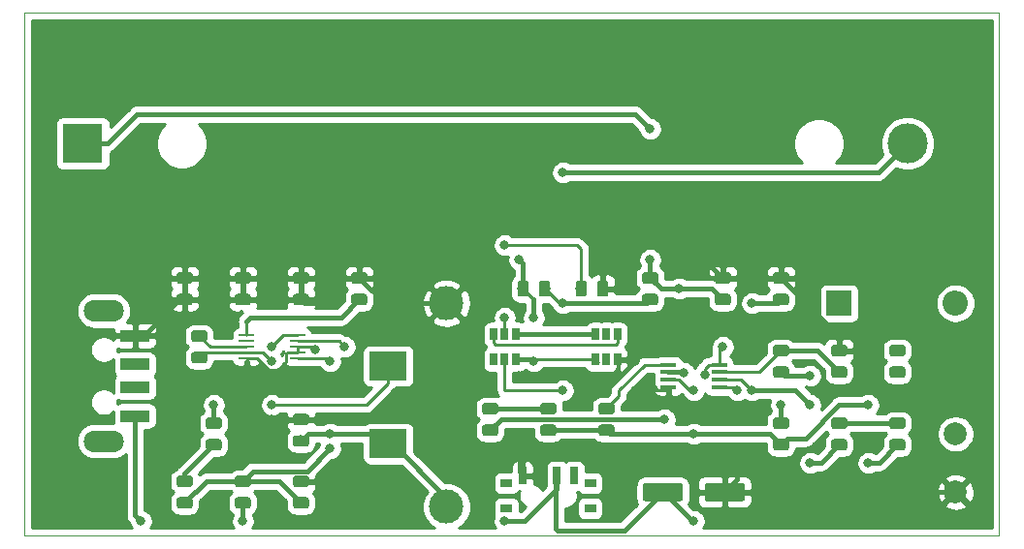
<source format=gbr>
%TF.GenerationSoftware,KiCad,Pcbnew,(5.1.2-1)-1*%
%TF.CreationDate,2020-04-26T16:50:05-07:00*%
%TF.ProjectId,Power Project,506f7765-7220-4507-926f-6a6563742e6b,rev?*%
%TF.SameCoordinates,Original*%
%TF.FileFunction,Copper,L1,Top*%
%TF.FilePolarity,Positive*%
%FSLAX46Y46*%
G04 Gerber Fmt 4.6, Leading zero omitted, Abs format (unit mm)*
G04 Created by KiCad (PCBNEW (5.1.2-1)-1) date 2020-04-26 16:50:05*
%MOMM*%
%LPD*%
G04 APERTURE LIST*
%ADD10C,0.050000*%
%ADD11R,0.650000X1.060000*%
%ADD12C,0.150000*%
%ADD13C,0.975000*%
%ADD14R,1.333500X0.431800*%
%ADD15R,1.333500X0.228600*%
%ADD16C,3.000000*%
%ADD17R,1.000000X0.800000*%
%ADD18R,0.700000X1.500000*%
%ADD19O,3.500000X1.900000*%
%ADD20R,2.500000X1.100000*%
%ADD21C,1.998980*%
%ADD22O,2.200000X2.200000*%
%ADD23R,2.200000X2.200000*%
%ADD24R,3.300000X2.500000*%
%ADD25C,1.600000*%
%ADD26R,3.500000X3.500000*%
%ADD27C,3.500000*%
%ADD28C,0.800000*%
%ADD29C,0.250000*%
%ADD30C,0.400000*%
%ADD31C,0.254000*%
G04 APERTURE END LIST*
D10*
X86360000Y-100330000D02*
X86360000Y-101600000D01*
X171450000Y-100330000D02*
X86360000Y-100330000D01*
X171450000Y-146050000D02*
X171450000Y-100330000D01*
X86360000Y-146050000D02*
X171450000Y-146050000D01*
X86360000Y-144780000D02*
X86360000Y-146050000D01*
X86360000Y-143510000D02*
X86360000Y-144780000D01*
X86360000Y-101600000D02*
X86360000Y-143510000D01*
D11*
X137160000Y-128440000D03*
X136210000Y-128440000D03*
X138110000Y-128440000D03*
X138110000Y-130640000D03*
X137160000Y-130640000D03*
X136210000Y-130640000D03*
D12*
G36*
X130140142Y-123761174D02*
G01*
X130163803Y-123764684D01*
X130187007Y-123770496D01*
X130209529Y-123778554D01*
X130231153Y-123788782D01*
X130251670Y-123801079D01*
X130270883Y-123815329D01*
X130288607Y-123831393D01*
X130304671Y-123849117D01*
X130318921Y-123868330D01*
X130331218Y-123888847D01*
X130341446Y-123910471D01*
X130349504Y-123932993D01*
X130355316Y-123956197D01*
X130358826Y-123979858D01*
X130360000Y-124003750D01*
X130360000Y-124916250D01*
X130358826Y-124940142D01*
X130355316Y-124963803D01*
X130349504Y-124987007D01*
X130341446Y-125009529D01*
X130331218Y-125031153D01*
X130318921Y-125051670D01*
X130304671Y-125070883D01*
X130288607Y-125088607D01*
X130270883Y-125104671D01*
X130251670Y-125118921D01*
X130231153Y-125131218D01*
X130209529Y-125141446D01*
X130187007Y-125149504D01*
X130163803Y-125155316D01*
X130140142Y-125158826D01*
X130116250Y-125160000D01*
X129628750Y-125160000D01*
X129604858Y-125158826D01*
X129581197Y-125155316D01*
X129557993Y-125149504D01*
X129535471Y-125141446D01*
X129513847Y-125131218D01*
X129493330Y-125118921D01*
X129474117Y-125104671D01*
X129456393Y-125088607D01*
X129440329Y-125070883D01*
X129426079Y-125051670D01*
X129413782Y-125031153D01*
X129403554Y-125009529D01*
X129395496Y-124987007D01*
X129389684Y-124963803D01*
X129386174Y-124940142D01*
X129385000Y-124916250D01*
X129385000Y-124003750D01*
X129386174Y-123979858D01*
X129389684Y-123956197D01*
X129395496Y-123932993D01*
X129403554Y-123910471D01*
X129413782Y-123888847D01*
X129426079Y-123868330D01*
X129440329Y-123849117D01*
X129456393Y-123831393D01*
X129474117Y-123815329D01*
X129493330Y-123801079D01*
X129513847Y-123788782D01*
X129535471Y-123778554D01*
X129557993Y-123770496D01*
X129581197Y-123764684D01*
X129604858Y-123761174D01*
X129628750Y-123760000D01*
X130116250Y-123760000D01*
X130140142Y-123761174D01*
X130140142Y-123761174D01*
G37*
D13*
X129872500Y-124460000D03*
D12*
G36*
X132015142Y-123761174D02*
G01*
X132038803Y-123764684D01*
X132062007Y-123770496D01*
X132084529Y-123778554D01*
X132106153Y-123788782D01*
X132126670Y-123801079D01*
X132145883Y-123815329D01*
X132163607Y-123831393D01*
X132179671Y-123849117D01*
X132193921Y-123868330D01*
X132206218Y-123888847D01*
X132216446Y-123910471D01*
X132224504Y-123932993D01*
X132230316Y-123956197D01*
X132233826Y-123979858D01*
X132235000Y-124003750D01*
X132235000Y-124916250D01*
X132233826Y-124940142D01*
X132230316Y-124963803D01*
X132224504Y-124987007D01*
X132216446Y-125009529D01*
X132206218Y-125031153D01*
X132193921Y-125051670D01*
X132179671Y-125070883D01*
X132163607Y-125088607D01*
X132145883Y-125104671D01*
X132126670Y-125118921D01*
X132106153Y-125131218D01*
X132084529Y-125141446D01*
X132062007Y-125149504D01*
X132038803Y-125155316D01*
X132015142Y-125158826D01*
X131991250Y-125160000D01*
X131503750Y-125160000D01*
X131479858Y-125158826D01*
X131456197Y-125155316D01*
X131432993Y-125149504D01*
X131410471Y-125141446D01*
X131388847Y-125131218D01*
X131368330Y-125118921D01*
X131349117Y-125104671D01*
X131331393Y-125088607D01*
X131315329Y-125070883D01*
X131301079Y-125051670D01*
X131288782Y-125031153D01*
X131278554Y-125009529D01*
X131270496Y-124987007D01*
X131264684Y-124963803D01*
X131261174Y-124940142D01*
X131260000Y-124916250D01*
X131260000Y-124003750D01*
X131261174Y-123979858D01*
X131264684Y-123956197D01*
X131270496Y-123932993D01*
X131278554Y-123910471D01*
X131288782Y-123888847D01*
X131301079Y-123868330D01*
X131315329Y-123849117D01*
X131331393Y-123831393D01*
X131349117Y-123815329D01*
X131368330Y-123801079D01*
X131388847Y-123788782D01*
X131410471Y-123778554D01*
X131432993Y-123770496D01*
X131456197Y-123764684D01*
X131479858Y-123761174D01*
X131503750Y-123760000D01*
X131991250Y-123760000D01*
X132015142Y-123761174D01*
X132015142Y-123761174D01*
G37*
D13*
X131747500Y-124460000D03*
D14*
X142563850Y-131104640D03*
X142563850Y-131754880D03*
X142563850Y-132405120D03*
X142563850Y-133055360D03*
X146996150Y-133055360D03*
X146996150Y-132405120D03*
X146996150Y-131754880D03*
X146996150Y-131104640D03*
D11*
X128270000Y-130640000D03*
X129220000Y-130640000D03*
X127320000Y-130640000D03*
X127320000Y-128440000D03*
X128270000Y-128440000D03*
X129220000Y-128440000D03*
D15*
X110166150Y-128539240D03*
X110166150Y-129039620D03*
X110166150Y-129540000D03*
X110166150Y-130040380D03*
X110166150Y-130540760D03*
X105733850Y-130540760D03*
X105733850Y-130040380D03*
X105733850Y-129540000D03*
X105733850Y-129039620D03*
X105733850Y-128539240D03*
D16*
X123190000Y-143510000D03*
X123190000Y-125730000D03*
D17*
X128430000Y-141460000D03*
X135730000Y-141460000D03*
X135730000Y-143670000D03*
X128430000Y-143670000D03*
D18*
X134330000Y-140810000D03*
X132830000Y-140810000D03*
X129830000Y-140810000D03*
D12*
G36*
X137095142Y-123761174D02*
G01*
X137118803Y-123764684D01*
X137142007Y-123770496D01*
X137164529Y-123778554D01*
X137186153Y-123788782D01*
X137206670Y-123801079D01*
X137225883Y-123815329D01*
X137243607Y-123831393D01*
X137259671Y-123849117D01*
X137273921Y-123868330D01*
X137286218Y-123888847D01*
X137296446Y-123910471D01*
X137304504Y-123932993D01*
X137310316Y-123956197D01*
X137313826Y-123979858D01*
X137315000Y-124003750D01*
X137315000Y-124916250D01*
X137313826Y-124940142D01*
X137310316Y-124963803D01*
X137304504Y-124987007D01*
X137296446Y-125009529D01*
X137286218Y-125031153D01*
X137273921Y-125051670D01*
X137259671Y-125070883D01*
X137243607Y-125088607D01*
X137225883Y-125104671D01*
X137206670Y-125118921D01*
X137186153Y-125131218D01*
X137164529Y-125141446D01*
X137142007Y-125149504D01*
X137118803Y-125155316D01*
X137095142Y-125158826D01*
X137071250Y-125160000D01*
X136583750Y-125160000D01*
X136559858Y-125158826D01*
X136536197Y-125155316D01*
X136512993Y-125149504D01*
X136490471Y-125141446D01*
X136468847Y-125131218D01*
X136448330Y-125118921D01*
X136429117Y-125104671D01*
X136411393Y-125088607D01*
X136395329Y-125070883D01*
X136381079Y-125051670D01*
X136368782Y-125031153D01*
X136358554Y-125009529D01*
X136350496Y-124987007D01*
X136344684Y-124963803D01*
X136341174Y-124940142D01*
X136340000Y-124916250D01*
X136340000Y-124003750D01*
X136341174Y-123979858D01*
X136344684Y-123956197D01*
X136350496Y-123932993D01*
X136358554Y-123910471D01*
X136368782Y-123888847D01*
X136381079Y-123868330D01*
X136395329Y-123849117D01*
X136411393Y-123831393D01*
X136429117Y-123815329D01*
X136448330Y-123801079D01*
X136468847Y-123788782D01*
X136490471Y-123778554D01*
X136512993Y-123770496D01*
X136536197Y-123764684D01*
X136559858Y-123761174D01*
X136583750Y-123760000D01*
X137071250Y-123760000D01*
X137095142Y-123761174D01*
X137095142Y-123761174D01*
G37*
D13*
X136827500Y-124460000D03*
D12*
G36*
X135220142Y-123761174D02*
G01*
X135243803Y-123764684D01*
X135267007Y-123770496D01*
X135289529Y-123778554D01*
X135311153Y-123788782D01*
X135331670Y-123801079D01*
X135350883Y-123815329D01*
X135368607Y-123831393D01*
X135384671Y-123849117D01*
X135398921Y-123868330D01*
X135411218Y-123888847D01*
X135421446Y-123910471D01*
X135429504Y-123932993D01*
X135435316Y-123956197D01*
X135438826Y-123979858D01*
X135440000Y-124003750D01*
X135440000Y-124916250D01*
X135438826Y-124940142D01*
X135435316Y-124963803D01*
X135429504Y-124987007D01*
X135421446Y-125009529D01*
X135411218Y-125031153D01*
X135398921Y-125051670D01*
X135384671Y-125070883D01*
X135368607Y-125088607D01*
X135350883Y-125104671D01*
X135331670Y-125118921D01*
X135311153Y-125131218D01*
X135289529Y-125141446D01*
X135267007Y-125149504D01*
X135243803Y-125155316D01*
X135220142Y-125158826D01*
X135196250Y-125160000D01*
X134708750Y-125160000D01*
X134684858Y-125158826D01*
X134661197Y-125155316D01*
X134637993Y-125149504D01*
X134615471Y-125141446D01*
X134593847Y-125131218D01*
X134573330Y-125118921D01*
X134554117Y-125104671D01*
X134536393Y-125088607D01*
X134520329Y-125070883D01*
X134506079Y-125051670D01*
X134493782Y-125031153D01*
X134483554Y-125009529D01*
X134475496Y-124987007D01*
X134469684Y-124963803D01*
X134466174Y-124940142D01*
X134465000Y-124916250D01*
X134465000Y-124003750D01*
X134466174Y-123979858D01*
X134469684Y-123956197D01*
X134475496Y-123932993D01*
X134483554Y-123910471D01*
X134493782Y-123888847D01*
X134506079Y-123868330D01*
X134520329Y-123849117D01*
X134536393Y-123831393D01*
X134554117Y-123815329D01*
X134573330Y-123801079D01*
X134593847Y-123788782D01*
X134615471Y-123778554D01*
X134637993Y-123770496D01*
X134661197Y-123764684D01*
X134684858Y-123761174D01*
X134708750Y-123760000D01*
X135196250Y-123760000D01*
X135220142Y-123761174D01*
X135220142Y-123761174D01*
G37*
D13*
X134952500Y-124460000D03*
D12*
G36*
X141450142Y-124911174D02*
G01*
X141473803Y-124914684D01*
X141497007Y-124920496D01*
X141519529Y-124928554D01*
X141541153Y-124938782D01*
X141561670Y-124951079D01*
X141580883Y-124965329D01*
X141598607Y-124981393D01*
X141614671Y-124999117D01*
X141628921Y-125018330D01*
X141641218Y-125038847D01*
X141651446Y-125060471D01*
X141659504Y-125082993D01*
X141665316Y-125106197D01*
X141668826Y-125129858D01*
X141670000Y-125153750D01*
X141670000Y-125641250D01*
X141668826Y-125665142D01*
X141665316Y-125688803D01*
X141659504Y-125712007D01*
X141651446Y-125734529D01*
X141641218Y-125756153D01*
X141628921Y-125776670D01*
X141614671Y-125795883D01*
X141598607Y-125813607D01*
X141580883Y-125829671D01*
X141561670Y-125843921D01*
X141541153Y-125856218D01*
X141519529Y-125866446D01*
X141497007Y-125874504D01*
X141473803Y-125880316D01*
X141450142Y-125883826D01*
X141426250Y-125885000D01*
X140513750Y-125885000D01*
X140489858Y-125883826D01*
X140466197Y-125880316D01*
X140442993Y-125874504D01*
X140420471Y-125866446D01*
X140398847Y-125856218D01*
X140378330Y-125843921D01*
X140359117Y-125829671D01*
X140341393Y-125813607D01*
X140325329Y-125795883D01*
X140311079Y-125776670D01*
X140298782Y-125756153D01*
X140288554Y-125734529D01*
X140280496Y-125712007D01*
X140274684Y-125688803D01*
X140271174Y-125665142D01*
X140270000Y-125641250D01*
X140270000Y-125153750D01*
X140271174Y-125129858D01*
X140274684Y-125106197D01*
X140280496Y-125082993D01*
X140288554Y-125060471D01*
X140298782Y-125038847D01*
X140311079Y-125018330D01*
X140325329Y-124999117D01*
X140341393Y-124981393D01*
X140359117Y-124965329D01*
X140378330Y-124951079D01*
X140398847Y-124938782D01*
X140420471Y-124928554D01*
X140442993Y-124920496D01*
X140466197Y-124914684D01*
X140489858Y-124911174D01*
X140513750Y-124910000D01*
X141426250Y-124910000D01*
X141450142Y-124911174D01*
X141450142Y-124911174D01*
G37*
D13*
X140970000Y-125397500D03*
D12*
G36*
X141450142Y-123036174D02*
G01*
X141473803Y-123039684D01*
X141497007Y-123045496D01*
X141519529Y-123053554D01*
X141541153Y-123063782D01*
X141561670Y-123076079D01*
X141580883Y-123090329D01*
X141598607Y-123106393D01*
X141614671Y-123124117D01*
X141628921Y-123143330D01*
X141641218Y-123163847D01*
X141651446Y-123185471D01*
X141659504Y-123207993D01*
X141665316Y-123231197D01*
X141668826Y-123254858D01*
X141670000Y-123278750D01*
X141670000Y-123766250D01*
X141668826Y-123790142D01*
X141665316Y-123813803D01*
X141659504Y-123837007D01*
X141651446Y-123859529D01*
X141641218Y-123881153D01*
X141628921Y-123901670D01*
X141614671Y-123920883D01*
X141598607Y-123938607D01*
X141580883Y-123954671D01*
X141561670Y-123968921D01*
X141541153Y-123981218D01*
X141519529Y-123991446D01*
X141497007Y-123999504D01*
X141473803Y-124005316D01*
X141450142Y-124008826D01*
X141426250Y-124010000D01*
X140513750Y-124010000D01*
X140489858Y-124008826D01*
X140466197Y-124005316D01*
X140442993Y-123999504D01*
X140420471Y-123991446D01*
X140398847Y-123981218D01*
X140378330Y-123968921D01*
X140359117Y-123954671D01*
X140341393Y-123938607D01*
X140325329Y-123920883D01*
X140311079Y-123901670D01*
X140298782Y-123881153D01*
X140288554Y-123859529D01*
X140280496Y-123837007D01*
X140274684Y-123813803D01*
X140271174Y-123790142D01*
X140270000Y-123766250D01*
X140270000Y-123278750D01*
X140271174Y-123254858D01*
X140274684Y-123231197D01*
X140280496Y-123207993D01*
X140288554Y-123185471D01*
X140298782Y-123163847D01*
X140311079Y-123143330D01*
X140325329Y-123124117D01*
X140341393Y-123106393D01*
X140359117Y-123090329D01*
X140378330Y-123076079D01*
X140398847Y-123063782D01*
X140420471Y-123053554D01*
X140442993Y-123045496D01*
X140466197Y-123039684D01*
X140489858Y-123036174D01*
X140513750Y-123035000D01*
X141426250Y-123035000D01*
X141450142Y-123036174D01*
X141450142Y-123036174D01*
G37*
D13*
X140970000Y-123522500D03*
D12*
G36*
X110970142Y-140816174D02*
G01*
X110993803Y-140819684D01*
X111017007Y-140825496D01*
X111039529Y-140833554D01*
X111061153Y-140843782D01*
X111081670Y-140856079D01*
X111100883Y-140870329D01*
X111118607Y-140886393D01*
X111134671Y-140904117D01*
X111148921Y-140923330D01*
X111161218Y-140943847D01*
X111171446Y-140965471D01*
X111179504Y-140987993D01*
X111185316Y-141011197D01*
X111188826Y-141034858D01*
X111190000Y-141058750D01*
X111190000Y-141546250D01*
X111188826Y-141570142D01*
X111185316Y-141593803D01*
X111179504Y-141617007D01*
X111171446Y-141639529D01*
X111161218Y-141661153D01*
X111148921Y-141681670D01*
X111134671Y-141700883D01*
X111118607Y-141718607D01*
X111100883Y-141734671D01*
X111081670Y-141748921D01*
X111061153Y-141761218D01*
X111039529Y-141771446D01*
X111017007Y-141779504D01*
X110993803Y-141785316D01*
X110970142Y-141788826D01*
X110946250Y-141790000D01*
X110033750Y-141790000D01*
X110009858Y-141788826D01*
X109986197Y-141785316D01*
X109962993Y-141779504D01*
X109940471Y-141771446D01*
X109918847Y-141761218D01*
X109898330Y-141748921D01*
X109879117Y-141734671D01*
X109861393Y-141718607D01*
X109845329Y-141700883D01*
X109831079Y-141681670D01*
X109818782Y-141661153D01*
X109808554Y-141639529D01*
X109800496Y-141617007D01*
X109794684Y-141593803D01*
X109791174Y-141570142D01*
X109790000Y-141546250D01*
X109790000Y-141058750D01*
X109791174Y-141034858D01*
X109794684Y-141011197D01*
X109800496Y-140987993D01*
X109808554Y-140965471D01*
X109818782Y-140943847D01*
X109831079Y-140923330D01*
X109845329Y-140904117D01*
X109861393Y-140886393D01*
X109879117Y-140870329D01*
X109898330Y-140856079D01*
X109918847Y-140843782D01*
X109940471Y-140833554D01*
X109962993Y-140825496D01*
X109986197Y-140819684D01*
X110009858Y-140816174D01*
X110033750Y-140815000D01*
X110946250Y-140815000D01*
X110970142Y-140816174D01*
X110970142Y-140816174D01*
G37*
D13*
X110490000Y-141302500D03*
D12*
G36*
X110970142Y-142691174D02*
G01*
X110993803Y-142694684D01*
X111017007Y-142700496D01*
X111039529Y-142708554D01*
X111061153Y-142718782D01*
X111081670Y-142731079D01*
X111100883Y-142745329D01*
X111118607Y-142761393D01*
X111134671Y-142779117D01*
X111148921Y-142798330D01*
X111161218Y-142818847D01*
X111171446Y-142840471D01*
X111179504Y-142862993D01*
X111185316Y-142886197D01*
X111188826Y-142909858D01*
X111190000Y-142933750D01*
X111190000Y-143421250D01*
X111188826Y-143445142D01*
X111185316Y-143468803D01*
X111179504Y-143492007D01*
X111171446Y-143514529D01*
X111161218Y-143536153D01*
X111148921Y-143556670D01*
X111134671Y-143575883D01*
X111118607Y-143593607D01*
X111100883Y-143609671D01*
X111081670Y-143623921D01*
X111061153Y-143636218D01*
X111039529Y-143646446D01*
X111017007Y-143654504D01*
X110993803Y-143660316D01*
X110970142Y-143663826D01*
X110946250Y-143665000D01*
X110033750Y-143665000D01*
X110009858Y-143663826D01*
X109986197Y-143660316D01*
X109962993Y-143654504D01*
X109940471Y-143646446D01*
X109918847Y-143636218D01*
X109898330Y-143623921D01*
X109879117Y-143609671D01*
X109861393Y-143593607D01*
X109845329Y-143575883D01*
X109831079Y-143556670D01*
X109818782Y-143536153D01*
X109808554Y-143514529D01*
X109800496Y-143492007D01*
X109794684Y-143468803D01*
X109791174Y-143445142D01*
X109790000Y-143421250D01*
X109790000Y-142933750D01*
X109791174Y-142909858D01*
X109794684Y-142886197D01*
X109800496Y-142862993D01*
X109808554Y-142840471D01*
X109818782Y-142818847D01*
X109831079Y-142798330D01*
X109845329Y-142779117D01*
X109861393Y-142761393D01*
X109879117Y-142745329D01*
X109898330Y-142731079D01*
X109918847Y-142718782D01*
X109940471Y-142708554D01*
X109962993Y-142700496D01*
X109986197Y-142694684D01*
X110009858Y-142691174D01*
X110033750Y-142690000D01*
X110946250Y-142690000D01*
X110970142Y-142691174D01*
X110970142Y-142691174D01*
G37*
D13*
X110490000Y-143177500D03*
D12*
G36*
X105890142Y-140816174D02*
G01*
X105913803Y-140819684D01*
X105937007Y-140825496D01*
X105959529Y-140833554D01*
X105981153Y-140843782D01*
X106001670Y-140856079D01*
X106020883Y-140870329D01*
X106038607Y-140886393D01*
X106054671Y-140904117D01*
X106068921Y-140923330D01*
X106081218Y-140943847D01*
X106091446Y-140965471D01*
X106099504Y-140987993D01*
X106105316Y-141011197D01*
X106108826Y-141034858D01*
X106110000Y-141058750D01*
X106110000Y-141546250D01*
X106108826Y-141570142D01*
X106105316Y-141593803D01*
X106099504Y-141617007D01*
X106091446Y-141639529D01*
X106081218Y-141661153D01*
X106068921Y-141681670D01*
X106054671Y-141700883D01*
X106038607Y-141718607D01*
X106020883Y-141734671D01*
X106001670Y-141748921D01*
X105981153Y-141761218D01*
X105959529Y-141771446D01*
X105937007Y-141779504D01*
X105913803Y-141785316D01*
X105890142Y-141788826D01*
X105866250Y-141790000D01*
X104953750Y-141790000D01*
X104929858Y-141788826D01*
X104906197Y-141785316D01*
X104882993Y-141779504D01*
X104860471Y-141771446D01*
X104838847Y-141761218D01*
X104818330Y-141748921D01*
X104799117Y-141734671D01*
X104781393Y-141718607D01*
X104765329Y-141700883D01*
X104751079Y-141681670D01*
X104738782Y-141661153D01*
X104728554Y-141639529D01*
X104720496Y-141617007D01*
X104714684Y-141593803D01*
X104711174Y-141570142D01*
X104710000Y-141546250D01*
X104710000Y-141058750D01*
X104711174Y-141034858D01*
X104714684Y-141011197D01*
X104720496Y-140987993D01*
X104728554Y-140965471D01*
X104738782Y-140943847D01*
X104751079Y-140923330D01*
X104765329Y-140904117D01*
X104781393Y-140886393D01*
X104799117Y-140870329D01*
X104818330Y-140856079D01*
X104838847Y-140843782D01*
X104860471Y-140833554D01*
X104882993Y-140825496D01*
X104906197Y-140819684D01*
X104929858Y-140816174D01*
X104953750Y-140815000D01*
X105866250Y-140815000D01*
X105890142Y-140816174D01*
X105890142Y-140816174D01*
G37*
D13*
X105410000Y-141302500D03*
D12*
G36*
X105890142Y-142691174D02*
G01*
X105913803Y-142694684D01*
X105937007Y-142700496D01*
X105959529Y-142708554D01*
X105981153Y-142718782D01*
X106001670Y-142731079D01*
X106020883Y-142745329D01*
X106038607Y-142761393D01*
X106054671Y-142779117D01*
X106068921Y-142798330D01*
X106081218Y-142818847D01*
X106091446Y-142840471D01*
X106099504Y-142862993D01*
X106105316Y-142886197D01*
X106108826Y-142909858D01*
X106110000Y-142933750D01*
X106110000Y-143421250D01*
X106108826Y-143445142D01*
X106105316Y-143468803D01*
X106099504Y-143492007D01*
X106091446Y-143514529D01*
X106081218Y-143536153D01*
X106068921Y-143556670D01*
X106054671Y-143575883D01*
X106038607Y-143593607D01*
X106020883Y-143609671D01*
X106001670Y-143623921D01*
X105981153Y-143636218D01*
X105959529Y-143646446D01*
X105937007Y-143654504D01*
X105913803Y-143660316D01*
X105890142Y-143663826D01*
X105866250Y-143665000D01*
X104953750Y-143665000D01*
X104929858Y-143663826D01*
X104906197Y-143660316D01*
X104882993Y-143654504D01*
X104860471Y-143646446D01*
X104838847Y-143636218D01*
X104818330Y-143623921D01*
X104799117Y-143609671D01*
X104781393Y-143593607D01*
X104765329Y-143575883D01*
X104751079Y-143556670D01*
X104738782Y-143536153D01*
X104728554Y-143514529D01*
X104720496Y-143492007D01*
X104714684Y-143468803D01*
X104711174Y-143445142D01*
X104710000Y-143421250D01*
X104710000Y-142933750D01*
X104711174Y-142909858D01*
X104714684Y-142886197D01*
X104720496Y-142862993D01*
X104728554Y-142840471D01*
X104738782Y-142818847D01*
X104751079Y-142798330D01*
X104765329Y-142779117D01*
X104781393Y-142761393D01*
X104799117Y-142745329D01*
X104818330Y-142731079D01*
X104838847Y-142718782D01*
X104860471Y-142708554D01*
X104882993Y-142700496D01*
X104906197Y-142694684D01*
X104929858Y-142691174D01*
X104953750Y-142690000D01*
X105866250Y-142690000D01*
X105890142Y-142691174D01*
X105890142Y-142691174D01*
G37*
D13*
X105410000Y-143177500D03*
D12*
G36*
X100810142Y-140816174D02*
G01*
X100833803Y-140819684D01*
X100857007Y-140825496D01*
X100879529Y-140833554D01*
X100901153Y-140843782D01*
X100921670Y-140856079D01*
X100940883Y-140870329D01*
X100958607Y-140886393D01*
X100974671Y-140904117D01*
X100988921Y-140923330D01*
X101001218Y-140943847D01*
X101011446Y-140965471D01*
X101019504Y-140987993D01*
X101025316Y-141011197D01*
X101028826Y-141034858D01*
X101030000Y-141058750D01*
X101030000Y-141546250D01*
X101028826Y-141570142D01*
X101025316Y-141593803D01*
X101019504Y-141617007D01*
X101011446Y-141639529D01*
X101001218Y-141661153D01*
X100988921Y-141681670D01*
X100974671Y-141700883D01*
X100958607Y-141718607D01*
X100940883Y-141734671D01*
X100921670Y-141748921D01*
X100901153Y-141761218D01*
X100879529Y-141771446D01*
X100857007Y-141779504D01*
X100833803Y-141785316D01*
X100810142Y-141788826D01*
X100786250Y-141790000D01*
X99873750Y-141790000D01*
X99849858Y-141788826D01*
X99826197Y-141785316D01*
X99802993Y-141779504D01*
X99780471Y-141771446D01*
X99758847Y-141761218D01*
X99738330Y-141748921D01*
X99719117Y-141734671D01*
X99701393Y-141718607D01*
X99685329Y-141700883D01*
X99671079Y-141681670D01*
X99658782Y-141661153D01*
X99648554Y-141639529D01*
X99640496Y-141617007D01*
X99634684Y-141593803D01*
X99631174Y-141570142D01*
X99630000Y-141546250D01*
X99630000Y-141058750D01*
X99631174Y-141034858D01*
X99634684Y-141011197D01*
X99640496Y-140987993D01*
X99648554Y-140965471D01*
X99658782Y-140943847D01*
X99671079Y-140923330D01*
X99685329Y-140904117D01*
X99701393Y-140886393D01*
X99719117Y-140870329D01*
X99738330Y-140856079D01*
X99758847Y-140843782D01*
X99780471Y-140833554D01*
X99802993Y-140825496D01*
X99826197Y-140819684D01*
X99849858Y-140816174D01*
X99873750Y-140815000D01*
X100786250Y-140815000D01*
X100810142Y-140816174D01*
X100810142Y-140816174D01*
G37*
D13*
X100330000Y-141302500D03*
D12*
G36*
X100810142Y-142691174D02*
G01*
X100833803Y-142694684D01*
X100857007Y-142700496D01*
X100879529Y-142708554D01*
X100901153Y-142718782D01*
X100921670Y-142731079D01*
X100940883Y-142745329D01*
X100958607Y-142761393D01*
X100974671Y-142779117D01*
X100988921Y-142798330D01*
X101001218Y-142818847D01*
X101011446Y-142840471D01*
X101019504Y-142862993D01*
X101025316Y-142886197D01*
X101028826Y-142909858D01*
X101030000Y-142933750D01*
X101030000Y-143421250D01*
X101028826Y-143445142D01*
X101025316Y-143468803D01*
X101019504Y-143492007D01*
X101011446Y-143514529D01*
X101001218Y-143536153D01*
X100988921Y-143556670D01*
X100974671Y-143575883D01*
X100958607Y-143593607D01*
X100940883Y-143609671D01*
X100921670Y-143623921D01*
X100901153Y-143636218D01*
X100879529Y-143646446D01*
X100857007Y-143654504D01*
X100833803Y-143660316D01*
X100810142Y-143663826D01*
X100786250Y-143665000D01*
X99873750Y-143665000D01*
X99849858Y-143663826D01*
X99826197Y-143660316D01*
X99802993Y-143654504D01*
X99780471Y-143646446D01*
X99758847Y-143636218D01*
X99738330Y-143623921D01*
X99719117Y-143609671D01*
X99701393Y-143593607D01*
X99685329Y-143575883D01*
X99671079Y-143556670D01*
X99658782Y-143536153D01*
X99648554Y-143514529D01*
X99640496Y-143492007D01*
X99634684Y-143468803D01*
X99631174Y-143445142D01*
X99630000Y-143421250D01*
X99630000Y-142933750D01*
X99631174Y-142909858D01*
X99634684Y-142886197D01*
X99640496Y-142862993D01*
X99648554Y-142840471D01*
X99658782Y-142818847D01*
X99671079Y-142798330D01*
X99685329Y-142779117D01*
X99701393Y-142761393D01*
X99719117Y-142745329D01*
X99738330Y-142731079D01*
X99758847Y-142718782D01*
X99780471Y-142708554D01*
X99802993Y-142700496D01*
X99826197Y-142694684D01*
X99849858Y-142691174D01*
X99873750Y-142690000D01*
X100786250Y-142690000D01*
X100810142Y-142691174D01*
X100810142Y-142691174D01*
G37*
D13*
X100330000Y-143177500D03*
D12*
G36*
X116050142Y-123036174D02*
G01*
X116073803Y-123039684D01*
X116097007Y-123045496D01*
X116119529Y-123053554D01*
X116141153Y-123063782D01*
X116161670Y-123076079D01*
X116180883Y-123090329D01*
X116198607Y-123106393D01*
X116214671Y-123124117D01*
X116228921Y-123143330D01*
X116241218Y-123163847D01*
X116251446Y-123185471D01*
X116259504Y-123207993D01*
X116265316Y-123231197D01*
X116268826Y-123254858D01*
X116270000Y-123278750D01*
X116270000Y-123766250D01*
X116268826Y-123790142D01*
X116265316Y-123813803D01*
X116259504Y-123837007D01*
X116251446Y-123859529D01*
X116241218Y-123881153D01*
X116228921Y-123901670D01*
X116214671Y-123920883D01*
X116198607Y-123938607D01*
X116180883Y-123954671D01*
X116161670Y-123968921D01*
X116141153Y-123981218D01*
X116119529Y-123991446D01*
X116097007Y-123999504D01*
X116073803Y-124005316D01*
X116050142Y-124008826D01*
X116026250Y-124010000D01*
X115113750Y-124010000D01*
X115089858Y-124008826D01*
X115066197Y-124005316D01*
X115042993Y-123999504D01*
X115020471Y-123991446D01*
X114998847Y-123981218D01*
X114978330Y-123968921D01*
X114959117Y-123954671D01*
X114941393Y-123938607D01*
X114925329Y-123920883D01*
X114911079Y-123901670D01*
X114898782Y-123881153D01*
X114888554Y-123859529D01*
X114880496Y-123837007D01*
X114874684Y-123813803D01*
X114871174Y-123790142D01*
X114870000Y-123766250D01*
X114870000Y-123278750D01*
X114871174Y-123254858D01*
X114874684Y-123231197D01*
X114880496Y-123207993D01*
X114888554Y-123185471D01*
X114898782Y-123163847D01*
X114911079Y-123143330D01*
X114925329Y-123124117D01*
X114941393Y-123106393D01*
X114959117Y-123090329D01*
X114978330Y-123076079D01*
X114998847Y-123063782D01*
X115020471Y-123053554D01*
X115042993Y-123045496D01*
X115066197Y-123039684D01*
X115089858Y-123036174D01*
X115113750Y-123035000D01*
X116026250Y-123035000D01*
X116050142Y-123036174D01*
X116050142Y-123036174D01*
G37*
D13*
X115570000Y-123522500D03*
D12*
G36*
X116050142Y-124911174D02*
G01*
X116073803Y-124914684D01*
X116097007Y-124920496D01*
X116119529Y-124928554D01*
X116141153Y-124938782D01*
X116161670Y-124951079D01*
X116180883Y-124965329D01*
X116198607Y-124981393D01*
X116214671Y-124999117D01*
X116228921Y-125018330D01*
X116241218Y-125038847D01*
X116251446Y-125060471D01*
X116259504Y-125082993D01*
X116265316Y-125106197D01*
X116268826Y-125129858D01*
X116270000Y-125153750D01*
X116270000Y-125641250D01*
X116268826Y-125665142D01*
X116265316Y-125688803D01*
X116259504Y-125712007D01*
X116251446Y-125734529D01*
X116241218Y-125756153D01*
X116228921Y-125776670D01*
X116214671Y-125795883D01*
X116198607Y-125813607D01*
X116180883Y-125829671D01*
X116161670Y-125843921D01*
X116141153Y-125856218D01*
X116119529Y-125866446D01*
X116097007Y-125874504D01*
X116073803Y-125880316D01*
X116050142Y-125883826D01*
X116026250Y-125885000D01*
X115113750Y-125885000D01*
X115089858Y-125883826D01*
X115066197Y-125880316D01*
X115042993Y-125874504D01*
X115020471Y-125866446D01*
X114998847Y-125856218D01*
X114978330Y-125843921D01*
X114959117Y-125829671D01*
X114941393Y-125813607D01*
X114925329Y-125795883D01*
X114911079Y-125776670D01*
X114898782Y-125756153D01*
X114888554Y-125734529D01*
X114880496Y-125712007D01*
X114874684Y-125688803D01*
X114871174Y-125665142D01*
X114870000Y-125641250D01*
X114870000Y-125153750D01*
X114871174Y-125129858D01*
X114874684Y-125106197D01*
X114880496Y-125082993D01*
X114888554Y-125060471D01*
X114898782Y-125038847D01*
X114911079Y-125018330D01*
X114925329Y-124999117D01*
X114941393Y-124981393D01*
X114959117Y-124965329D01*
X114978330Y-124951079D01*
X114998847Y-124938782D01*
X115020471Y-124928554D01*
X115042993Y-124920496D01*
X115066197Y-124914684D01*
X115089858Y-124911174D01*
X115113750Y-124910000D01*
X116026250Y-124910000D01*
X116050142Y-124911174D01*
X116050142Y-124911174D01*
G37*
D13*
X115570000Y-125397500D03*
D12*
G36*
X105890142Y-123036174D02*
G01*
X105913803Y-123039684D01*
X105937007Y-123045496D01*
X105959529Y-123053554D01*
X105981153Y-123063782D01*
X106001670Y-123076079D01*
X106020883Y-123090329D01*
X106038607Y-123106393D01*
X106054671Y-123124117D01*
X106068921Y-123143330D01*
X106081218Y-123163847D01*
X106091446Y-123185471D01*
X106099504Y-123207993D01*
X106105316Y-123231197D01*
X106108826Y-123254858D01*
X106110000Y-123278750D01*
X106110000Y-123766250D01*
X106108826Y-123790142D01*
X106105316Y-123813803D01*
X106099504Y-123837007D01*
X106091446Y-123859529D01*
X106081218Y-123881153D01*
X106068921Y-123901670D01*
X106054671Y-123920883D01*
X106038607Y-123938607D01*
X106020883Y-123954671D01*
X106001670Y-123968921D01*
X105981153Y-123981218D01*
X105959529Y-123991446D01*
X105937007Y-123999504D01*
X105913803Y-124005316D01*
X105890142Y-124008826D01*
X105866250Y-124010000D01*
X104953750Y-124010000D01*
X104929858Y-124008826D01*
X104906197Y-124005316D01*
X104882993Y-123999504D01*
X104860471Y-123991446D01*
X104838847Y-123981218D01*
X104818330Y-123968921D01*
X104799117Y-123954671D01*
X104781393Y-123938607D01*
X104765329Y-123920883D01*
X104751079Y-123901670D01*
X104738782Y-123881153D01*
X104728554Y-123859529D01*
X104720496Y-123837007D01*
X104714684Y-123813803D01*
X104711174Y-123790142D01*
X104710000Y-123766250D01*
X104710000Y-123278750D01*
X104711174Y-123254858D01*
X104714684Y-123231197D01*
X104720496Y-123207993D01*
X104728554Y-123185471D01*
X104738782Y-123163847D01*
X104751079Y-123143330D01*
X104765329Y-123124117D01*
X104781393Y-123106393D01*
X104799117Y-123090329D01*
X104818330Y-123076079D01*
X104838847Y-123063782D01*
X104860471Y-123053554D01*
X104882993Y-123045496D01*
X104906197Y-123039684D01*
X104929858Y-123036174D01*
X104953750Y-123035000D01*
X105866250Y-123035000D01*
X105890142Y-123036174D01*
X105890142Y-123036174D01*
G37*
D13*
X105410000Y-123522500D03*
D12*
G36*
X105890142Y-124911174D02*
G01*
X105913803Y-124914684D01*
X105937007Y-124920496D01*
X105959529Y-124928554D01*
X105981153Y-124938782D01*
X106001670Y-124951079D01*
X106020883Y-124965329D01*
X106038607Y-124981393D01*
X106054671Y-124999117D01*
X106068921Y-125018330D01*
X106081218Y-125038847D01*
X106091446Y-125060471D01*
X106099504Y-125082993D01*
X106105316Y-125106197D01*
X106108826Y-125129858D01*
X106110000Y-125153750D01*
X106110000Y-125641250D01*
X106108826Y-125665142D01*
X106105316Y-125688803D01*
X106099504Y-125712007D01*
X106091446Y-125734529D01*
X106081218Y-125756153D01*
X106068921Y-125776670D01*
X106054671Y-125795883D01*
X106038607Y-125813607D01*
X106020883Y-125829671D01*
X106001670Y-125843921D01*
X105981153Y-125856218D01*
X105959529Y-125866446D01*
X105937007Y-125874504D01*
X105913803Y-125880316D01*
X105890142Y-125883826D01*
X105866250Y-125885000D01*
X104953750Y-125885000D01*
X104929858Y-125883826D01*
X104906197Y-125880316D01*
X104882993Y-125874504D01*
X104860471Y-125866446D01*
X104838847Y-125856218D01*
X104818330Y-125843921D01*
X104799117Y-125829671D01*
X104781393Y-125813607D01*
X104765329Y-125795883D01*
X104751079Y-125776670D01*
X104738782Y-125756153D01*
X104728554Y-125734529D01*
X104720496Y-125712007D01*
X104714684Y-125688803D01*
X104711174Y-125665142D01*
X104710000Y-125641250D01*
X104710000Y-125153750D01*
X104711174Y-125129858D01*
X104714684Y-125106197D01*
X104720496Y-125082993D01*
X104728554Y-125060471D01*
X104738782Y-125038847D01*
X104751079Y-125018330D01*
X104765329Y-124999117D01*
X104781393Y-124981393D01*
X104799117Y-124965329D01*
X104818330Y-124951079D01*
X104838847Y-124938782D01*
X104860471Y-124928554D01*
X104882993Y-124920496D01*
X104906197Y-124914684D01*
X104929858Y-124911174D01*
X104953750Y-124910000D01*
X105866250Y-124910000D01*
X105890142Y-124911174D01*
X105890142Y-124911174D01*
G37*
D13*
X105410000Y-125397500D03*
D12*
G36*
X152880142Y-135736174D02*
G01*
X152903803Y-135739684D01*
X152927007Y-135745496D01*
X152949529Y-135753554D01*
X152971153Y-135763782D01*
X152991670Y-135776079D01*
X153010883Y-135790329D01*
X153028607Y-135806393D01*
X153044671Y-135824117D01*
X153058921Y-135843330D01*
X153071218Y-135863847D01*
X153081446Y-135885471D01*
X153089504Y-135907993D01*
X153095316Y-135931197D01*
X153098826Y-135954858D01*
X153100000Y-135978750D01*
X153100000Y-136466250D01*
X153098826Y-136490142D01*
X153095316Y-136513803D01*
X153089504Y-136537007D01*
X153081446Y-136559529D01*
X153071218Y-136581153D01*
X153058921Y-136601670D01*
X153044671Y-136620883D01*
X153028607Y-136638607D01*
X153010883Y-136654671D01*
X152991670Y-136668921D01*
X152971153Y-136681218D01*
X152949529Y-136691446D01*
X152927007Y-136699504D01*
X152903803Y-136705316D01*
X152880142Y-136708826D01*
X152856250Y-136710000D01*
X151943750Y-136710000D01*
X151919858Y-136708826D01*
X151896197Y-136705316D01*
X151872993Y-136699504D01*
X151850471Y-136691446D01*
X151828847Y-136681218D01*
X151808330Y-136668921D01*
X151789117Y-136654671D01*
X151771393Y-136638607D01*
X151755329Y-136620883D01*
X151741079Y-136601670D01*
X151728782Y-136581153D01*
X151718554Y-136559529D01*
X151710496Y-136537007D01*
X151704684Y-136513803D01*
X151701174Y-136490142D01*
X151700000Y-136466250D01*
X151700000Y-135978750D01*
X151701174Y-135954858D01*
X151704684Y-135931197D01*
X151710496Y-135907993D01*
X151718554Y-135885471D01*
X151728782Y-135863847D01*
X151741079Y-135843330D01*
X151755329Y-135824117D01*
X151771393Y-135806393D01*
X151789117Y-135790329D01*
X151808330Y-135776079D01*
X151828847Y-135763782D01*
X151850471Y-135753554D01*
X151872993Y-135745496D01*
X151896197Y-135739684D01*
X151919858Y-135736174D01*
X151943750Y-135735000D01*
X152856250Y-135735000D01*
X152880142Y-135736174D01*
X152880142Y-135736174D01*
G37*
D13*
X152400000Y-136222500D03*
D12*
G36*
X152880142Y-137611174D02*
G01*
X152903803Y-137614684D01*
X152927007Y-137620496D01*
X152949529Y-137628554D01*
X152971153Y-137638782D01*
X152991670Y-137651079D01*
X153010883Y-137665329D01*
X153028607Y-137681393D01*
X153044671Y-137699117D01*
X153058921Y-137718330D01*
X153071218Y-137738847D01*
X153081446Y-137760471D01*
X153089504Y-137782993D01*
X153095316Y-137806197D01*
X153098826Y-137829858D01*
X153100000Y-137853750D01*
X153100000Y-138341250D01*
X153098826Y-138365142D01*
X153095316Y-138388803D01*
X153089504Y-138412007D01*
X153081446Y-138434529D01*
X153071218Y-138456153D01*
X153058921Y-138476670D01*
X153044671Y-138495883D01*
X153028607Y-138513607D01*
X153010883Y-138529671D01*
X152991670Y-138543921D01*
X152971153Y-138556218D01*
X152949529Y-138566446D01*
X152927007Y-138574504D01*
X152903803Y-138580316D01*
X152880142Y-138583826D01*
X152856250Y-138585000D01*
X151943750Y-138585000D01*
X151919858Y-138583826D01*
X151896197Y-138580316D01*
X151872993Y-138574504D01*
X151850471Y-138566446D01*
X151828847Y-138556218D01*
X151808330Y-138543921D01*
X151789117Y-138529671D01*
X151771393Y-138513607D01*
X151755329Y-138495883D01*
X151741079Y-138476670D01*
X151728782Y-138456153D01*
X151718554Y-138434529D01*
X151710496Y-138412007D01*
X151704684Y-138388803D01*
X151701174Y-138365142D01*
X151700000Y-138341250D01*
X151700000Y-137853750D01*
X151701174Y-137829858D01*
X151704684Y-137806197D01*
X151710496Y-137782993D01*
X151718554Y-137760471D01*
X151728782Y-137738847D01*
X151741079Y-137718330D01*
X151755329Y-137699117D01*
X151771393Y-137681393D01*
X151789117Y-137665329D01*
X151808330Y-137651079D01*
X151828847Y-137638782D01*
X151850471Y-137628554D01*
X151872993Y-137620496D01*
X151896197Y-137614684D01*
X151919858Y-137611174D01*
X151943750Y-137610000D01*
X152856250Y-137610000D01*
X152880142Y-137611174D01*
X152880142Y-137611174D01*
G37*
D13*
X152400000Y-138097500D03*
D12*
G36*
X163040142Y-135736174D02*
G01*
X163063803Y-135739684D01*
X163087007Y-135745496D01*
X163109529Y-135753554D01*
X163131153Y-135763782D01*
X163151670Y-135776079D01*
X163170883Y-135790329D01*
X163188607Y-135806393D01*
X163204671Y-135824117D01*
X163218921Y-135843330D01*
X163231218Y-135863847D01*
X163241446Y-135885471D01*
X163249504Y-135907993D01*
X163255316Y-135931197D01*
X163258826Y-135954858D01*
X163260000Y-135978750D01*
X163260000Y-136466250D01*
X163258826Y-136490142D01*
X163255316Y-136513803D01*
X163249504Y-136537007D01*
X163241446Y-136559529D01*
X163231218Y-136581153D01*
X163218921Y-136601670D01*
X163204671Y-136620883D01*
X163188607Y-136638607D01*
X163170883Y-136654671D01*
X163151670Y-136668921D01*
X163131153Y-136681218D01*
X163109529Y-136691446D01*
X163087007Y-136699504D01*
X163063803Y-136705316D01*
X163040142Y-136708826D01*
X163016250Y-136710000D01*
X162103750Y-136710000D01*
X162079858Y-136708826D01*
X162056197Y-136705316D01*
X162032993Y-136699504D01*
X162010471Y-136691446D01*
X161988847Y-136681218D01*
X161968330Y-136668921D01*
X161949117Y-136654671D01*
X161931393Y-136638607D01*
X161915329Y-136620883D01*
X161901079Y-136601670D01*
X161888782Y-136581153D01*
X161878554Y-136559529D01*
X161870496Y-136537007D01*
X161864684Y-136513803D01*
X161861174Y-136490142D01*
X161860000Y-136466250D01*
X161860000Y-135978750D01*
X161861174Y-135954858D01*
X161864684Y-135931197D01*
X161870496Y-135907993D01*
X161878554Y-135885471D01*
X161888782Y-135863847D01*
X161901079Y-135843330D01*
X161915329Y-135824117D01*
X161931393Y-135806393D01*
X161949117Y-135790329D01*
X161968330Y-135776079D01*
X161988847Y-135763782D01*
X162010471Y-135753554D01*
X162032993Y-135745496D01*
X162056197Y-135739684D01*
X162079858Y-135736174D01*
X162103750Y-135735000D01*
X163016250Y-135735000D01*
X163040142Y-135736174D01*
X163040142Y-135736174D01*
G37*
D13*
X162560000Y-136222500D03*
D12*
G36*
X163040142Y-137611174D02*
G01*
X163063803Y-137614684D01*
X163087007Y-137620496D01*
X163109529Y-137628554D01*
X163131153Y-137638782D01*
X163151670Y-137651079D01*
X163170883Y-137665329D01*
X163188607Y-137681393D01*
X163204671Y-137699117D01*
X163218921Y-137718330D01*
X163231218Y-137738847D01*
X163241446Y-137760471D01*
X163249504Y-137782993D01*
X163255316Y-137806197D01*
X163258826Y-137829858D01*
X163260000Y-137853750D01*
X163260000Y-138341250D01*
X163258826Y-138365142D01*
X163255316Y-138388803D01*
X163249504Y-138412007D01*
X163241446Y-138434529D01*
X163231218Y-138456153D01*
X163218921Y-138476670D01*
X163204671Y-138495883D01*
X163188607Y-138513607D01*
X163170883Y-138529671D01*
X163151670Y-138543921D01*
X163131153Y-138556218D01*
X163109529Y-138566446D01*
X163087007Y-138574504D01*
X163063803Y-138580316D01*
X163040142Y-138583826D01*
X163016250Y-138585000D01*
X162103750Y-138585000D01*
X162079858Y-138583826D01*
X162056197Y-138580316D01*
X162032993Y-138574504D01*
X162010471Y-138566446D01*
X161988847Y-138556218D01*
X161968330Y-138543921D01*
X161949117Y-138529671D01*
X161931393Y-138513607D01*
X161915329Y-138495883D01*
X161901079Y-138476670D01*
X161888782Y-138456153D01*
X161878554Y-138434529D01*
X161870496Y-138412007D01*
X161864684Y-138388803D01*
X161861174Y-138365142D01*
X161860000Y-138341250D01*
X161860000Y-137853750D01*
X161861174Y-137829858D01*
X161864684Y-137806197D01*
X161870496Y-137782993D01*
X161878554Y-137760471D01*
X161888782Y-137738847D01*
X161901079Y-137718330D01*
X161915329Y-137699117D01*
X161931393Y-137681393D01*
X161949117Y-137665329D01*
X161968330Y-137651079D01*
X161988847Y-137638782D01*
X162010471Y-137628554D01*
X162032993Y-137620496D01*
X162056197Y-137614684D01*
X162079858Y-137611174D01*
X162103750Y-137610000D01*
X163016250Y-137610000D01*
X163040142Y-137611174D01*
X163040142Y-137611174D01*
G37*
D13*
X162560000Y-138097500D03*
D12*
G36*
X137640142Y-134466174D02*
G01*
X137663803Y-134469684D01*
X137687007Y-134475496D01*
X137709529Y-134483554D01*
X137731153Y-134493782D01*
X137751670Y-134506079D01*
X137770883Y-134520329D01*
X137788607Y-134536393D01*
X137804671Y-134554117D01*
X137818921Y-134573330D01*
X137831218Y-134593847D01*
X137841446Y-134615471D01*
X137849504Y-134637993D01*
X137855316Y-134661197D01*
X137858826Y-134684858D01*
X137860000Y-134708750D01*
X137860000Y-135196250D01*
X137858826Y-135220142D01*
X137855316Y-135243803D01*
X137849504Y-135267007D01*
X137841446Y-135289529D01*
X137831218Y-135311153D01*
X137818921Y-135331670D01*
X137804671Y-135350883D01*
X137788607Y-135368607D01*
X137770883Y-135384671D01*
X137751670Y-135398921D01*
X137731153Y-135411218D01*
X137709529Y-135421446D01*
X137687007Y-135429504D01*
X137663803Y-135435316D01*
X137640142Y-135438826D01*
X137616250Y-135440000D01*
X136703750Y-135440000D01*
X136679858Y-135438826D01*
X136656197Y-135435316D01*
X136632993Y-135429504D01*
X136610471Y-135421446D01*
X136588847Y-135411218D01*
X136568330Y-135398921D01*
X136549117Y-135384671D01*
X136531393Y-135368607D01*
X136515329Y-135350883D01*
X136501079Y-135331670D01*
X136488782Y-135311153D01*
X136478554Y-135289529D01*
X136470496Y-135267007D01*
X136464684Y-135243803D01*
X136461174Y-135220142D01*
X136460000Y-135196250D01*
X136460000Y-134708750D01*
X136461174Y-134684858D01*
X136464684Y-134661197D01*
X136470496Y-134637993D01*
X136478554Y-134615471D01*
X136488782Y-134593847D01*
X136501079Y-134573330D01*
X136515329Y-134554117D01*
X136531393Y-134536393D01*
X136549117Y-134520329D01*
X136568330Y-134506079D01*
X136588847Y-134493782D01*
X136610471Y-134483554D01*
X136632993Y-134475496D01*
X136656197Y-134469684D01*
X136679858Y-134466174D01*
X136703750Y-134465000D01*
X137616250Y-134465000D01*
X137640142Y-134466174D01*
X137640142Y-134466174D01*
G37*
D13*
X137160000Y-134952500D03*
D12*
G36*
X137640142Y-136341174D02*
G01*
X137663803Y-136344684D01*
X137687007Y-136350496D01*
X137709529Y-136358554D01*
X137731153Y-136368782D01*
X137751670Y-136381079D01*
X137770883Y-136395329D01*
X137788607Y-136411393D01*
X137804671Y-136429117D01*
X137818921Y-136448330D01*
X137831218Y-136468847D01*
X137841446Y-136490471D01*
X137849504Y-136512993D01*
X137855316Y-136536197D01*
X137858826Y-136559858D01*
X137860000Y-136583750D01*
X137860000Y-137071250D01*
X137858826Y-137095142D01*
X137855316Y-137118803D01*
X137849504Y-137142007D01*
X137841446Y-137164529D01*
X137831218Y-137186153D01*
X137818921Y-137206670D01*
X137804671Y-137225883D01*
X137788607Y-137243607D01*
X137770883Y-137259671D01*
X137751670Y-137273921D01*
X137731153Y-137286218D01*
X137709529Y-137296446D01*
X137687007Y-137304504D01*
X137663803Y-137310316D01*
X137640142Y-137313826D01*
X137616250Y-137315000D01*
X136703750Y-137315000D01*
X136679858Y-137313826D01*
X136656197Y-137310316D01*
X136632993Y-137304504D01*
X136610471Y-137296446D01*
X136588847Y-137286218D01*
X136568330Y-137273921D01*
X136549117Y-137259671D01*
X136531393Y-137243607D01*
X136515329Y-137225883D01*
X136501079Y-137206670D01*
X136488782Y-137186153D01*
X136478554Y-137164529D01*
X136470496Y-137142007D01*
X136464684Y-137118803D01*
X136461174Y-137095142D01*
X136460000Y-137071250D01*
X136460000Y-136583750D01*
X136461174Y-136559858D01*
X136464684Y-136536197D01*
X136470496Y-136512993D01*
X136478554Y-136490471D01*
X136488782Y-136468847D01*
X136501079Y-136448330D01*
X136515329Y-136429117D01*
X136531393Y-136411393D01*
X136549117Y-136395329D01*
X136568330Y-136381079D01*
X136588847Y-136368782D01*
X136610471Y-136358554D01*
X136632993Y-136350496D01*
X136656197Y-136344684D01*
X136679858Y-136341174D01*
X136703750Y-136340000D01*
X137616250Y-136340000D01*
X137640142Y-136341174D01*
X137640142Y-136341174D01*
G37*
D13*
X137160000Y-136827500D03*
D12*
G36*
X132560142Y-134466174D02*
G01*
X132583803Y-134469684D01*
X132607007Y-134475496D01*
X132629529Y-134483554D01*
X132651153Y-134493782D01*
X132671670Y-134506079D01*
X132690883Y-134520329D01*
X132708607Y-134536393D01*
X132724671Y-134554117D01*
X132738921Y-134573330D01*
X132751218Y-134593847D01*
X132761446Y-134615471D01*
X132769504Y-134637993D01*
X132775316Y-134661197D01*
X132778826Y-134684858D01*
X132780000Y-134708750D01*
X132780000Y-135196250D01*
X132778826Y-135220142D01*
X132775316Y-135243803D01*
X132769504Y-135267007D01*
X132761446Y-135289529D01*
X132751218Y-135311153D01*
X132738921Y-135331670D01*
X132724671Y-135350883D01*
X132708607Y-135368607D01*
X132690883Y-135384671D01*
X132671670Y-135398921D01*
X132651153Y-135411218D01*
X132629529Y-135421446D01*
X132607007Y-135429504D01*
X132583803Y-135435316D01*
X132560142Y-135438826D01*
X132536250Y-135440000D01*
X131623750Y-135440000D01*
X131599858Y-135438826D01*
X131576197Y-135435316D01*
X131552993Y-135429504D01*
X131530471Y-135421446D01*
X131508847Y-135411218D01*
X131488330Y-135398921D01*
X131469117Y-135384671D01*
X131451393Y-135368607D01*
X131435329Y-135350883D01*
X131421079Y-135331670D01*
X131408782Y-135311153D01*
X131398554Y-135289529D01*
X131390496Y-135267007D01*
X131384684Y-135243803D01*
X131381174Y-135220142D01*
X131380000Y-135196250D01*
X131380000Y-134708750D01*
X131381174Y-134684858D01*
X131384684Y-134661197D01*
X131390496Y-134637993D01*
X131398554Y-134615471D01*
X131408782Y-134593847D01*
X131421079Y-134573330D01*
X131435329Y-134554117D01*
X131451393Y-134536393D01*
X131469117Y-134520329D01*
X131488330Y-134506079D01*
X131508847Y-134493782D01*
X131530471Y-134483554D01*
X131552993Y-134475496D01*
X131576197Y-134469684D01*
X131599858Y-134466174D01*
X131623750Y-134465000D01*
X132536250Y-134465000D01*
X132560142Y-134466174D01*
X132560142Y-134466174D01*
G37*
D13*
X132080000Y-134952500D03*
D12*
G36*
X132560142Y-136341174D02*
G01*
X132583803Y-136344684D01*
X132607007Y-136350496D01*
X132629529Y-136358554D01*
X132651153Y-136368782D01*
X132671670Y-136381079D01*
X132690883Y-136395329D01*
X132708607Y-136411393D01*
X132724671Y-136429117D01*
X132738921Y-136448330D01*
X132751218Y-136468847D01*
X132761446Y-136490471D01*
X132769504Y-136512993D01*
X132775316Y-136536197D01*
X132778826Y-136559858D01*
X132780000Y-136583750D01*
X132780000Y-137071250D01*
X132778826Y-137095142D01*
X132775316Y-137118803D01*
X132769504Y-137142007D01*
X132761446Y-137164529D01*
X132751218Y-137186153D01*
X132738921Y-137206670D01*
X132724671Y-137225883D01*
X132708607Y-137243607D01*
X132690883Y-137259671D01*
X132671670Y-137273921D01*
X132651153Y-137286218D01*
X132629529Y-137296446D01*
X132607007Y-137304504D01*
X132583803Y-137310316D01*
X132560142Y-137313826D01*
X132536250Y-137315000D01*
X131623750Y-137315000D01*
X131599858Y-137313826D01*
X131576197Y-137310316D01*
X131552993Y-137304504D01*
X131530471Y-137296446D01*
X131508847Y-137286218D01*
X131488330Y-137273921D01*
X131469117Y-137259671D01*
X131451393Y-137243607D01*
X131435329Y-137225883D01*
X131421079Y-137206670D01*
X131408782Y-137186153D01*
X131398554Y-137164529D01*
X131390496Y-137142007D01*
X131384684Y-137118803D01*
X131381174Y-137095142D01*
X131380000Y-137071250D01*
X131380000Y-136583750D01*
X131381174Y-136559858D01*
X131384684Y-136536197D01*
X131390496Y-136512993D01*
X131398554Y-136490471D01*
X131408782Y-136468847D01*
X131421079Y-136448330D01*
X131435329Y-136429117D01*
X131451393Y-136411393D01*
X131469117Y-136395329D01*
X131488330Y-136381079D01*
X131508847Y-136368782D01*
X131530471Y-136358554D01*
X131552993Y-136350496D01*
X131576197Y-136344684D01*
X131599858Y-136341174D01*
X131623750Y-136340000D01*
X132536250Y-136340000D01*
X132560142Y-136341174D01*
X132560142Y-136341174D01*
G37*
D13*
X132080000Y-136827500D03*
D12*
G36*
X102080142Y-129991174D02*
G01*
X102103803Y-129994684D01*
X102127007Y-130000496D01*
X102149529Y-130008554D01*
X102171153Y-130018782D01*
X102191670Y-130031079D01*
X102210883Y-130045329D01*
X102228607Y-130061393D01*
X102244671Y-130079117D01*
X102258921Y-130098330D01*
X102271218Y-130118847D01*
X102281446Y-130140471D01*
X102289504Y-130162993D01*
X102295316Y-130186197D01*
X102298826Y-130209858D01*
X102300000Y-130233750D01*
X102300000Y-130721250D01*
X102298826Y-130745142D01*
X102295316Y-130768803D01*
X102289504Y-130792007D01*
X102281446Y-130814529D01*
X102271218Y-130836153D01*
X102258921Y-130856670D01*
X102244671Y-130875883D01*
X102228607Y-130893607D01*
X102210883Y-130909671D01*
X102191670Y-130923921D01*
X102171153Y-130936218D01*
X102149529Y-130946446D01*
X102127007Y-130954504D01*
X102103803Y-130960316D01*
X102080142Y-130963826D01*
X102056250Y-130965000D01*
X101143750Y-130965000D01*
X101119858Y-130963826D01*
X101096197Y-130960316D01*
X101072993Y-130954504D01*
X101050471Y-130946446D01*
X101028847Y-130936218D01*
X101008330Y-130923921D01*
X100989117Y-130909671D01*
X100971393Y-130893607D01*
X100955329Y-130875883D01*
X100941079Y-130856670D01*
X100928782Y-130836153D01*
X100918554Y-130814529D01*
X100910496Y-130792007D01*
X100904684Y-130768803D01*
X100901174Y-130745142D01*
X100900000Y-130721250D01*
X100900000Y-130233750D01*
X100901174Y-130209858D01*
X100904684Y-130186197D01*
X100910496Y-130162993D01*
X100918554Y-130140471D01*
X100928782Y-130118847D01*
X100941079Y-130098330D01*
X100955329Y-130079117D01*
X100971393Y-130061393D01*
X100989117Y-130045329D01*
X101008330Y-130031079D01*
X101028847Y-130018782D01*
X101050471Y-130008554D01*
X101072993Y-130000496D01*
X101096197Y-129994684D01*
X101119858Y-129991174D01*
X101143750Y-129990000D01*
X102056250Y-129990000D01*
X102080142Y-129991174D01*
X102080142Y-129991174D01*
G37*
D13*
X101600000Y-130477500D03*
D12*
G36*
X102080142Y-128116174D02*
G01*
X102103803Y-128119684D01*
X102127007Y-128125496D01*
X102149529Y-128133554D01*
X102171153Y-128143782D01*
X102191670Y-128156079D01*
X102210883Y-128170329D01*
X102228607Y-128186393D01*
X102244671Y-128204117D01*
X102258921Y-128223330D01*
X102271218Y-128243847D01*
X102281446Y-128265471D01*
X102289504Y-128287993D01*
X102295316Y-128311197D01*
X102298826Y-128334858D01*
X102300000Y-128358750D01*
X102300000Y-128846250D01*
X102298826Y-128870142D01*
X102295316Y-128893803D01*
X102289504Y-128917007D01*
X102281446Y-128939529D01*
X102271218Y-128961153D01*
X102258921Y-128981670D01*
X102244671Y-129000883D01*
X102228607Y-129018607D01*
X102210883Y-129034671D01*
X102191670Y-129048921D01*
X102171153Y-129061218D01*
X102149529Y-129071446D01*
X102127007Y-129079504D01*
X102103803Y-129085316D01*
X102080142Y-129088826D01*
X102056250Y-129090000D01*
X101143750Y-129090000D01*
X101119858Y-129088826D01*
X101096197Y-129085316D01*
X101072993Y-129079504D01*
X101050471Y-129071446D01*
X101028847Y-129061218D01*
X101008330Y-129048921D01*
X100989117Y-129034671D01*
X100971393Y-129018607D01*
X100955329Y-129000883D01*
X100941079Y-128981670D01*
X100928782Y-128961153D01*
X100918554Y-128939529D01*
X100910496Y-128917007D01*
X100904684Y-128893803D01*
X100901174Y-128870142D01*
X100900000Y-128846250D01*
X100900000Y-128358750D01*
X100901174Y-128334858D01*
X100904684Y-128311197D01*
X100910496Y-128287993D01*
X100918554Y-128265471D01*
X100928782Y-128243847D01*
X100941079Y-128223330D01*
X100955329Y-128204117D01*
X100971393Y-128186393D01*
X100989117Y-128170329D01*
X101008330Y-128156079D01*
X101028847Y-128143782D01*
X101050471Y-128133554D01*
X101072993Y-128125496D01*
X101096197Y-128119684D01*
X101119858Y-128116174D01*
X101143750Y-128115000D01*
X102056250Y-128115000D01*
X102080142Y-128116174D01*
X102080142Y-128116174D01*
G37*
D13*
X101600000Y-128602500D03*
D19*
X93260000Y-126380000D03*
X93260000Y-137780000D03*
D20*
X96010000Y-128580000D03*
X96010000Y-135580000D03*
X96010000Y-131080000D03*
X96010000Y-133080000D03*
D21*
X167640000Y-142240000D03*
X167640000Y-137160000D03*
D22*
X167640000Y-125730000D03*
D23*
X157480000Y-125730000D03*
D24*
X118110000Y-131220000D03*
X118110000Y-138020000D03*
D12*
G36*
X157960142Y-135736174D02*
G01*
X157983803Y-135739684D01*
X158007007Y-135745496D01*
X158029529Y-135753554D01*
X158051153Y-135763782D01*
X158071670Y-135776079D01*
X158090883Y-135790329D01*
X158108607Y-135806393D01*
X158124671Y-135824117D01*
X158138921Y-135843330D01*
X158151218Y-135863847D01*
X158161446Y-135885471D01*
X158169504Y-135907993D01*
X158175316Y-135931197D01*
X158178826Y-135954858D01*
X158180000Y-135978750D01*
X158180000Y-136466250D01*
X158178826Y-136490142D01*
X158175316Y-136513803D01*
X158169504Y-136537007D01*
X158161446Y-136559529D01*
X158151218Y-136581153D01*
X158138921Y-136601670D01*
X158124671Y-136620883D01*
X158108607Y-136638607D01*
X158090883Y-136654671D01*
X158071670Y-136668921D01*
X158051153Y-136681218D01*
X158029529Y-136691446D01*
X158007007Y-136699504D01*
X157983803Y-136705316D01*
X157960142Y-136708826D01*
X157936250Y-136710000D01*
X157023750Y-136710000D01*
X156999858Y-136708826D01*
X156976197Y-136705316D01*
X156952993Y-136699504D01*
X156930471Y-136691446D01*
X156908847Y-136681218D01*
X156888330Y-136668921D01*
X156869117Y-136654671D01*
X156851393Y-136638607D01*
X156835329Y-136620883D01*
X156821079Y-136601670D01*
X156808782Y-136581153D01*
X156798554Y-136559529D01*
X156790496Y-136537007D01*
X156784684Y-136513803D01*
X156781174Y-136490142D01*
X156780000Y-136466250D01*
X156780000Y-135978750D01*
X156781174Y-135954858D01*
X156784684Y-135931197D01*
X156790496Y-135907993D01*
X156798554Y-135885471D01*
X156808782Y-135863847D01*
X156821079Y-135843330D01*
X156835329Y-135824117D01*
X156851393Y-135806393D01*
X156869117Y-135790329D01*
X156888330Y-135776079D01*
X156908847Y-135763782D01*
X156930471Y-135753554D01*
X156952993Y-135745496D01*
X156976197Y-135739684D01*
X156999858Y-135736174D01*
X157023750Y-135735000D01*
X157936250Y-135735000D01*
X157960142Y-135736174D01*
X157960142Y-135736174D01*
G37*
D13*
X157480000Y-136222500D03*
D12*
G36*
X157960142Y-137611174D02*
G01*
X157983803Y-137614684D01*
X158007007Y-137620496D01*
X158029529Y-137628554D01*
X158051153Y-137638782D01*
X158071670Y-137651079D01*
X158090883Y-137665329D01*
X158108607Y-137681393D01*
X158124671Y-137699117D01*
X158138921Y-137718330D01*
X158151218Y-137738847D01*
X158161446Y-137760471D01*
X158169504Y-137782993D01*
X158175316Y-137806197D01*
X158178826Y-137829858D01*
X158180000Y-137853750D01*
X158180000Y-138341250D01*
X158178826Y-138365142D01*
X158175316Y-138388803D01*
X158169504Y-138412007D01*
X158161446Y-138434529D01*
X158151218Y-138456153D01*
X158138921Y-138476670D01*
X158124671Y-138495883D01*
X158108607Y-138513607D01*
X158090883Y-138529671D01*
X158071670Y-138543921D01*
X158051153Y-138556218D01*
X158029529Y-138566446D01*
X158007007Y-138574504D01*
X157983803Y-138580316D01*
X157960142Y-138583826D01*
X157936250Y-138585000D01*
X157023750Y-138585000D01*
X156999858Y-138583826D01*
X156976197Y-138580316D01*
X156952993Y-138574504D01*
X156930471Y-138566446D01*
X156908847Y-138556218D01*
X156888330Y-138543921D01*
X156869117Y-138529671D01*
X156851393Y-138513607D01*
X156835329Y-138495883D01*
X156821079Y-138476670D01*
X156808782Y-138456153D01*
X156798554Y-138434529D01*
X156790496Y-138412007D01*
X156784684Y-138388803D01*
X156781174Y-138365142D01*
X156780000Y-138341250D01*
X156780000Y-137853750D01*
X156781174Y-137829858D01*
X156784684Y-137806197D01*
X156790496Y-137782993D01*
X156798554Y-137760471D01*
X156808782Y-137738847D01*
X156821079Y-137718330D01*
X156835329Y-137699117D01*
X156851393Y-137681393D01*
X156869117Y-137665329D01*
X156888330Y-137651079D01*
X156908847Y-137638782D01*
X156930471Y-137628554D01*
X156952993Y-137620496D01*
X156976197Y-137614684D01*
X156999858Y-137611174D01*
X157023750Y-137610000D01*
X157936250Y-137610000D01*
X157960142Y-137611174D01*
X157960142Y-137611174D01*
G37*
D13*
X157480000Y-138097500D03*
D12*
G36*
X127480142Y-134466174D02*
G01*
X127503803Y-134469684D01*
X127527007Y-134475496D01*
X127549529Y-134483554D01*
X127571153Y-134493782D01*
X127591670Y-134506079D01*
X127610883Y-134520329D01*
X127628607Y-134536393D01*
X127644671Y-134554117D01*
X127658921Y-134573330D01*
X127671218Y-134593847D01*
X127681446Y-134615471D01*
X127689504Y-134637993D01*
X127695316Y-134661197D01*
X127698826Y-134684858D01*
X127700000Y-134708750D01*
X127700000Y-135196250D01*
X127698826Y-135220142D01*
X127695316Y-135243803D01*
X127689504Y-135267007D01*
X127681446Y-135289529D01*
X127671218Y-135311153D01*
X127658921Y-135331670D01*
X127644671Y-135350883D01*
X127628607Y-135368607D01*
X127610883Y-135384671D01*
X127591670Y-135398921D01*
X127571153Y-135411218D01*
X127549529Y-135421446D01*
X127527007Y-135429504D01*
X127503803Y-135435316D01*
X127480142Y-135438826D01*
X127456250Y-135440000D01*
X126543750Y-135440000D01*
X126519858Y-135438826D01*
X126496197Y-135435316D01*
X126472993Y-135429504D01*
X126450471Y-135421446D01*
X126428847Y-135411218D01*
X126408330Y-135398921D01*
X126389117Y-135384671D01*
X126371393Y-135368607D01*
X126355329Y-135350883D01*
X126341079Y-135331670D01*
X126328782Y-135311153D01*
X126318554Y-135289529D01*
X126310496Y-135267007D01*
X126304684Y-135243803D01*
X126301174Y-135220142D01*
X126300000Y-135196250D01*
X126300000Y-134708750D01*
X126301174Y-134684858D01*
X126304684Y-134661197D01*
X126310496Y-134637993D01*
X126318554Y-134615471D01*
X126328782Y-134593847D01*
X126341079Y-134573330D01*
X126355329Y-134554117D01*
X126371393Y-134536393D01*
X126389117Y-134520329D01*
X126408330Y-134506079D01*
X126428847Y-134493782D01*
X126450471Y-134483554D01*
X126472993Y-134475496D01*
X126496197Y-134469684D01*
X126519858Y-134466174D01*
X126543750Y-134465000D01*
X127456250Y-134465000D01*
X127480142Y-134466174D01*
X127480142Y-134466174D01*
G37*
D13*
X127000000Y-134952500D03*
D12*
G36*
X127480142Y-136341174D02*
G01*
X127503803Y-136344684D01*
X127527007Y-136350496D01*
X127549529Y-136358554D01*
X127571153Y-136368782D01*
X127591670Y-136381079D01*
X127610883Y-136395329D01*
X127628607Y-136411393D01*
X127644671Y-136429117D01*
X127658921Y-136448330D01*
X127671218Y-136468847D01*
X127681446Y-136490471D01*
X127689504Y-136512993D01*
X127695316Y-136536197D01*
X127698826Y-136559858D01*
X127700000Y-136583750D01*
X127700000Y-137071250D01*
X127698826Y-137095142D01*
X127695316Y-137118803D01*
X127689504Y-137142007D01*
X127681446Y-137164529D01*
X127671218Y-137186153D01*
X127658921Y-137206670D01*
X127644671Y-137225883D01*
X127628607Y-137243607D01*
X127610883Y-137259671D01*
X127591670Y-137273921D01*
X127571153Y-137286218D01*
X127549529Y-137296446D01*
X127527007Y-137304504D01*
X127503803Y-137310316D01*
X127480142Y-137313826D01*
X127456250Y-137315000D01*
X126543750Y-137315000D01*
X126519858Y-137313826D01*
X126496197Y-137310316D01*
X126472993Y-137304504D01*
X126450471Y-137296446D01*
X126428847Y-137286218D01*
X126408330Y-137273921D01*
X126389117Y-137259671D01*
X126371393Y-137243607D01*
X126355329Y-137225883D01*
X126341079Y-137206670D01*
X126328782Y-137186153D01*
X126318554Y-137164529D01*
X126310496Y-137142007D01*
X126304684Y-137118803D01*
X126301174Y-137095142D01*
X126300000Y-137071250D01*
X126300000Y-136583750D01*
X126301174Y-136559858D01*
X126304684Y-136536197D01*
X126310496Y-136512993D01*
X126318554Y-136490471D01*
X126328782Y-136468847D01*
X126341079Y-136448330D01*
X126355329Y-136429117D01*
X126371393Y-136411393D01*
X126389117Y-136395329D01*
X126408330Y-136381079D01*
X126428847Y-136368782D01*
X126450471Y-136358554D01*
X126472993Y-136350496D01*
X126496197Y-136344684D01*
X126519858Y-136341174D01*
X126543750Y-136340000D01*
X127456250Y-136340000D01*
X127480142Y-136341174D01*
X127480142Y-136341174D01*
G37*
D13*
X127000000Y-136827500D03*
D12*
G36*
X149004504Y-141441204D02*
G01*
X149028773Y-141444804D01*
X149052571Y-141450765D01*
X149075671Y-141459030D01*
X149097849Y-141469520D01*
X149118893Y-141482133D01*
X149138598Y-141496747D01*
X149156777Y-141513223D01*
X149173253Y-141531402D01*
X149187867Y-141551107D01*
X149200480Y-141572151D01*
X149210970Y-141594329D01*
X149219235Y-141617429D01*
X149225196Y-141641227D01*
X149228796Y-141665496D01*
X149230000Y-141690000D01*
X149230000Y-142790000D01*
X149228796Y-142814504D01*
X149225196Y-142838773D01*
X149219235Y-142862571D01*
X149210970Y-142885671D01*
X149200480Y-142907849D01*
X149187867Y-142928893D01*
X149173253Y-142948598D01*
X149156777Y-142966777D01*
X149138598Y-142983253D01*
X149118893Y-142997867D01*
X149097849Y-143010480D01*
X149075671Y-143020970D01*
X149052571Y-143029235D01*
X149028773Y-143035196D01*
X149004504Y-143038796D01*
X148980000Y-143040000D01*
X145980000Y-143040000D01*
X145955496Y-143038796D01*
X145931227Y-143035196D01*
X145907429Y-143029235D01*
X145884329Y-143020970D01*
X145862151Y-143010480D01*
X145841107Y-142997867D01*
X145821402Y-142983253D01*
X145803223Y-142966777D01*
X145786747Y-142948598D01*
X145772133Y-142928893D01*
X145759520Y-142907849D01*
X145749030Y-142885671D01*
X145740765Y-142862571D01*
X145734804Y-142838773D01*
X145731204Y-142814504D01*
X145730000Y-142790000D01*
X145730000Y-141690000D01*
X145731204Y-141665496D01*
X145734804Y-141641227D01*
X145740765Y-141617429D01*
X145749030Y-141594329D01*
X145759520Y-141572151D01*
X145772133Y-141551107D01*
X145786747Y-141531402D01*
X145803223Y-141513223D01*
X145821402Y-141496747D01*
X145841107Y-141482133D01*
X145862151Y-141469520D01*
X145884329Y-141459030D01*
X145907429Y-141450765D01*
X145931227Y-141444804D01*
X145955496Y-141441204D01*
X145980000Y-141440000D01*
X148980000Y-141440000D01*
X149004504Y-141441204D01*
X149004504Y-141441204D01*
G37*
D25*
X147480000Y-142240000D03*
D12*
G36*
X143604504Y-141441204D02*
G01*
X143628773Y-141444804D01*
X143652571Y-141450765D01*
X143675671Y-141459030D01*
X143697849Y-141469520D01*
X143718893Y-141482133D01*
X143738598Y-141496747D01*
X143756777Y-141513223D01*
X143773253Y-141531402D01*
X143787867Y-141551107D01*
X143800480Y-141572151D01*
X143810970Y-141594329D01*
X143819235Y-141617429D01*
X143825196Y-141641227D01*
X143828796Y-141665496D01*
X143830000Y-141690000D01*
X143830000Y-142790000D01*
X143828796Y-142814504D01*
X143825196Y-142838773D01*
X143819235Y-142862571D01*
X143810970Y-142885671D01*
X143800480Y-142907849D01*
X143787867Y-142928893D01*
X143773253Y-142948598D01*
X143756777Y-142966777D01*
X143738598Y-142983253D01*
X143718893Y-142997867D01*
X143697849Y-143010480D01*
X143675671Y-143020970D01*
X143652571Y-143029235D01*
X143628773Y-143035196D01*
X143604504Y-143038796D01*
X143580000Y-143040000D01*
X140580000Y-143040000D01*
X140555496Y-143038796D01*
X140531227Y-143035196D01*
X140507429Y-143029235D01*
X140484329Y-143020970D01*
X140462151Y-143010480D01*
X140441107Y-142997867D01*
X140421402Y-142983253D01*
X140403223Y-142966777D01*
X140386747Y-142948598D01*
X140372133Y-142928893D01*
X140359520Y-142907849D01*
X140349030Y-142885671D01*
X140340765Y-142862571D01*
X140334804Y-142838773D01*
X140331204Y-142814504D01*
X140330000Y-142790000D01*
X140330000Y-141690000D01*
X140331204Y-141665496D01*
X140334804Y-141641227D01*
X140340765Y-141617429D01*
X140349030Y-141594329D01*
X140359520Y-141572151D01*
X140372133Y-141551107D01*
X140386747Y-141531402D01*
X140403223Y-141513223D01*
X140421402Y-141496747D01*
X140441107Y-141482133D01*
X140462151Y-141469520D01*
X140484329Y-141459030D01*
X140507429Y-141450765D01*
X140531227Y-141444804D01*
X140555496Y-141441204D01*
X140580000Y-141440000D01*
X143580000Y-141440000D01*
X143604504Y-141441204D01*
X143604504Y-141441204D01*
G37*
D25*
X142080000Y-142240000D03*
D12*
G36*
X147800142Y-123036174D02*
G01*
X147823803Y-123039684D01*
X147847007Y-123045496D01*
X147869529Y-123053554D01*
X147891153Y-123063782D01*
X147911670Y-123076079D01*
X147930883Y-123090329D01*
X147948607Y-123106393D01*
X147964671Y-123124117D01*
X147978921Y-123143330D01*
X147991218Y-123163847D01*
X148001446Y-123185471D01*
X148009504Y-123207993D01*
X148015316Y-123231197D01*
X148018826Y-123254858D01*
X148020000Y-123278750D01*
X148020000Y-123766250D01*
X148018826Y-123790142D01*
X148015316Y-123813803D01*
X148009504Y-123837007D01*
X148001446Y-123859529D01*
X147991218Y-123881153D01*
X147978921Y-123901670D01*
X147964671Y-123920883D01*
X147948607Y-123938607D01*
X147930883Y-123954671D01*
X147911670Y-123968921D01*
X147891153Y-123981218D01*
X147869529Y-123991446D01*
X147847007Y-123999504D01*
X147823803Y-124005316D01*
X147800142Y-124008826D01*
X147776250Y-124010000D01*
X146863750Y-124010000D01*
X146839858Y-124008826D01*
X146816197Y-124005316D01*
X146792993Y-123999504D01*
X146770471Y-123991446D01*
X146748847Y-123981218D01*
X146728330Y-123968921D01*
X146709117Y-123954671D01*
X146691393Y-123938607D01*
X146675329Y-123920883D01*
X146661079Y-123901670D01*
X146648782Y-123881153D01*
X146638554Y-123859529D01*
X146630496Y-123837007D01*
X146624684Y-123813803D01*
X146621174Y-123790142D01*
X146620000Y-123766250D01*
X146620000Y-123278750D01*
X146621174Y-123254858D01*
X146624684Y-123231197D01*
X146630496Y-123207993D01*
X146638554Y-123185471D01*
X146648782Y-123163847D01*
X146661079Y-123143330D01*
X146675329Y-123124117D01*
X146691393Y-123106393D01*
X146709117Y-123090329D01*
X146728330Y-123076079D01*
X146748847Y-123063782D01*
X146770471Y-123053554D01*
X146792993Y-123045496D01*
X146816197Y-123039684D01*
X146839858Y-123036174D01*
X146863750Y-123035000D01*
X147776250Y-123035000D01*
X147800142Y-123036174D01*
X147800142Y-123036174D01*
G37*
D13*
X147320000Y-123522500D03*
D12*
G36*
X147800142Y-124911174D02*
G01*
X147823803Y-124914684D01*
X147847007Y-124920496D01*
X147869529Y-124928554D01*
X147891153Y-124938782D01*
X147911670Y-124951079D01*
X147930883Y-124965329D01*
X147948607Y-124981393D01*
X147964671Y-124999117D01*
X147978921Y-125018330D01*
X147991218Y-125038847D01*
X148001446Y-125060471D01*
X148009504Y-125082993D01*
X148015316Y-125106197D01*
X148018826Y-125129858D01*
X148020000Y-125153750D01*
X148020000Y-125641250D01*
X148018826Y-125665142D01*
X148015316Y-125688803D01*
X148009504Y-125712007D01*
X148001446Y-125734529D01*
X147991218Y-125756153D01*
X147978921Y-125776670D01*
X147964671Y-125795883D01*
X147948607Y-125813607D01*
X147930883Y-125829671D01*
X147911670Y-125843921D01*
X147891153Y-125856218D01*
X147869529Y-125866446D01*
X147847007Y-125874504D01*
X147823803Y-125880316D01*
X147800142Y-125883826D01*
X147776250Y-125885000D01*
X146863750Y-125885000D01*
X146839858Y-125883826D01*
X146816197Y-125880316D01*
X146792993Y-125874504D01*
X146770471Y-125866446D01*
X146748847Y-125856218D01*
X146728330Y-125843921D01*
X146709117Y-125829671D01*
X146691393Y-125813607D01*
X146675329Y-125795883D01*
X146661079Y-125776670D01*
X146648782Y-125756153D01*
X146638554Y-125734529D01*
X146630496Y-125712007D01*
X146624684Y-125688803D01*
X146621174Y-125665142D01*
X146620000Y-125641250D01*
X146620000Y-125153750D01*
X146621174Y-125129858D01*
X146624684Y-125106197D01*
X146630496Y-125082993D01*
X146638554Y-125060471D01*
X146648782Y-125038847D01*
X146661079Y-125018330D01*
X146675329Y-124999117D01*
X146691393Y-124981393D01*
X146709117Y-124965329D01*
X146728330Y-124951079D01*
X146748847Y-124938782D01*
X146770471Y-124928554D01*
X146792993Y-124920496D01*
X146816197Y-124914684D01*
X146839858Y-124911174D01*
X146863750Y-124910000D01*
X147776250Y-124910000D01*
X147800142Y-124911174D01*
X147800142Y-124911174D01*
G37*
D13*
X147320000Y-125397500D03*
D12*
G36*
X110970142Y-135403674D02*
G01*
X110993803Y-135407184D01*
X111017007Y-135412996D01*
X111039529Y-135421054D01*
X111061153Y-135431282D01*
X111081670Y-135443579D01*
X111100883Y-135457829D01*
X111118607Y-135473893D01*
X111134671Y-135491617D01*
X111148921Y-135510830D01*
X111161218Y-135531347D01*
X111171446Y-135552971D01*
X111179504Y-135575493D01*
X111185316Y-135598697D01*
X111188826Y-135622358D01*
X111190000Y-135646250D01*
X111190000Y-136133750D01*
X111188826Y-136157642D01*
X111185316Y-136181303D01*
X111179504Y-136204507D01*
X111171446Y-136227029D01*
X111161218Y-136248653D01*
X111148921Y-136269170D01*
X111134671Y-136288383D01*
X111118607Y-136306107D01*
X111100883Y-136322171D01*
X111081670Y-136336421D01*
X111061153Y-136348718D01*
X111039529Y-136358946D01*
X111017007Y-136367004D01*
X110993803Y-136372816D01*
X110970142Y-136376326D01*
X110946250Y-136377500D01*
X110033750Y-136377500D01*
X110009858Y-136376326D01*
X109986197Y-136372816D01*
X109962993Y-136367004D01*
X109940471Y-136358946D01*
X109918847Y-136348718D01*
X109898330Y-136336421D01*
X109879117Y-136322171D01*
X109861393Y-136306107D01*
X109845329Y-136288383D01*
X109831079Y-136269170D01*
X109818782Y-136248653D01*
X109808554Y-136227029D01*
X109800496Y-136204507D01*
X109794684Y-136181303D01*
X109791174Y-136157642D01*
X109790000Y-136133750D01*
X109790000Y-135646250D01*
X109791174Y-135622358D01*
X109794684Y-135598697D01*
X109800496Y-135575493D01*
X109808554Y-135552971D01*
X109818782Y-135531347D01*
X109831079Y-135510830D01*
X109845329Y-135491617D01*
X109861393Y-135473893D01*
X109879117Y-135457829D01*
X109898330Y-135443579D01*
X109918847Y-135431282D01*
X109940471Y-135421054D01*
X109962993Y-135412996D01*
X109986197Y-135407184D01*
X110009858Y-135403674D01*
X110033750Y-135402500D01*
X110946250Y-135402500D01*
X110970142Y-135403674D01*
X110970142Y-135403674D01*
G37*
D13*
X110490000Y-135890000D03*
D12*
G36*
X110970142Y-137278674D02*
G01*
X110993803Y-137282184D01*
X111017007Y-137287996D01*
X111039529Y-137296054D01*
X111061153Y-137306282D01*
X111081670Y-137318579D01*
X111100883Y-137332829D01*
X111118607Y-137348893D01*
X111134671Y-137366617D01*
X111148921Y-137385830D01*
X111161218Y-137406347D01*
X111171446Y-137427971D01*
X111179504Y-137450493D01*
X111185316Y-137473697D01*
X111188826Y-137497358D01*
X111190000Y-137521250D01*
X111190000Y-138008750D01*
X111188826Y-138032642D01*
X111185316Y-138056303D01*
X111179504Y-138079507D01*
X111171446Y-138102029D01*
X111161218Y-138123653D01*
X111148921Y-138144170D01*
X111134671Y-138163383D01*
X111118607Y-138181107D01*
X111100883Y-138197171D01*
X111081670Y-138211421D01*
X111061153Y-138223718D01*
X111039529Y-138233946D01*
X111017007Y-138242004D01*
X110993803Y-138247816D01*
X110970142Y-138251326D01*
X110946250Y-138252500D01*
X110033750Y-138252500D01*
X110009858Y-138251326D01*
X109986197Y-138247816D01*
X109962993Y-138242004D01*
X109940471Y-138233946D01*
X109918847Y-138223718D01*
X109898330Y-138211421D01*
X109879117Y-138197171D01*
X109861393Y-138181107D01*
X109845329Y-138163383D01*
X109831079Y-138144170D01*
X109818782Y-138123653D01*
X109808554Y-138102029D01*
X109800496Y-138079507D01*
X109794684Y-138056303D01*
X109791174Y-138032642D01*
X109790000Y-138008750D01*
X109790000Y-137521250D01*
X109791174Y-137497358D01*
X109794684Y-137473697D01*
X109800496Y-137450493D01*
X109808554Y-137427971D01*
X109818782Y-137406347D01*
X109831079Y-137385830D01*
X109845329Y-137366617D01*
X109861393Y-137348893D01*
X109879117Y-137332829D01*
X109898330Y-137318579D01*
X109918847Y-137306282D01*
X109940471Y-137296054D01*
X109962993Y-137287996D01*
X109986197Y-137282184D01*
X110009858Y-137278674D01*
X110033750Y-137277500D01*
X110946250Y-137277500D01*
X110970142Y-137278674D01*
X110970142Y-137278674D01*
G37*
D13*
X110490000Y-137765000D03*
D12*
G36*
X103350142Y-135736174D02*
G01*
X103373803Y-135739684D01*
X103397007Y-135745496D01*
X103419529Y-135753554D01*
X103441153Y-135763782D01*
X103461670Y-135776079D01*
X103480883Y-135790329D01*
X103498607Y-135806393D01*
X103514671Y-135824117D01*
X103528921Y-135843330D01*
X103541218Y-135863847D01*
X103551446Y-135885471D01*
X103559504Y-135907993D01*
X103565316Y-135931197D01*
X103568826Y-135954858D01*
X103570000Y-135978750D01*
X103570000Y-136466250D01*
X103568826Y-136490142D01*
X103565316Y-136513803D01*
X103559504Y-136537007D01*
X103551446Y-136559529D01*
X103541218Y-136581153D01*
X103528921Y-136601670D01*
X103514671Y-136620883D01*
X103498607Y-136638607D01*
X103480883Y-136654671D01*
X103461670Y-136668921D01*
X103441153Y-136681218D01*
X103419529Y-136691446D01*
X103397007Y-136699504D01*
X103373803Y-136705316D01*
X103350142Y-136708826D01*
X103326250Y-136710000D01*
X102413750Y-136710000D01*
X102389858Y-136708826D01*
X102366197Y-136705316D01*
X102342993Y-136699504D01*
X102320471Y-136691446D01*
X102298847Y-136681218D01*
X102278330Y-136668921D01*
X102259117Y-136654671D01*
X102241393Y-136638607D01*
X102225329Y-136620883D01*
X102211079Y-136601670D01*
X102198782Y-136581153D01*
X102188554Y-136559529D01*
X102180496Y-136537007D01*
X102174684Y-136513803D01*
X102171174Y-136490142D01*
X102170000Y-136466250D01*
X102170000Y-135978750D01*
X102171174Y-135954858D01*
X102174684Y-135931197D01*
X102180496Y-135907993D01*
X102188554Y-135885471D01*
X102198782Y-135863847D01*
X102211079Y-135843330D01*
X102225329Y-135824117D01*
X102241393Y-135806393D01*
X102259117Y-135790329D01*
X102278330Y-135776079D01*
X102298847Y-135763782D01*
X102320471Y-135753554D01*
X102342993Y-135745496D01*
X102366197Y-135739684D01*
X102389858Y-135736174D01*
X102413750Y-135735000D01*
X103326250Y-135735000D01*
X103350142Y-135736174D01*
X103350142Y-135736174D01*
G37*
D13*
X102870000Y-136222500D03*
D12*
G36*
X103350142Y-137611174D02*
G01*
X103373803Y-137614684D01*
X103397007Y-137620496D01*
X103419529Y-137628554D01*
X103441153Y-137638782D01*
X103461670Y-137651079D01*
X103480883Y-137665329D01*
X103498607Y-137681393D01*
X103514671Y-137699117D01*
X103528921Y-137718330D01*
X103541218Y-137738847D01*
X103551446Y-137760471D01*
X103559504Y-137782993D01*
X103565316Y-137806197D01*
X103568826Y-137829858D01*
X103570000Y-137853750D01*
X103570000Y-138341250D01*
X103568826Y-138365142D01*
X103565316Y-138388803D01*
X103559504Y-138412007D01*
X103551446Y-138434529D01*
X103541218Y-138456153D01*
X103528921Y-138476670D01*
X103514671Y-138495883D01*
X103498607Y-138513607D01*
X103480883Y-138529671D01*
X103461670Y-138543921D01*
X103441153Y-138556218D01*
X103419529Y-138566446D01*
X103397007Y-138574504D01*
X103373803Y-138580316D01*
X103350142Y-138583826D01*
X103326250Y-138585000D01*
X102413750Y-138585000D01*
X102389858Y-138583826D01*
X102366197Y-138580316D01*
X102342993Y-138574504D01*
X102320471Y-138566446D01*
X102298847Y-138556218D01*
X102278330Y-138543921D01*
X102259117Y-138529671D01*
X102241393Y-138513607D01*
X102225329Y-138495883D01*
X102211079Y-138476670D01*
X102198782Y-138456153D01*
X102188554Y-138434529D01*
X102180496Y-138412007D01*
X102174684Y-138388803D01*
X102171174Y-138365142D01*
X102170000Y-138341250D01*
X102170000Y-137853750D01*
X102171174Y-137829858D01*
X102174684Y-137806197D01*
X102180496Y-137782993D01*
X102188554Y-137760471D01*
X102198782Y-137738847D01*
X102211079Y-137718330D01*
X102225329Y-137699117D01*
X102241393Y-137681393D01*
X102259117Y-137665329D01*
X102278330Y-137651079D01*
X102298847Y-137638782D01*
X102320471Y-137628554D01*
X102342993Y-137620496D01*
X102366197Y-137614684D01*
X102389858Y-137611174D01*
X102413750Y-137610000D01*
X103326250Y-137610000D01*
X103350142Y-137611174D01*
X103350142Y-137611174D01*
G37*
D13*
X102870000Y-138097500D03*
D12*
G36*
X100810142Y-123036174D02*
G01*
X100833803Y-123039684D01*
X100857007Y-123045496D01*
X100879529Y-123053554D01*
X100901153Y-123063782D01*
X100921670Y-123076079D01*
X100940883Y-123090329D01*
X100958607Y-123106393D01*
X100974671Y-123124117D01*
X100988921Y-123143330D01*
X101001218Y-123163847D01*
X101011446Y-123185471D01*
X101019504Y-123207993D01*
X101025316Y-123231197D01*
X101028826Y-123254858D01*
X101030000Y-123278750D01*
X101030000Y-123766250D01*
X101028826Y-123790142D01*
X101025316Y-123813803D01*
X101019504Y-123837007D01*
X101011446Y-123859529D01*
X101001218Y-123881153D01*
X100988921Y-123901670D01*
X100974671Y-123920883D01*
X100958607Y-123938607D01*
X100940883Y-123954671D01*
X100921670Y-123968921D01*
X100901153Y-123981218D01*
X100879529Y-123991446D01*
X100857007Y-123999504D01*
X100833803Y-124005316D01*
X100810142Y-124008826D01*
X100786250Y-124010000D01*
X99873750Y-124010000D01*
X99849858Y-124008826D01*
X99826197Y-124005316D01*
X99802993Y-123999504D01*
X99780471Y-123991446D01*
X99758847Y-123981218D01*
X99738330Y-123968921D01*
X99719117Y-123954671D01*
X99701393Y-123938607D01*
X99685329Y-123920883D01*
X99671079Y-123901670D01*
X99658782Y-123881153D01*
X99648554Y-123859529D01*
X99640496Y-123837007D01*
X99634684Y-123813803D01*
X99631174Y-123790142D01*
X99630000Y-123766250D01*
X99630000Y-123278750D01*
X99631174Y-123254858D01*
X99634684Y-123231197D01*
X99640496Y-123207993D01*
X99648554Y-123185471D01*
X99658782Y-123163847D01*
X99671079Y-123143330D01*
X99685329Y-123124117D01*
X99701393Y-123106393D01*
X99719117Y-123090329D01*
X99738330Y-123076079D01*
X99758847Y-123063782D01*
X99780471Y-123053554D01*
X99802993Y-123045496D01*
X99826197Y-123039684D01*
X99849858Y-123036174D01*
X99873750Y-123035000D01*
X100786250Y-123035000D01*
X100810142Y-123036174D01*
X100810142Y-123036174D01*
G37*
D13*
X100330000Y-123522500D03*
D12*
G36*
X100810142Y-124911174D02*
G01*
X100833803Y-124914684D01*
X100857007Y-124920496D01*
X100879529Y-124928554D01*
X100901153Y-124938782D01*
X100921670Y-124951079D01*
X100940883Y-124965329D01*
X100958607Y-124981393D01*
X100974671Y-124999117D01*
X100988921Y-125018330D01*
X101001218Y-125038847D01*
X101011446Y-125060471D01*
X101019504Y-125082993D01*
X101025316Y-125106197D01*
X101028826Y-125129858D01*
X101030000Y-125153750D01*
X101030000Y-125641250D01*
X101028826Y-125665142D01*
X101025316Y-125688803D01*
X101019504Y-125712007D01*
X101011446Y-125734529D01*
X101001218Y-125756153D01*
X100988921Y-125776670D01*
X100974671Y-125795883D01*
X100958607Y-125813607D01*
X100940883Y-125829671D01*
X100921670Y-125843921D01*
X100901153Y-125856218D01*
X100879529Y-125866446D01*
X100857007Y-125874504D01*
X100833803Y-125880316D01*
X100810142Y-125883826D01*
X100786250Y-125885000D01*
X99873750Y-125885000D01*
X99849858Y-125883826D01*
X99826197Y-125880316D01*
X99802993Y-125874504D01*
X99780471Y-125866446D01*
X99758847Y-125856218D01*
X99738330Y-125843921D01*
X99719117Y-125829671D01*
X99701393Y-125813607D01*
X99685329Y-125795883D01*
X99671079Y-125776670D01*
X99658782Y-125756153D01*
X99648554Y-125734529D01*
X99640496Y-125712007D01*
X99634684Y-125688803D01*
X99631174Y-125665142D01*
X99630000Y-125641250D01*
X99630000Y-125153750D01*
X99631174Y-125129858D01*
X99634684Y-125106197D01*
X99640496Y-125082993D01*
X99648554Y-125060471D01*
X99658782Y-125038847D01*
X99671079Y-125018330D01*
X99685329Y-124999117D01*
X99701393Y-124981393D01*
X99719117Y-124965329D01*
X99738330Y-124951079D01*
X99758847Y-124938782D01*
X99780471Y-124928554D01*
X99802993Y-124920496D01*
X99826197Y-124914684D01*
X99849858Y-124911174D01*
X99873750Y-124910000D01*
X100786250Y-124910000D01*
X100810142Y-124911174D01*
X100810142Y-124911174D01*
G37*
D13*
X100330000Y-125397500D03*
D12*
G36*
X110970142Y-123036174D02*
G01*
X110993803Y-123039684D01*
X111017007Y-123045496D01*
X111039529Y-123053554D01*
X111061153Y-123063782D01*
X111081670Y-123076079D01*
X111100883Y-123090329D01*
X111118607Y-123106393D01*
X111134671Y-123124117D01*
X111148921Y-123143330D01*
X111161218Y-123163847D01*
X111171446Y-123185471D01*
X111179504Y-123207993D01*
X111185316Y-123231197D01*
X111188826Y-123254858D01*
X111190000Y-123278750D01*
X111190000Y-123766250D01*
X111188826Y-123790142D01*
X111185316Y-123813803D01*
X111179504Y-123837007D01*
X111171446Y-123859529D01*
X111161218Y-123881153D01*
X111148921Y-123901670D01*
X111134671Y-123920883D01*
X111118607Y-123938607D01*
X111100883Y-123954671D01*
X111081670Y-123968921D01*
X111061153Y-123981218D01*
X111039529Y-123991446D01*
X111017007Y-123999504D01*
X110993803Y-124005316D01*
X110970142Y-124008826D01*
X110946250Y-124010000D01*
X110033750Y-124010000D01*
X110009858Y-124008826D01*
X109986197Y-124005316D01*
X109962993Y-123999504D01*
X109940471Y-123991446D01*
X109918847Y-123981218D01*
X109898330Y-123968921D01*
X109879117Y-123954671D01*
X109861393Y-123938607D01*
X109845329Y-123920883D01*
X109831079Y-123901670D01*
X109818782Y-123881153D01*
X109808554Y-123859529D01*
X109800496Y-123837007D01*
X109794684Y-123813803D01*
X109791174Y-123790142D01*
X109790000Y-123766250D01*
X109790000Y-123278750D01*
X109791174Y-123254858D01*
X109794684Y-123231197D01*
X109800496Y-123207993D01*
X109808554Y-123185471D01*
X109818782Y-123163847D01*
X109831079Y-123143330D01*
X109845329Y-123124117D01*
X109861393Y-123106393D01*
X109879117Y-123090329D01*
X109898330Y-123076079D01*
X109918847Y-123063782D01*
X109940471Y-123053554D01*
X109962993Y-123045496D01*
X109986197Y-123039684D01*
X110009858Y-123036174D01*
X110033750Y-123035000D01*
X110946250Y-123035000D01*
X110970142Y-123036174D01*
X110970142Y-123036174D01*
G37*
D13*
X110490000Y-123522500D03*
D12*
G36*
X110970142Y-124911174D02*
G01*
X110993803Y-124914684D01*
X111017007Y-124920496D01*
X111039529Y-124928554D01*
X111061153Y-124938782D01*
X111081670Y-124951079D01*
X111100883Y-124965329D01*
X111118607Y-124981393D01*
X111134671Y-124999117D01*
X111148921Y-125018330D01*
X111161218Y-125038847D01*
X111171446Y-125060471D01*
X111179504Y-125082993D01*
X111185316Y-125106197D01*
X111188826Y-125129858D01*
X111190000Y-125153750D01*
X111190000Y-125641250D01*
X111188826Y-125665142D01*
X111185316Y-125688803D01*
X111179504Y-125712007D01*
X111171446Y-125734529D01*
X111161218Y-125756153D01*
X111148921Y-125776670D01*
X111134671Y-125795883D01*
X111118607Y-125813607D01*
X111100883Y-125829671D01*
X111081670Y-125843921D01*
X111061153Y-125856218D01*
X111039529Y-125866446D01*
X111017007Y-125874504D01*
X110993803Y-125880316D01*
X110970142Y-125883826D01*
X110946250Y-125885000D01*
X110033750Y-125885000D01*
X110009858Y-125883826D01*
X109986197Y-125880316D01*
X109962993Y-125874504D01*
X109940471Y-125866446D01*
X109918847Y-125856218D01*
X109898330Y-125843921D01*
X109879117Y-125829671D01*
X109861393Y-125813607D01*
X109845329Y-125795883D01*
X109831079Y-125776670D01*
X109818782Y-125756153D01*
X109808554Y-125734529D01*
X109800496Y-125712007D01*
X109794684Y-125688803D01*
X109791174Y-125665142D01*
X109790000Y-125641250D01*
X109790000Y-125153750D01*
X109791174Y-125129858D01*
X109794684Y-125106197D01*
X109800496Y-125082993D01*
X109808554Y-125060471D01*
X109818782Y-125038847D01*
X109831079Y-125018330D01*
X109845329Y-124999117D01*
X109861393Y-124981393D01*
X109879117Y-124965329D01*
X109898330Y-124951079D01*
X109918847Y-124938782D01*
X109940471Y-124928554D01*
X109962993Y-124920496D01*
X109986197Y-124914684D01*
X110009858Y-124911174D01*
X110033750Y-124910000D01*
X110946250Y-124910000D01*
X110970142Y-124911174D01*
X110970142Y-124911174D01*
G37*
D13*
X110490000Y-125397500D03*
D12*
G36*
X157960142Y-129386174D02*
G01*
X157983803Y-129389684D01*
X158007007Y-129395496D01*
X158029529Y-129403554D01*
X158051153Y-129413782D01*
X158071670Y-129426079D01*
X158090883Y-129440329D01*
X158108607Y-129456393D01*
X158124671Y-129474117D01*
X158138921Y-129493330D01*
X158151218Y-129513847D01*
X158161446Y-129535471D01*
X158169504Y-129557993D01*
X158175316Y-129581197D01*
X158178826Y-129604858D01*
X158180000Y-129628750D01*
X158180000Y-130116250D01*
X158178826Y-130140142D01*
X158175316Y-130163803D01*
X158169504Y-130187007D01*
X158161446Y-130209529D01*
X158151218Y-130231153D01*
X158138921Y-130251670D01*
X158124671Y-130270883D01*
X158108607Y-130288607D01*
X158090883Y-130304671D01*
X158071670Y-130318921D01*
X158051153Y-130331218D01*
X158029529Y-130341446D01*
X158007007Y-130349504D01*
X157983803Y-130355316D01*
X157960142Y-130358826D01*
X157936250Y-130360000D01*
X157023750Y-130360000D01*
X156999858Y-130358826D01*
X156976197Y-130355316D01*
X156952993Y-130349504D01*
X156930471Y-130341446D01*
X156908847Y-130331218D01*
X156888330Y-130318921D01*
X156869117Y-130304671D01*
X156851393Y-130288607D01*
X156835329Y-130270883D01*
X156821079Y-130251670D01*
X156808782Y-130231153D01*
X156798554Y-130209529D01*
X156790496Y-130187007D01*
X156784684Y-130163803D01*
X156781174Y-130140142D01*
X156780000Y-130116250D01*
X156780000Y-129628750D01*
X156781174Y-129604858D01*
X156784684Y-129581197D01*
X156790496Y-129557993D01*
X156798554Y-129535471D01*
X156808782Y-129513847D01*
X156821079Y-129493330D01*
X156835329Y-129474117D01*
X156851393Y-129456393D01*
X156869117Y-129440329D01*
X156888330Y-129426079D01*
X156908847Y-129413782D01*
X156930471Y-129403554D01*
X156952993Y-129395496D01*
X156976197Y-129389684D01*
X156999858Y-129386174D01*
X157023750Y-129385000D01*
X157936250Y-129385000D01*
X157960142Y-129386174D01*
X157960142Y-129386174D01*
G37*
D13*
X157480000Y-129872500D03*
D12*
G36*
X157960142Y-131261174D02*
G01*
X157983803Y-131264684D01*
X158007007Y-131270496D01*
X158029529Y-131278554D01*
X158051153Y-131288782D01*
X158071670Y-131301079D01*
X158090883Y-131315329D01*
X158108607Y-131331393D01*
X158124671Y-131349117D01*
X158138921Y-131368330D01*
X158151218Y-131388847D01*
X158161446Y-131410471D01*
X158169504Y-131432993D01*
X158175316Y-131456197D01*
X158178826Y-131479858D01*
X158180000Y-131503750D01*
X158180000Y-131991250D01*
X158178826Y-132015142D01*
X158175316Y-132038803D01*
X158169504Y-132062007D01*
X158161446Y-132084529D01*
X158151218Y-132106153D01*
X158138921Y-132126670D01*
X158124671Y-132145883D01*
X158108607Y-132163607D01*
X158090883Y-132179671D01*
X158071670Y-132193921D01*
X158051153Y-132206218D01*
X158029529Y-132216446D01*
X158007007Y-132224504D01*
X157983803Y-132230316D01*
X157960142Y-132233826D01*
X157936250Y-132235000D01*
X157023750Y-132235000D01*
X156999858Y-132233826D01*
X156976197Y-132230316D01*
X156952993Y-132224504D01*
X156930471Y-132216446D01*
X156908847Y-132206218D01*
X156888330Y-132193921D01*
X156869117Y-132179671D01*
X156851393Y-132163607D01*
X156835329Y-132145883D01*
X156821079Y-132126670D01*
X156808782Y-132106153D01*
X156798554Y-132084529D01*
X156790496Y-132062007D01*
X156784684Y-132038803D01*
X156781174Y-132015142D01*
X156780000Y-131991250D01*
X156780000Y-131503750D01*
X156781174Y-131479858D01*
X156784684Y-131456197D01*
X156790496Y-131432993D01*
X156798554Y-131410471D01*
X156808782Y-131388847D01*
X156821079Y-131368330D01*
X156835329Y-131349117D01*
X156851393Y-131331393D01*
X156869117Y-131315329D01*
X156888330Y-131301079D01*
X156908847Y-131288782D01*
X156930471Y-131278554D01*
X156952993Y-131270496D01*
X156976197Y-131264684D01*
X156999858Y-131261174D01*
X157023750Y-131260000D01*
X157936250Y-131260000D01*
X157960142Y-131261174D01*
X157960142Y-131261174D01*
G37*
D13*
X157480000Y-131747500D03*
D12*
G36*
X152880142Y-129386174D02*
G01*
X152903803Y-129389684D01*
X152927007Y-129395496D01*
X152949529Y-129403554D01*
X152971153Y-129413782D01*
X152991670Y-129426079D01*
X153010883Y-129440329D01*
X153028607Y-129456393D01*
X153044671Y-129474117D01*
X153058921Y-129493330D01*
X153071218Y-129513847D01*
X153081446Y-129535471D01*
X153089504Y-129557993D01*
X153095316Y-129581197D01*
X153098826Y-129604858D01*
X153100000Y-129628750D01*
X153100000Y-130116250D01*
X153098826Y-130140142D01*
X153095316Y-130163803D01*
X153089504Y-130187007D01*
X153081446Y-130209529D01*
X153071218Y-130231153D01*
X153058921Y-130251670D01*
X153044671Y-130270883D01*
X153028607Y-130288607D01*
X153010883Y-130304671D01*
X152991670Y-130318921D01*
X152971153Y-130331218D01*
X152949529Y-130341446D01*
X152927007Y-130349504D01*
X152903803Y-130355316D01*
X152880142Y-130358826D01*
X152856250Y-130360000D01*
X151943750Y-130360000D01*
X151919858Y-130358826D01*
X151896197Y-130355316D01*
X151872993Y-130349504D01*
X151850471Y-130341446D01*
X151828847Y-130331218D01*
X151808330Y-130318921D01*
X151789117Y-130304671D01*
X151771393Y-130288607D01*
X151755329Y-130270883D01*
X151741079Y-130251670D01*
X151728782Y-130231153D01*
X151718554Y-130209529D01*
X151710496Y-130187007D01*
X151704684Y-130163803D01*
X151701174Y-130140142D01*
X151700000Y-130116250D01*
X151700000Y-129628750D01*
X151701174Y-129604858D01*
X151704684Y-129581197D01*
X151710496Y-129557993D01*
X151718554Y-129535471D01*
X151728782Y-129513847D01*
X151741079Y-129493330D01*
X151755329Y-129474117D01*
X151771393Y-129456393D01*
X151789117Y-129440329D01*
X151808330Y-129426079D01*
X151828847Y-129413782D01*
X151850471Y-129403554D01*
X151872993Y-129395496D01*
X151896197Y-129389684D01*
X151919858Y-129386174D01*
X151943750Y-129385000D01*
X152856250Y-129385000D01*
X152880142Y-129386174D01*
X152880142Y-129386174D01*
G37*
D13*
X152400000Y-129872500D03*
D12*
G36*
X152880142Y-131261174D02*
G01*
X152903803Y-131264684D01*
X152927007Y-131270496D01*
X152949529Y-131278554D01*
X152971153Y-131288782D01*
X152991670Y-131301079D01*
X153010883Y-131315329D01*
X153028607Y-131331393D01*
X153044671Y-131349117D01*
X153058921Y-131368330D01*
X153071218Y-131388847D01*
X153081446Y-131410471D01*
X153089504Y-131432993D01*
X153095316Y-131456197D01*
X153098826Y-131479858D01*
X153100000Y-131503750D01*
X153100000Y-131991250D01*
X153098826Y-132015142D01*
X153095316Y-132038803D01*
X153089504Y-132062007D01*
X153081446Y-132084529D01*
X153071218Y-132106153D01*
X153058921Y-132126670D01*
X153044671Y-132145883D01*
X153028607Y-132163607D01*
X153010883Y-132179671D01*
X152991670Y-132193921D01*
X152971153Y-132206218D01*
X152949529Y-132216446D01*
X152927007Y-132224504D01*
X152903803Y-132230316D01*
X152880142Y-132233826D01*
X152856250Y-132235000D01*
X151943750Y-132235000D01*
X151919858Y-132233826D01*
X151896197Y-132230316D01*
X151872993Y-132224504D01*
X151850471Y-132216446D01*
X151828847Y-132206218D01*
X151808330Y-132193921D01*
X151789117Y-132179671D01*
X151771393Y-132163607D01*
X151755329Y-132145883D01*
X151741079Y-132126670D01*
X151728782Y-132106153D01*
X151718554Y-132084529D01*
X151710496Y-132062007D01*
X151704684Y-132038803D01*
X151701174Y-132015142D01*
X151700000Y-131991250D01*
X151700000Y-131503750D01*
X151701174Y-131479858D01*
X151704684Y-131456197D01*
X151710496Y-131432993D01*
X151718554Y-131410471D01*
X151728782Y-131388847D01*
X151741079Y-131368330D01*
X151755329Y-131349117D01*
X151771393Y-131331393D01*
X151789117Y-131315329D01*
X151808330Y-131301079D01*
X151828847Y-131288782D01*
X151850471Y-131278554D01*
X151872993Y-131270496D01*
X151896197Y-131264684D01*
X151919858Y-131261174D01*
X151943750Y-131260000D01*
X152856250Y-131260000D01*
X152880142Y-131261174D01*
X152880142Y-131261174D01*
G37*
D13*
X152400000Y-131747500D03*
D12*
G36*
X152880142Y-123036174D02*
G01*
X152903803Y-123039684D01*
X152927007Y-123045496D01*
X152949529Y-123053554D01*
X152971153Y-123063782D01*
X152991670Y-123076079D01*
X153010883Y-123090329D01*
X153028607Y-123106393D01*
X153044671Y-123124117D01*
X153058921Y-123143330D01*
X153071218Y-123163847D01*
X153081446Y-123185471D01*
X153089504Y-123207993D01*
X153095316Y-123231197D01*
X153098826Y-123254858D01*
X153100000Y-123278750D01*
X153100000Y-123766250D01*
X153098826Y-123790142D01*
X153095316Y-123813803D01*
X153089504Y-123837007D01*
X153081446Y-123859529D01*
X153071218Y-123881153D01*
X153058921Y-123901670D01*
X153044671Y-123920883D01*
X153028607Y-123938607D01*
X153010883Y-123954671D01*
X152991670Y-123968921D01*
X152971153Y-123981218D01*
X152949529Y-123991446D01*
X152927007Y-123999504D01*
X152903803Y-124005316D01*
X152880142Y-124008826D01*
X152856250Y-124010000D01*
X151943750Y-124010000D01*
X151919858Y-124008826D01*
X151896197Y-124005316D01*
X151872993Y-123999504D01*
X151850471Y-123991446D01*
X151828847Y-123981218D01*
X151808330Y-123968921D01*
X151789117Y-123954671D01*
X151771393Y-123938607D01*
X151755329Y-123920883D01*
X151741079Y-123901670D01*
X151728782Y-123881153D01*
X151718554Y-123859529D01*
X151710496Y-123837007D01*
X151704684Y-123813803D01*
X151701174Y-123790142D01*
X151700000Y-123766250D01*
X151700000Y-123278750D01*
X151701174Y-123254858D01*
X151704684Y-123231197D01*
X151710496Y-123207993D01*
X151718554Y-123185471D01*
X151728782Y-123163847D01*
X151741079Y-123143330D01*
X151755329Y-123124117D01*
X151771393Y-123106393D01*
X151789117Y-123090329D01*
X151808330Y-123076079D01*
X151828847Y-123063782D01*
X151850471Y-123053554D01*
X151872993Y-123045496D01*
X151896197Y-123039684D01*
X151919858Y-123036174D01*
X151943750Y-123035000D01*
X152856250Y-123035000D01*
X152880142Y-123036174D01*
X152880142Y-123036174D01*
G37*
D13*
X152400000Y-123522500D03*
D12*
G36*
X152880142Y-124911174D02*
G01*
X152903803Y-124914684D01*
X152927007Y-124920496D01*
X152949529Y-124928554D01*
X152971153Y-124938782D01*
X152991670Y-124951079D01*
X153010883Y-124965329D01*
X153028607Y-124981393D01*
X153044671Y-124999117D01*
X153058921Y-125018330D01*
X153071218Y-125038847D01*
X153081446Y-125060471D01*
X153089504Y-125082993D01*
X153095316Y-125106197D01*
X153098826Y-125129858D01*
X153100000Y-125153750D01*
X153100000Y-125641250D01*
X153098826Y-125665142D01*
X153095316Y-125688803D01*
X153089504Y-125712007D01*
X153081446Y-125734529D01*
X153071218Y-125756153D01*
X153058921Y-125776670D01*
X153044671Y-125795883D01*
X153028607Y-125813607D01*
X153010883Y-125829671D01*
X152991670Y-125843921D01*
X152971153Y-125856218D01*
X152949529Y-125866446D01*
X152927007Y-125874504D01*
X152903803Y-125880316D01*
X152880142Y-125883826D01*
X152856250Y-125885000D01*
X151943750Y-125885000D01*
X151919858Y-125883826D01*
X151896197Y-125880316D01*
X151872993Y-125874504D01*
X151850471Y-125866446D01*
X151828847Y-125856218D01*
X151808330Y-125843921D01*
X151789117Y-125829671D01*
X151771393Y-125813607D01*
X151755329Y-125795883D01*
X151741079Y-125776670D01*
X151728782Y-125756153D01*
X151718554Y-125734529D01*
X151710496Y-125712007D01*
X151704684Y-125688803D01*
X151701174Y-125665142D01*
X151700000Y-125641250D01*
X151700000Y-125153750D01*
X151701174Y-125129858D01*
X151704684Y-125106197D01*
X151710496Y-125082993D01*
X151718554Y-125060471D01*
X151728782Y-125038847D01*
X151741079Y-125018330D01*
X151755329Y-124999117D01*
X151771393Y-124981393D01*
X151789117Y-124965329D01*
X151808330Y-124951079D01*
X151828847Y-124938782D01*
X151850471Y-124928554D01*
X151872993Y-124920496D01*
X151896197Y-124914684D01*
X151919858Y-124911174D01*
X151943750Y-124910000D01*
X152856250Y-124910000D01*
X152880142Y-124911174D01*
X152880142Y-124911174D01*
G37*
D13*
X152400000Y-125397500D03*
D12*
G36*
X163040142Y-129386174D02*
G01*
X163063803Y-129389684D01*
X163087007Y-129395496D01*
X163109529Y-129403554D01*
X163131153Y-129413782D01*
X163151670Y-129426079D01*
X163170883Y-129440329D01*
X163188607Y-129456393D01*
X163204671Y-129474117D01*
X163218921Y-129493330D01*
X163231218Y-129513847D01*
X163241446Y-129535471D01*
X163249504Y-129557993D01*
X163255316Y-129581197D01*
X163258826Y-129604858D01*
X163260000Y-129628750D01*
X163260000Y-130116250D01*
X163258826Y-130140142D01*
X163255316Y-130163803D01*
X163249504Y-130187007D01*
X163241446Y-130209529D01*
X163231218Y-130231153D01*
X163218921Y-130251670D01*
X163204671Y-130270883D01*
X163188607Y-130288607D01*
X163170883Y-130304671D01*
X163151670Y-130318921D01*
X163131153Y-130331218D01*
X163109529Y-130341446D01*
X163087007Y-130349504D01*
X163063803Y-130355316D01*
X163040142Y-130358826D01*
X163016250Y-130360000D01*
X162103750Y-130360000D01*
X162079858Y-130358826D01*
X162056197Y-130355316D01*
X162032993Y-130349504D01*
X162010471Y-130341446D01*
X161988847Y-130331218D01*
X161968330Y-130318921D01*
X161949117Y-130304671D01*
X161931393Y-130288607D01*
X161915329Y-130270883D01*
X161901079Y-130251670D01*
X161888782Y-130231153D01*
X161878554Y-130209529D01*
X161870496Y-130187007D01*
X161864684Y-130163803D01*
X161861174Y-130140142D01*
X161860000Y-130116250D01*
X161860000Y-129628750D01*
X161861174Y-129604858D01*
X161864684Y-129581197D01*
X161870496Y-129557993D01*
X161878554Y-129535471D01*
X161888782Y-129513847D01*
X161901079Y-129493330D01*
X161915329Y-129474117D01*
X161931393Y-129456393D01*
X161949117Y-129440329D01*
X161968330Y-129426079D01*
X161988847Y-129413782D01*
X162010471Y-129403554D01*
X162032993Y-129395496D01*
X162056197Y-129389684D01*
X162079858Y-129386174D01*
X162103750Y-129385000D01*
X163016250Y-129385000D01*
X163040142Y-129386174D01*
X163040142Y-129386174D01*
G37*
D13*
X162560000Y-129872500D03*
D12*
G36*
X163040142Y-131261174D02*
G01*
X163063803Y-131264684D01*
X163087007Y-131270496D01*
X163109529Y-131278554D01*
X163131153Y-131288782D01*
X163151670Y-131301079D01*
X163170883Y-131315329D01*
X163188607Y-131331393D01*
X163204671Y-131349117D01*
X163218921Y-131368330D01*
X163231218Y-131388847D01*
X163241446Y-131410471D01*
X163249504Y-131432993D01*
X163255316Y-131456197D01*
X163258826Y-131479858D01*
X163260000Y-131503750D01*
X163260000Y-131991250D01*
X163258826Y-132015142D01*
X163255316Y-132038803D01*
X163249504Y-132062007D01*
X163241446Y-132084529D01*
X163231218Y-132106153D01*
X163218921Y-132126670D01*
X163204671Y-132145883D01*
X163188607Y-132163607D01*
X163170883Y-132179671D01*
X163151670Y-132193921D01*
X163131153Y-132206218D01*
X163109529Y-132216446D01*
X163087007Y-132224504D01*
X163063803Y-132230316D01*
X163040142Y-132233826D01*
X163016250Y-132235000D01*
X162103750Y-132235000D01*
X162079858Y-132233826D01*
X162056197Y-132230316D01*
X162032993Y-132224504D01*
X162010471Y-132216446D01*
X161988847Y-132206218D01*
X161968330Y-132193921D01*
X161949117Y-132179671D01*
X161931393Y-132163607D01*
X161915329Y-132145883D01*
X161901079Y-132126670D01*
X161888782Y-132106153D01*
X161878554Y-132084529D01*
X161870496Y-132062007D01*
X161864684Y-132038803D01*
X161861174Y-132015142D01*
X161860000Y-131991250D01*
X161860000Y-131503750D01*
X161861174Y-131479858D01*
X161864684Y-131456197D01*
X161870496Y-131432993D01*
X161878554Y-131410471D01*
X161888782Y-131388847D01*
X161901079Y-131368330D01*
X161915329Y-131349117D01*
X161931393Y-131331393D01*
X161949117Y-131315329D01*
X161968330Y-131301079D01*
X161988847Y-131288782D01*
X162010471Y-131278554D01*
X162032993Y-131270496D01*
X162056197Y-131264684D01*
X162079858Y-131261174D01*
X162103750Y-131260000D01*
X163016250Y-131260000D01*
X163040142Y-131261174D01*
X163040142Y-131261174D01*
G37*
D13*
X162560000Y-131747500D03*
D26*
X91440000Y-111760000D03*
D27*
X163440000Y-111760000D03*
D28*
X147320000Y-129540000D03*
X143510000Y-124460000D03*
X145729398Y-131970771D03*
X144780000Y-144780000D03*
X128270000Y-144780000D03*
X140970000Y-121920000D03*
X140970000Y-110490000D03*
X148590000Y-133350000D03*
X149860000Y-125730000D03*
X152400000Y-134620000D03*
X154940000Y-132080000D03*
X107950000Y-129540000D03*
X102870000Y-134620000D03*
X113030000Y-130810000D03*
X113030000Y-137160000D03*
X96520000Y-144780000D03*
X105410000Y-144780000D03*
X133350000Y-133350000D03*
X133350000Y-125730000D03*
X143900712Y-131814246D03*
X142240000Y-135890000D03*
X149860000Y-133350000D03*
X154940000Y-134620000D03*
X154940000Y-139700000D03*
X107950000Y-130810000D03*
X107950000Y-134620000D03*
X114300000Y-129540000D03*
X113030000Y-138430000D03*
X128270000Y-127000000D03*
X128270000Y-120650000D03*
X144780000Y-133350000D03*
X144780000Y-137160000D03*
X160020000Y-134620000D03*
X160020000Y-139700000D03*
X139700000Y-130810000D03*
X139700000Y-133350000D03*
X129540000Y-132080000D03*
X129540000Y-138430000D03*
X130810000Y-130810000D03*
X138430000Y-124460000D03*
X163830000Y-123190000D03*
X138430000Y-120650000D03*
X139700000Y-139700000D03*
X113030000Y-140970000D03*
X107950000Y-135890000D03*
X111760000Y-129764620D03*
X113030000Y-125730000D03*
X109220000Y-133350000D03*
X130810000Y-127000000D03*
X129540000Y-121920000D03*
X133350000Y-114300000D03*
D29*
X146996150Y-129863850D02*
X147320000Y-129540000D01*
X146996150Y-131104640D02*
X146996150Y-129863850D01*
D30*
X141907500Y-124460000D02*
X140970000Y-123522500D01*
X143510000Y-124460000D02*
X141907500Y-124460000D01*
X146382500Y-124460000D02*
X147320000Y-125397500D01*
X143510000Y-124460000D02*
X146382500Y-124460000D01*
D29*
X146079400Y-131104640D02*
X145729398Y-131454642D01*
X145729398Y-131454642D02*
X145729398Y-131970771D01*
X146996150Y-131104640D02*
X146079400Y-131104640D01*
D30*
X144620000Y-144780000D02*
X142080000Y-142240000D01*
X144780000Y-144780000D02*
X144620000Y-144780000D01*
X132729999Y-145429999D02*
X132924990Y-145624990D01*
X132729999Y-141310001D02*
X132729999Y-145429999D01*
X132830000Y-141210000D02*
X132729999Y-141310001D01*
X132830000Y-140810000D02*
X132830000Y-141210000D01*
X138695010Y-145624990D02*
X142080000Y-142240000D01*
X132924990Y-145624990D02*
X138695010Y-145624990D01*
X130010000Y-144780000D02*
X128270000Y-144780000D01*
X132830000Y-141960000D02*
X130010000Y-144780000D01*
X132830000Y-140810000D02*
X132830000Y-141960000D01*
X140970000Y-123522500D02*
X140970000Y-121920000D01*
X96130000Y-109220000D02*
X93590000Y-111760000D01*
X139700000Y-109220000D02*
X96130000Y-109220000D01*
X93590000Y-111760000D02*
X91440000Y-111760000D01*
X140970000Y-110490000D02*
X139700000Y-109220000D01*
D29*
X148295360Y-133055360D02*
X148590000Y-133350000D01*
X146996150Y-133055360D02*
X148295360Y-133055360D01*
D30*
X152067500Y-125730000D02*
X152400000Y-125397500D01*
X149860000Y-125730000D02*
X152067500Y-125730000D01*
D29*
X150517620Y-131754880D02*
X152400000Y-129872500D01*
X146996150Y-131754880D02*
X150517620Y-131754880D01*
D30*
X155605000Y-129872500D02*
X157480000Y-131747500D01*
X152400000Y-129872500D02*
X155605000Y-129872500D01*
X152400000Y-136222500D02*
X152400000Y-134620000D01*
X152732500Y-132080000D02*
X152400000Y-131747500D01*
X154940000Y-132080000D02*
X152732500Y-132080000D01*
D29*
X108950760Y-128539240D02*
X107950000Y-129540000D01*
X110166150Y-128539240D02*
X108950760Y-128539240D01*
D30*
X102870000Y-134620000D02*
X102870000Y-136222500D01*
X100330000Y-140637500D02*
X102870000Y-138097500D01*
X100330000Y-141302500D02*
X100330000Y-140637500D01*
D29*
X112760760Y-130540760D02*
X113030000Y-130810000D01*
X110166150Y-130540760D02*
X112760760Y-130540760D01*
D30*
X117250000Y-137160000D02*
X118110000Y-138020000D01*
X113030000Y-137160000D02*
X117250000Y-137160000D01*
X123190000Y-142700000D02*
X123190000Y-143510000D01*
X118510000Y-138020000D02*
X123190000Y-142700000D01*
X118110000Y-138020000D02*
X118510000Y-138020000D01*
X111095000Y-137160000D02*
X110490000Y-137765000D01*
X113030000Y-137160000D02*
X111095000Y-137160000D01*
X96010000Y-144270000D02*
X96520000Y-144780000D01*
X96010000Y-135580000D02*
X96010000Y-144270000D01*
X105410000Y-144780000D02*
X105410000Y-143177500D01*
D29*
X128270000Y-130640000D02*
X128270000Y-133350000D01*
X128270000Y-133350000D02*
X133350000Y-133350000D01*
X133017500Y-125730000D02*
X131747500Y-124460000D01*
X133350000Y-125730000D02*
X133017500Y-125730000D01*
D30*
X140637500Y-125730000D02*
X140970000Y-125397500D01*
X133350000Y-125730000D02*
X140637500Y-125730000D01*
X127000000Y-134952500D02*
X132080000Y-134952500D01*
X143841346Y-131754880D02*
X143900712Y-131814246D01*
X142563850Y-131754880D02*
X143841346Y-131754880D01*
X127937500Y-135890000D02*
X127000000Y-136827500D01*
X142240000Y-135890000D02*
X127937500Y-135890000D01*
X157480000Y-136222500D02*
X162560000Y-136222500D01*
D29*
X148915120Y-132405120D02*
X149860000Y-133350000D01*
X146996150Y-132405120D02*
X148915120Y-132405120D01*
D30*
X153670000Y-133350000D02*
X154940000Y-134620000D01*
X149860000Y-133350000D02*
X153670000Y-133350000D01*
X155877500Y-139700000D02*
X157480000Y-138097500D01*
X154940000Y-139700000D02*
X155877500Y-139700000D01*
D29*
X102037120Y-130040380D02*
X101600000Y-130477500D01*
X105733850Y-130040380D02*
X102037120Y-130040380D01*
X107180380Y-130040380D02*
X107950000Y-130810000D01*
X105733850Y-130040380D02*
X107180380Y-130040380D01*
X118110000Y-132720000D02*
X118110000Y-131220000D01*
X116210000Y-134620000D02*
X118110000Y-132720000D01*
X107950000Y-134620000D02*
X116210000Y-134620000D01*
X102537500Y-129540000D02*
X101600000Y-128602500D01*
X105733850Y-129540000D02*
X102537500Y-129540000D01*
X140478362Y-131104640D02*
X138233002Y-133350000D01*
X142563850Y-131104640D02*
X140478362Y-131104640D01*
X138233002Y-133879498D02*
X137160000Y-134952500D01*
X138233002Y-133350000D02*
X138233002Y-133879498D01*
X105733850Y-128539240D02*
X105733850Y-127323850D01*
D30*
X106057700Y-127000000D02*
X105733850Y-127323850D01*
X113967500Y-127000000D02*
X106057700Y-127000000D01*
X115570000Y-125397500D02*
X113967500Y-127000000D01*
D29*
X113799620Y-129039620D02*
X114300000Y-129540000D01*
X110166150Y-129039620D02*
X113799620Y-129039620D01*
D30*
X102205000Y-141302500D02*
X100330000Y-143177500D01*
X105410000Y-141302500D02*
X102205000Y-141302500D01*
X108615000Y-141302500D02*
X110490000Y-143177500D01*
X105410000Y-141302500D02*
X108615000Y-141302500D01*
X106297510Y-140414990D02*
X105966237Y-140746263D01*
X105966237Y-140746263D02*
X105410000Y-141302500D01*
X111045010Y-140414990D02*
X106297510Y-140414990D01*
X113030000Y-138430000D02*
X111045010Y-140414990D01*
D29*
X128270000Y-128440000D02*
X128270000Y-127000000D01*
X128270000Y-120650000D02*
X134620000Y-120650000D01*
X134952500Y-120982500D02*
X134952500Y-124460000D01*
X134620000Y-120650000D02*
X134952500Y-120982500D01*
X138110000Y-129220000D02*
X138110000Y-128440000D01*
X137995011Y-129334989D02*
X138110000Y-129220000D01*
X127434989Y-129334989D02*
X137995011Y-129334989D01*
X127320000Y-129220000D02*
X127434989Y-129334989D01*
X127320000Y-128440000D02*
X127320000Y-129220000D01*
D30*
X129220000Y-128440000D02*
X136210000Y-128440000D01*
D29*
X144425480Y-133350000D02*
X144780000Y-133350000D01*
X143480600Y-132405120D02*
X144425480Y-133350000D01*
X142563850Y-132405120D02*
X143480600Y-132405120D01*
D30*
X137492500Y-137160000D02*
X137160000Y-136827500D01*
X144780000Y-137160000D02*
X137492500Y-137160000D01*
X132080000Y-136827500D02*
X137160000Y-136827500D01*
X151462500Y-137160000D02*
X152400000Y-138097500D01*
X144780000Y-137160000D02*
X151462500Y-137160000D01*
X157472084Y-134620000D02*
X160020000Y-134620000D01*
X154550821Y-137541263D02*
X157472084Y-134620000D01*
X152956237Y-137541263D02*
X154550821Y-137541263D01*
X152400000Y-138097500D02*
X152956237Y-137541263D01*
X160957500Y-139700000D02*
X162560000Y-138097500D01*
X160020000Y-139700000D02*
X160957500Y-139700000D01*
D29*
X109174399Y-130166459D02*
X109174399Y-130855601D01*
X109300478Y-130040380D02*
X109174399Y-130166459D01*
X110166150Y-130040380D02*
X109300478Y-130040380D01*
X107644841Y-131535001D02*
X106650600Y-130540760D01*
X108494999Y-131535001D02*
X107644841Y-131535001D01*
X106650600Y-130540760D02*
X105733850Y-130540760D01*
X109174399Y-130855601D02*
X108494999Y-131535001D01*
X110166150Y-130040380D02*
X110166150Y-129540000D01*
X139530000Y-130640000D02*
X139700000Y-130810000D01*
X138110000Y-130640000D02*
X139530000Y-130640000D01*
X142269210Y-133350000D02*
X142563850Y-133055360D01*
X139700000Y-133350000D02*
X142269210Y-133350000D01*
X129540000Y-140520000D02*
X129830000Y-140810000D01*
X129540000Y-138430000D02*
X129540000Y-140520000D01*
X130810000Y-125397500D02*
X129872500Y-124460000D01*
X136827500Y-124460000D02*
X138430000Y-124460000D01*
D30*
X147480000Y-142240000D02*
X167640000Y-142240000D01*
X157480000Y-128602500D02*
X152400000Y-123522500D01*
X157480000Y-129872500D02*
X157480000Y-128602500D01*
X163497500Y-123522500D02*
X163830000Y-123190000D01*
X152400000Y-123522500D02*
X163497500Y-123522500D01*
X147320000Y-123522500D02*
X152400000Y-123522500D01*
X144447500Y-120650000D02*
X138430000Y-120650000D01*
X147320000Y-123522500D02*
X144447500Y-120650000D01*
X148590000Y-141130000D02*
X147480000Y-142240000D01*
X148590000Y-139700000D02*
X148590000Y-141130000D01*
X139700000Y-139700000D02*
X148590000Y-139700000D01*
X112697500Y-141302500D02*
X113030000Y-140970000D01*
X110490000Y-141302500D02*
X112697500Y-141302500D01*
X107950000Y-135890000D02*
X110490000Y-135890000D01*
X99892500Y-125397500D02*
X100330000Y-125397500D01*
X96710000Y-128580000D02*
X99892500Y-125397500D01*
X96010000Y-128580000D02*
X96710000Y-128580000D01*
X100330000Y-123522500D02*
X100330000Y-125397500D01*
X100330000Y-123522500D02*
X105410000Y-123522500D01*
X105410000Y-125397500D02*
X105410000Y-123522500D01*
X105410000Y-123522500D02*
X110490000Y-123522500D01*
X110490000Y-123522500D02*
X110490000Y-125397500D01*
X110490000Y-123522500D02*
X115570000Y-123522500D01*
D29*
X111535380Y-129540000D02*
X111760000Y-129764620D01*
X110166150Y-129540000D02*
X111535380Y-129540000D01*
D30*
X110822500Y-125730000D02*
X110490000Y-125397500D01*
X113030000Y-125730000D02*
X110822500Y-125730000D01*
X109220000Y-132260002D02*
X108494999Y-131535001D01*
X109220000Y-133350000D02*
X109220000Y-132260002D01*
X117777500Y-125730000D02*
X115570000Y-123522500D01*
X123190000Y-125730000D02*
X117777500Y-125730000D01*
X138430000Y-132080000D02*
X139700000Y-130810000D01*
X129540000Y-132080000D02*
X138430000Y-132080000D01*
X130810000Y-125397500D02*
X130810000Y-127000000D01*
X130640000Y-130640000D02*
X130810000Y-130810000D01*
X129220000Y-130640000D02*
X130640000Y-130640000D01*
X129872500Y-122252500D02*
X129540000Y-121920000D01*
X129872500Y-124460000D02*
X129872500Y-122252500D01*
X133350000Y-114300000D02*
X160900000Y-114300000D01*
D29*
X136354978Y-130990010D02*
X136457494Y-130887494D01*
D30*
X160900000Y-114300000D02*
X163440000Y-111760000D01*
D29*
X130980000Y-130640000D02*
X130810000Y-130810000D01*
X136210000Y-130640000D02*
X130980000Y-130640000D01*
D31*
G36*
X115821928Y-139270000D02*
G01*
X115834188Y-139394482D01*
X115870498Y-139514180D01*
X115929463Y-139624494D01*
X116008815Y-139721185D01*
X116105506Y-139800537D01*
X116215820Y-139859502D01*
X116335518Y-139895812D01*
X116460000Y-139908072D01*
X119217205Y-139908072D01*
X121502202Y-142193070D01*
X121297988Y-142498698D01*
X121137047Y-142887244D01*
X121055000Y-143299721D01*
X121055000Y-143720279D01*
X121137047Y-144132756D01*
X121297988Y-144521302D01*
X121531637Y-144870983D01*
X121829017Y-145168363D01*
X122160721Y-145390000D01*
X106247195Y-145390000D01*
X106327205Y-145270256D01*
X106405226Y-145081898D01*
X106445000Y-144881939D01*
X106445000Y-144678061D01*
X106405226Y-144478102D01*
X106327205Y-144289744D01*
X106268219Y-144201465D01*
X106356164Y-144154458D01*
X106489792Y-144044792D01*
X106599458Y-143911164D01*
X106680947Y-143758709D01*
X106731128Y-143593285D01*
X106748072Y-143421250D01*
X106748072Y-142933750D01*
X106731128Y-142761715D01*
X106680947Y-142596291D01*
X106599458Y-142443836D01*
X106489792Y-142310208D01*
X106404244Y-142240000D01*
X106489792Y-142169792D01*
X106516293Y-142137500D01*
X108269133Y-142137500D01*
X109151928Y-143020296D01*
X109151928Y-143421250D01*
X109168872Y-143593285D01*
X109219053Y-143758709D01*
X109300542Y-143911164D01*
X109410208Y-144044792D01*
X109543836Y-144154458D01*
X109696291Y-144235947D01*
X109861715Y-144286128D01*
X110033750Y-144303072D01*
X110946250Y-144303072D01*
X111118285Y-144286128D01*
X111283709Y-144235947D01*
X111436164Y-144154458D01*
X111569792Y-144044792D01*
X111679458Y-143911164D01*
X111760947Y-143758709D01*
X111811128Y-143593285D01*
X111828072Y-143421250D01*
X111828072Y-142933750D01*
X111811128Y-142761715D01*
X111760947Y-142596291D01*
X111679458Y-142443836D01*
X111569792Y-142310208D01*
X111563436Y-142304992D01*
X111641185Y-142241185D01*
X111720537Y-142144494D01*
X111779502Y-142034180D01*
X111815812Y-141914482D01*
X111828072Y-141790000D01*
X111825000Y-141588250D01*
X111666250Y-141429500D01*
X110617000Y-141429500D01*
X110617000Y-141449500D01*
X110363000Y-141449500D01*
X110363000Y-141429500D01*
X110343000Y-141429500D01*
X110343000Y-141249990D01*
X111003992Y-141249990D01*
X111045010Y-141254030D01*
X111086028Y-141249990D01*
X111086029Y-141249990D01*
X111208699Y-141237908D01*
X111366097Y-141190162D01*
X111393528Y-141175500D01*
X111666250Y-141175500D01*
X111825000Y-141016750D01*
X111828072Y-140815000D01*
X111827874Y-140812993D01*
X113186776Y-139454092D01*
X113331898Y-139425226D01*
X113520256Y-139347205D01*
X113689774Y-139233937D01*
X113833937Y-139089774D01*
X113947205Y-138920256D01*
X114025226Y-138731898D01*
X114065000Y-138531939D01*
X114065000Y-138328061D01*
X114025226Y-138128102D01*
X113970093Y-137995000D01*
X115821928Y-137995000D01*
X115821928Y-139270000D01*
X115821928Y-139270000D01*
G37*
X115821928Y-139270000D02*
X115834188Y-139394482D01*
X115870498Y-139514180D01*
X115929463Y-139624494D01*
X116008815Y-139721185D01*
X116105506Y-139800537D01*
X116215820Y-139859502D01*
X116335518Y-139895812D01*
X116460000Y-139908072D01*
X119217205Y-139908072D01*
X121502202Y-142193070D01*
X121297988Y-142498698D01*
X121137047Y-142887244D01*
X121055000Y-143299721D01*
X121055000Y-143720279D01*
X121137047Y-144132756D01*
X121297988Y-144521302D01*
X121531637Y-144870983D01*
X121829017Y-145168363D01*
X122160721Y-145390000D01*
X106247195Y-145390000D01*
X106327205Y-145270256D01*
X106405226Y-145081898D01*
X106445000Y-144881939D01*
X106445000Y-144678061D01*
X106405226Y-144478102D01*
X106327205Y-144289744D01*
X106268219Y-144201465D01*
X106356164Y-144154458D01*
X106489792Y-144044792D01*
X106599458Y-143911164D01*
X106680947Y-143758709D01*
X106731128Y-143593285D01*
X106748072Y-143421250D01*
X106748072Y-142933750D01*
X106731128Y-142761715D01*
X106680947Y-142596291D01*
X106599458Y-142443836D01*
X106489792Y-142310208D01*
X106404244Y-142240000D01*
X106489792Y-142169792D01*
X106516293Y-142137500D01*
X108269133Y-142137500D01*
X109151928Y-143020296D01*
X109151928Y-143421250D01*
X109168872Y-143593285D01*
X109219053Y-143758709D01*
X109300542Y-143911164D01*
X109410208Y-144044792D01*
X109543836Y-144154458D01*
X109696291Y-144235947D01*
X109861715Y-144286128D01*
X110033750Y-144303072D01*
X110946250Y-144303072D01*
X111118285Y-144286128D01*
X111283709Y-144235947D01*
X111436164Y-144154458D01*
X111569792Y-144044792D01*
X111679458Y-143911164D01*
X111760947Y-143758709D01*
X111811128Y-143593285D01*
X111828072Y-143421250D01*
X111828072Y-142933750D01*
X111811128Y-142761715D01*
X111760947Y-142596291D01*
X111679458Y-142443836D01*
X111569792Y-142310208D01*
X111563436Y-142304992D01*
X111641185Y-142241185D01*
X111720537Y-142144494D01*
X111779502Y-142034180D01*
X111815812Y-141914482D01*
X111828072Y-141790000D01*
X111825000Y-141588250D01*
X111666250Y-141429500D01*
X110617000Y-141429500D01*
X110617000Y-141449500D01*
X110363000Y-141449500D01*
X110363000Y-141429500D01*
X110343000Y-141429500D01*
X110343000Y-141249990D01*
X111003992Y-141249990D01*
X111045010Y-141254030D01*
X111086028Y-141249990D01*
X111086029Y-141249990D01*
X111208699Y-141237908D01*
X111366097Y-141190162D01*
X111393528Y-141175500D01*
X111666250Y-141175500D01*
X111825000Y-141016750D01*
X111828072Y-140815000D01*
X111827874Y-140812993D01*
X113186776Y-139454092D01*
X113331898Y-139425226D01*
X113520256Y-139347205D01*
X113689774Y-139233937D01*
X113833937Y-139089774D01*
X113947205Y-138920256D01*
X114025226Y-138731898D01*
X114065000Y-138531939D01*
X114065000Y-138328061D01*
X114025226Y-138128102D01*
X113970093Y-137995000D01*
X115821928Y-137995000D01*
X115821928Y-139270000D01*
G36*
X170790000Y-145390000D02*
G01*
X145617195Y-145390000D01*
X145697205Y-145270256D01*
X145775226Y-145081898D01*
X145815000Y-144881939D01*
X145815000Y-144678061D01*
X145775226Y-144478102D01*
X145697205Y-144289744D01*
X145583937Y-144120226D01*
X145439774Y-143976063D01*
X145270256Y-143862795D01*
X145081898Y-143784774D01*
X144881939Y-143745000D01*
X144765868Y-143745000D01*
X144312026Y-143291159D01*
X144318405Y-143283386D01*
X144400472Y-143129850D01*
X144427727Y-143040000D01*
X145091928Y-143040000D01*
X145104188Y-143164482D01*
X145140498Y-143284180D01*
X145199463Y-143394494D01*
X145278815Y-143491185D01*
X145375506Y-143570537D01*
X145485820Y-143629502D01*
X145605518Y-143665812D01*
X145730000Y-143678072D01*
X147194250Y-143675000D01*
X147353000Y-143516250D01*
X147353000Y-142367000D01*
X147607000Y-142367000D01*
X147607000Y-143516250D01*
X147765750Y-143675000D01*
X149230000Y-143678072D01*
X149354482Y-143665812D01*
X149474180Y-143629502D01*
X149584494Y-143570537D01*
X149681185Y-143491185D01*
X149760537Y-143394494D01*
X149770930Y-143375050D01*
X166684555Y-143375050D01*
X166780258Y-143639399D01*
X167069787Y-143780238D01*
X167381229Y-143861885D01*
X167702615Y-143881205D01*
X168021595Y-143837454D01*
X168325911Y-143732314D01*
X168499742Y-143639399D01*
X168595445Y-143375050D01*
X167640000Y-142419605D01*
X166684555Y-143375050D01*
X149770930Y-143375050D01*
X149819502Y-143284180D01*
X149855812Y-143164482D01*
X149868072Y-143040000D01*
X149865000Y-142525750D01*
X149706250Y-142367000D01*
X147607000Y-142367000D01*
X147353000Y-142367000D01*
X145253750Y-142367000D01*
X145095000Y-142525750D01*
X145091928Y-143040000D01*
X144427727Y-143040000D01*
X144451008Y-142963254D01*
X144468072Y-142790000D01*
X144468072Y-142302615D01*
X165998795Y-142302615D01*
X166042546Y-142621595D01*
X166147686Y-142925911D01*
X166240601Y-143099742D01*
X166504950Y-143195445D01*
X167460395Y-142240000D01*
X167819605Y-142240000D01*
X168775050Y-143195445D01*
X169039399Y-143099742D01*
X169180238Y-142810213D01*
X169261885Y-142498771D01*
X169281205Y-142177385D01*
X169237454Y-141858405D01*
X169132314Y-141554089D01*
X169039399Y-141380258D01*
X168775050Y-141284555D01*
X167819605Y-142240000D01*
X167460395Y-142240000D01*
X166504950Y-141284555D01*
X166240601Y-141380258D01*
X166099762Y-141669787D01*
X166018115Y-141981229D01*
X165998795Y-142302615D01*
X144468072Y-142302615D01*
X144468072Y-141690000D01*
X144451008Y-141516746D01*
X144427728Y-141440000D01*
X145091928Y-141440000D01*
X145095000Y-141954250D01*
X145253750Y-142113000D01*
X147353000Y-142113000D01*
X147353000Y-140963750D01*
X147607000Y-140963750D01*
X147607000Y-142113000D01*
X149706250Y-142113000D01*
X149865000Y-141954250D01*
X149868072Y-141440000D01*
X149855812Y-141315518D01*
X149819502Y-141195820D01*
X149770931Y-141104950D01*
X166684555Y-141104950D01*
X167640000Y-142060395D01*
X168595445Y-141104950D01*
X168499742Y-140840601D01*
X168210213Y-140699762D01*
X167898771Y-140618115D01*
X167577385Y-140598795D01*
X167258405Y-140642546D01*
X166954089Y-140747686D01*
X166780258Y-140840601D01*
X166684555Y-141104950D01*
X149770931Y-141104950D01*
X149760537Y-141085506D01*
X149681185Y-140988815D01*
X149584494Y-140909463D01*
X149474180Y-140850498D01*
X149354482Y-140814188D01*
X149230000Y-140801928D01*
X147765750Y-140805000D01*
X147607000Y-140963750D01*
X147353000Y-140963750D01*
X147194250Y-140805000D01*
X145730000Y-140801928D01*
X145605518Y-140814188D01*
X145485820Y-140850498D01*
X145375506Y-140909463D01*
X145278815Y-140988815D01*
X145199463Y-141085506D01*
X145140498Y-141195820D01*
X145104188Y-141315518D01*
X145091928Y-141440000D01*
X144427728Y-141440000D01*
X144400472Y-141350150D01*
X144318405Y-141196614D01*
X144207962Y-141062038D01*
X144073386Y-140951595D01*
X143919850Y-140869528D01*
X143753254Y-140818992D01*
X143580000Y-140801928D01*
X140580000Y-140801928D01*
X140406746Y-140818992D01*
X140240150Y-140869528D01*
X140086614Y-140951595D01*
X139952038Y-141062038D01*
X139841595Y-141196614D01*
X139759528Y-141350150D01*
X139708992Y-141516746D01*
X139691928Y-141690000D01*
X139691928Y-142790000D01*
X139708992Y-142963254D01*
X139759528Y-143129850D01*
X139841595Y-143283386D01*
X139847974Y-143291158D01*
X138349143Y-144789990D01*
X133564999Y-144789990D01*
X133564999Y-143655000D01*
X133686863Y-143655000D01*
X133896483Y-143613304D01*
X134093940Y-143531515D01*
X134271647Y-143412775D01*
X134414422Y-143270000D01*
X134591928Y-143270000D01*
X134591928Y-144070000D01*
X134604188Y-144194482D01*
X134640498Y-144314180D01*
X134699463Y-144424494D01*
X134778815Y-144521185D01*
X134875506Y-144600537D01*
X134985820Y-144659502D01*
X135105518Y-144695812D01*
X135230000Y-144708072D01*
X136230000Y-144708072D01*
X136354482Y-144695812D01*
X136474180Y-144659502D01*
X136584494Y-144600537D01*
X136681185Y-144521185D01*
X136760537Y-144424494D01*
X136819502Y-144314180D01*
X136855812Y-144194482D01*
X136868072Y-144070000D01*
X136868072Y-143270000D01*
X136855812Y-143145518D01*
X136819502Y-143025820D01*
X136760537Y-142915506D01*
X136681185Y-142818815D01*
X136584494Y-142739463D01*
X136474180Y-142680498D01*
X136354482Y-142644188D01*
X136230000Y-142631928D01*
X135230000Y-142631928D01*
X135105518Y-142644188D01*
X134985820Y-142680498D01*
X134875506Y-142739463D01*
X134778815Y-142818815D01*
X134699463Y-142915506D01*
X134640498Y-143025820D01*
X134604188Y-143145518D01*
X134591928Y-143270000D01*
X134414422Y-143270000D01*
X134422775Y-143261647D01*
X134541515Y-143083940D01*
X134623304Y-142886483D01*
X134665000Y-142676863D01*
X134665000Y-142463137D01*
X134623304Y-142253517D01*
X134600338Y-142198072D01*
X134680000Y-142198072D01*
X134690151Y-142197072D01*
X134699463Y-142214494D01*
X134778815Y-142311185D01*
X134875506Y-142390537D01*
X134985820Y-142449502D01*
X135105518Y-142485812D01*
X135230000Y-142498072D01*
X136230000Y-142498072D01*
X136354482Y-142485812D01*
X136474180Y-142449502D01*
X136584494Y-142390537D01*
X136681185Y-142311185D01*
X136760537Y-142214494D01*
X136819502Y-142104180D01*
X136855812Y-141984482D01*
X136868072Y-141860000D01*
X136868072Y-141060000D01*
X136855812Y-140935518D01*
X136819502Y-140815820D01*
X136760537Y-140705506D01*
X136681185Y-140608815D01*
X136584494Y-140529463D01*
X136474180Y-140470498D01*
X136354482Y-140434188D01*
X136230000Y-140421928D01*
X135318072Y-140421928D01*
X135318072Y-140060000D01*
X135305812Y-139935518D01*
X135269502Y-139815820D01*
X135210537Y-139705506D01*
X135131185Y-139608815D01*
X135034494Y-139529463D01*
X134924180Y-139470498D01*
X134804482Y-139434188D01*
X134680000Y-139421928D01*
X133980000Y-139421928D01*
X133855518Y-139434188D01*
X133735820Y-139470498D01*
X133625506Y-139529463D01*
X133580000Y-139566809D01*
X133534494Y-139529463D01*
X133424180Y-139470498D01*
X133304482Y-139434188D01*
X133180000Y-139421928D01*
X132480000Y-139421928D01*
X132355518Y-139434188D01*
X132235820Y-139470498D01*
X132125506Y-139529463D01*
X132028815Y-139608815D01*
X131949463Y-139705506D01*
X131890498Y-139815820D01*
X131854188Y-139935518D01*
X131841928Y-140060000D01*
X131841928Y-141560000D01*
X131854188Y-141684482D01*
X131870588Y-141738544D01*
X131544900Y-142064232D01*
X131541515Y-142056060D01*
X131422775Y-141878353D01*
X131271647Y-141727225D01*
X131093940Y-141608485D01*
X130896483Y-141526696D01*
X130817748Y-141511035D01*
X130815000Y-141095750D01*
X130656250Y-140937000D01*
X129957000Y-140937000D01*
X129957000Y-140957000D01*
X129703000Y-140957000D01*
X129703000Y-140937000D01*
X129683000Y-140937000D01*
X129683000Y-140683000D01*
X129703000Y-140683000D01*
X129703000Y-139583750D01*
X129957000Y-139583750D01*
X129957000Y-140683000D01*
X130656250Y-140683000D01*
X130815000Y-140524250D01*
X130818072Y-140060000D01*
X130805812Y-139935518D01*
X130769502Y-139815820D01*
X130710537Y-139705506D01*
X130631185Y-139608815D01*
X130534494Y-139529463D01*
X130424180Y-139470498D01*
X130304482Y-139434188D01*
X130180000Y-139421928D01*
X130115750Y-139425000D01*
X129957000Y-139583750D01*
X129703000Y-139583750D01*
X129544250Y-139425000D01*
X129480000Y-139421928D01*
X129355518Y-139434188D01*
X129235820Y-139470498D01*
X129125506Y-139529463D01*
X129028815Y-139608815D01*
X128949463Y-139705506D01*
X128890498Y-139815820D01*
X128854188Y-139935518D01*
X128841928Y-140060000D01*
X128844323Y-140421928D01*
X127930000Y-140421928D01*
X127805518Y-140434188D01*
X127685820Y-140470498D01*
X127575506Y-140529463D01*
X127478815Y-140608815D01*
X127399463Y-140705506D01*
X127340498Y-140815820D01*
X127304188Y-140935518D01*
X127291928Y-141060000D01*
X127291928Y-141860000D01*
X127304188Y-141984482D01*
X127340498Y-142104180D01*
X127399463Y-142214494D01*
X127478815Y-142311185D01*
X127575506Y-142390537D01*
X127685820Y-142449502D01*
X127805518Y-142485812D01*
X127930000Y-142498072D01*
X128930000Y-142498072D01*
X129054482Y-142485812D01*
X129174180Y-142449502D01*
X129284494Y-142390537D01*
X129381185Y-142311185D01*
X129460537Y-142214494D01*
X129469849Y-142197072D01*
X129480000Y-142198072D01*
X129544250Y-142195000D01*
X129572732Y-142166518D01*
X129536696Y-142253517D01*
X129495000Y-142463137D01*
X129495000Y-142676863D01*
X129536696Y-142886483D01*
X129618485Y-143083940D01*
X129737225Y-143261647D01*
X129888353Y-143412775D01*
X130066060Y-143531515D01*
X130074233Y-143534900D01*
X129664133Y-143945000D01*
X129568072Y-143945000D01*
X129568072Y-143270000D01*
X129555812Y-143145518D01*
X129519502Y-143025820D01*
X129460537Y-142915506D01*
X129381185Y-142818815D01*
X129284494Y-142739463D01*
X129174180Y-142680498D01*
X129054482Y-142644188D01*
X128930000Y-142631928D01*
X127930000Y-142631928D01*
X127805518Y-142644188D01*
X127685820Y-142680498D01*
X127575506Y-142739463D01*
X127478815Y-142818815D01*
X127399463Y-142915506D01*
X127340498Y-143025820D01*
X127304188Y-143145518D01*
X127291928Y-143270000D01*
X127291928Y-144070000D01*
X127304188Y-144194482D01*
X127340498Y-144314180D01*
X127341724Y-144316473D01*
X127274774Y-144478102D01*
X127235000Y-144678061D01*
X127235000Y-144881939D01*
X127274774Y-145081898D01*
X127352795Y-145270256D01*
X127432805Y-145390000D01*
X124219279Y-145390000D01*
X124550983Y-145168363D01*
X124848363Y-144870983D01*
X125082012Y-144521302D01*
X125242953Y-144132756D01*
X125325000Y-143720279D01*
X125325000Y-143299721D01*
X125242953Y-142887244D01*
X125082012Y-142498698D01*
X124848363Y-142149017D01*
X124550983Y-141851637D01*
X124201302Y-141617988D01*
X123812756Y-141457047D01*
X123400279Y-141375000D01*
X123045868Y-141375000D01*
X120398072Y-138727205D01*
X120398072Y-136770000D01*
X120385812Y-136645518D01*
X120349502Y-136525820D01*
X120290537Y-136415506D01*
X120211185Y-136318815D01*
X120114494Y-136239463D01*
X120004180Y-136180498D01*
X119884482Y-136144188D01*
X119760000Y-136131928D01*
X116460000Y-136131928D01*
X116335518Y-136144188D01*
X116215820Y-136180498D01*
X116105506Y-136239463D01*
X116008815Y-136318815D01*
X116003739Y-136325000D01*
X113643285Y-136325000D01*
X113520256Y-136242795D01*
X113331898Y-136164774D01*
X113131939Y-136125000D01*
X112928061Y-136125000D01*
X112728102Y-136164774D01*
X112539744Y-136242795D01*
X112416715Y-136325000D01*
X111827273Y-136325000D01*
X111825000Y-136175750D01*
X111666250Y-136017000D01*
X110617000Y-136017000D01*
X110617000Y-136037000D01*
X110363000Y-136037000D01*
X110363000Y-136017000D01*
X109313750Y-136017000D01*
X109155000Y-136175750D01*
X109151928Y-136377500D01*
X109164188Y-136501982D01*
X109200498Y-136621680D01*
X109259463Y-136731994D01*
X109338815Y-136828685D01*
X109416564Y-136892492D01*
X109410208Y-136897708D01*
X109300542Y-137031336D01*
X109219053Y-137183791D01*
X109168872Y-137349215D01*
X109151928Y-137521250D01*
X109151928Y-138008750D01*
X109168872Y-138180785D01*
X109219053Y-138346209D01*
X109300542Y-138498664D01*
X109410208Y-138632292D01*
X109543836Y-138741958D01*
X109696291Y-138823447D01*
X109861715Y-138873628D01*
X110033750Y-138890572D01*
X110946250Y-138890572D01*
X111118285Y-138873628D01*
X111283709Y-138823447D01*
X111436164Y-138741958D01*
X111569792Y-138632292D01*
X111679458Y-138498664D01*
X111760947Y-138346209D01*
X111811128Y-138180785D01*
X111828072Y-138008750D01*
X111828072Y-137995000D01*
X112089907Y-137995000D01*
X112034774Y-138128102D01*
X112005908Y-138273224D01*
X110699143Y-139579990D01*
X106338528Y-139579990D01*
X106297510Y-139575950D01*
X106256492Y-139579990D01*
X106256491Y-139579990D01*
X106133821Y-139592072D01*
X105976423Y-139639818D01*
X105831364Y-139717354D01*
X105704219Y-139821699D01*
X105678071Y-139853561D01*
X105404813Y-140126820D01*
X105404808Y-140126824D01*
X105354704Y-140176928D01*
X104953750Y-140176928D01*
X104781715Y-140193872D01*
X104616291Y-140244053D01*
X104463836Y-140325542D01*
X104330208Y-140435208D01*
X104303707Y-140467500D01*
X102246007Y-140467500D01*
X102204999Y-140463461D01*
X102163991Y-140467500D01*
X102163981Y-140467500D01*
X102041311Y-140479582D01*
X101883913Y-140527328D01*
X101738854Y-140604864D01*
X101611709Y-140709209D01*
X101601175Y-140722044D01*
X101600947Y-140721291D01*
X101540383Y-140607984D01*
X102925296Y-139223072D01*
X103326250Y-139223072D01*
X103498285Y-139206128D01*
X103663709Y-139155947D01*
X103816164Y-139074458D01*
X103949792Y-138964792D01*
X104059458Y-138831164D01*
X104140947Y-138678709D01*
X104191128Y-138513285D01*
X104208072Y-138341250D01*
X104208072Y-137853750D01*
X104191128Y-137681715D01*
X104140947Y-137516291D01*
X104059458Y-137363836D01*
X103949792Y-137230208D01*
X103864244Y-137160000D01*
X103949792Y-137089792D01*
X104059458Y-136956164D01*
X104140947Y-136803709D01*
X104191128Y-136638285D01*
X104208072Y-136466250D01*
X104208072Y-135978750D01*
X104191128Y-135806715D01*
X104140947Y-135641291D01*
X104059458Y-135488836D01*
X103949792Y-135355208D01*
X103816164Y-135245542D01*
X103728219Y-135198535D01*
X103787205Y-135110256D01*
X103865226Y-134921898D01*
X103905000Y-134721939D01*
X103905000Y-134518061D01*
X106915000Y-134518061D01*
X106915000Y-134721939D01*
X106954774Y-134921898D01*
X107032795Y-135110256D01*
X107146063Y-135279774D01*
X107290226Y-135423937D01*
X107459744Y-135537205D01*
X107648102Y-135615226D01*
X107848061Y-135655000D01*
X108051939Y-135655000D01*
X108251898Y-135615226D01*
X108440256Y-135537205D01*
X108609774Y-135423937D01*
X108653711Y-135380000D01*
X109154144Y-135380000D01*
X109151928Y-135402500D01*
X109155000Y-135604250D01*
X109313750Y-135763000D01*
X110363000Y-135763000D01*
X110363000Y-135743000D01*
X110617000Y-135743000D01*
X110617000Y-135763000D01*
X111666250Y-135763000D01*
X111825000Y-135604250D01*
X111828072Y-135402500D01*
X111825856Y-135380000D01*
X116172678Y-135380000D01*
X116210000Y-135383676D01*
X116247322Y-135380000D01*
X116247333Y-135380000D01*
X116358986Y-135369003D01*
X116502247Y-135325546D01*
X116634276Y-135254974D01*
X116750001Y-135160001D01*
X116773804Y-135130997D01*
X117196051Y-134708750D01*
X125661928Y-134708750D01*
X125661928Y-135196250D01*
X125678872Y-135368285D01*
X125729053Y-135533709D01*
X125810542Y-135686164D01*
X125920208Y-135819792D01*
X126005756Y-135890000D01*
X125920208Y-135960208D01*
X125810542Y-136093836D01*
X125729053Y-136246291D01*
X125678872Y-136411715D01*
X125661928Y-136583750D01*
X125661928Y-137071250D01*
X125678872Y-137243285D01*
X125729053Y-137408709D01*
X125810542Y-137561164D01*
X125920208Y-137694792D01*
X126053836Y-137804458D01*
X126206291Y-137885947D01*
X126371715Y-137936128D01*
X126543750Y-137953072D01*
X127456250Y-137953072D01*
X127628285Y-137936128D01*
X127793709Y-137885947D01*
X127946164Y-137804458D01*
X128079792Y-137694792D01*
X128189458Y-137561164D01*
X128270947Y-137408709D01*
X128321128Y-137243285D01*
X128338072Y-137071250D01*
X128338072Y-136725000D01*
X130741928Y-136725000D01*
X130741928Y-137071250D01*
X130758872Y-137243285D01*
X130809053Y-137408709D01*
X130890542Y-137561164D01*
X131000208Y-137694792D01*
X131133836Y-137804458D01*
X131286291Y-137885947D01*
X131451715Y-137936128D01*
X131623750Y-137953072D01*
X132536250Y-137953072D01*
X132708285Y-137936128D01*
X132873709Y-137885947D01*
X133026164Y-137804458D01*
X133159792Y-137694792D01*
X133186293Y-137662500D01*
X136053707Y-137662500D01*
X136080208Y-137694792D01*
X136213836Y-137804458D01*
X136366291Y-137885947D01*
X136531715Y-137936128D01*
X136703750Y-137953072D01*
X137230422Y-137953072D01*
X137328811Y-137982918D01*
X137492499Y-137999040D01*
X137533518Y-137995000D01*
X144166715Y-137995000D01*
X144289744Y-138077205D01*
X144478102Y-138155226D01*
X144678061Y-138195000D01*
X144881939Y-138195000D01*
X145081898Y-138155226D01*
X145270256Y-138077205D01*
X145393285Y-137995000D01*
X151061928Y-137995000D01*
X151061928Y-138341250D01*
X151078872Y-138513285D01*
X151129053Y-138678709D01*
X151210542Y-138831164D01*
X151320208Y-138964792D01*
X151453836Y-139074458D01*
X151606291Y-139155947D01*
X151771715Y-139206128D01*
X151943750Y-139223072D01*
X152856250Y-139223072D01*
X153028285Y-139206128D01*
X153193709Y-139155947D01*
X153346164Y-139074458D01*
X153479792Y-138964792D01*
X153589458Y-138831164D01*
X153670947Y-138678709D01*
X153721128Y-138513285D01*
X153734624Y-138376263D01*
X154509803Y-138376263D01*
X154550821Y-138380303D01*
X154591839Y-138376263D01*
X154591840Y-138376263D01*
X154714510Y-138364181D01*
X154871908Y-138316435D01*
X155016967Y-138238899D01*
X155144112Y-138134554D01*
X155170267Y-138102684D01*
X156302372Y-136970579D01*
X156400208Y-137089792D01*
X156485756Y-137160000D01*
X156400208Y-137230208D01*
X156290542Y-137363836D01*
X156209053Y-137516291D01*
X156158872Y-137681715D01*
X156141928Y-137853750D01*
X156141928Y-138254704D01*
X155540305Y-138856327D01*
X155430256Y-138782795D01*
X155241898Y-138704774D01*
X155041939Y-138665000D01*
X154838061Y-138665000D01*
X154638102Y-138704774D01*
X154449744Y-138782795D01*
X154280226Y-138896063D01*
X154136063Y-139040226D01*
X154022795Y-139209744D01*
X153944774Y-139398102D01*
X153905000Y-139598061D01*
X153905000Y-139801939D01*
X153944774Y-140001898D01*
X154022795Y-140190256D01*
X154136063Y-140359774D01*
X154280226Y-140503937D01*
X154449744Y-140617205D01*
X154638102Y-140695226D01*
X154838061Y-140735000D01*
X155041939Y-140735000D01*
X155241898Y-140695226D01*
X155430256Y-140617205D01*
X155553285Y-140535000D01*
X155836482Y-140535000D01*
X155877500Y-140539040D01*
X155918518Y-140535000D01*
X155918519Y-140535000D01*
X156041189Y-140522918D01*
X156198587Y-140475172D01*
X156343646Y-140397636D01*
X156470791Y-140293291D01*
X156496946Y-140261421D01*
X157535296Y-139223072D01*
X157936250Y-139223072D01*
X158108285Y-139206128D01*
X158273709Y-139155947D01*
X158426164Y-139074458D01*
X158559792Y-138964792D01*
X158669458Y-138831164D01*
X158750947Y-138678709D01*
X158801128Y-138513285D01*
X158818072Y-138341250D01*
X158818072Y-137853750D01*
X158801128Y-137681715D01*
X158750947Y-137516291D01*
X158669458Y-137363836D01*
X158559792Y-137230208D01*
X158474244Y-137160000D01*
X158559792Y-137089792D01*
X158586293Y-137057500D01*
X161453707Y-137057500D01*
X161480208Y-137089792D01*
X161565756Y-137160000D01*
X161480208Y-137230208D01*
X161370542Y-137363836D01*
X161289053Y-137516291D01*
X161238872Y-137681715D01*
X161221928Y-137853750D01*
X161221928Y-138254704D01*
X160620305Y-138856327D01*
X160510256Y-138782795D01*
X160321898Y-138704774D01*
X160121939Y-138665000D01*
X159918061Y-138665000D01*
X159718102Y-138704774D01*
X159529744Y-138782795D01*
X159360226Y-138896063D01*
X159216063Y-139040226D01*
X159102795Y-139209744D01*
X159024774Y-139398102D01*
X158985000Y-139598061D01*
X158985000Y-139801939D01*
X159024774Y-140001898D01*
X159102795Y-140190256D01*
X159216063Y-140359774D01*
X159360226Y-140503937D01*
X159529744Y-140617205D01*
X159718102Y-140695226D01*
X159918061Y-140735000D01*
X160121939Y-140735000D01*
X160321898Y-140695226D01*
X160510256Y-140617205D01*
X160633285Y-140535000D01*
X160916482Y-140535000D01*
X160957500Y-140539040D01*
X160998518Y-140535000D01*
X160998519Y-140535000D01*
X161121189Y-140522918D01*
X161278587Y-140475172D01*
X161423646Y-140397636D01*
X161550791Y-140293291D01*
X161576946Y-140261421D01*
X162615296Y-139223072D01*
X163016250Y-139223072D01*
X163188285Y-139206128D01*
X163353709Y-139155947D01*
X163506164Y-139074458D01*
X163639792Y-138964792D01*
X163749458Y-138831164D01*
X163830947Y-138678709D01*
X163881128Y-138513285D01*
X163898072Y-138341250D01*
X163898072Y-137853750D01*
X163881128Y-137681715D01*
X163830947Y-137516291D01*
X163749458Y-137363836D01*
X163639792Y-137230208D01*
X163554244Y-137160000D01*
X163639792Y-137089792D01*
X163714289Y-136999017D01*
X166005510Y-136999017D01*
X166005510Y-137320983D01*
X166068322Y-137636763D01*
X166191533Y-137934222D01*
X166370408Y-138201927D01*
X166598073Y-138429592D01*
X166865778Y-138608467D01*
X167163237Y-138731678D01*
X167479017Y-138794490D01*
X167800983Y-138794490D01*
X168116763Y-138731678D01*
X168414222Y-138608467D01*
X168681927Y-138429592D01*
X168909592Y-138201927D01*
X169088467Y-137934222D01*
X169211678Y-137636763D01*
X169274490Y-137320983D01*
X169274490Y-136999017D01*
X169211678Y-136683237D01*
X169088467Y-136385778D01*
X168909592Y-136118073D01*
X168681927Y-135890408D01*
X168414222Y-135711533D01*
X168116763Y-135588322D01*
X167800983Y-135525510D01*
X167479017Y-135525510D01*
X167163237Y-135588322D01*
X166865778Y-135711533D01*
X166598073Y-135890408D01*
X166370408Y-136118073D01*
X166191533Y-136385778D01*
X166068322Y-136683237D01*
X166005510Y-136999017D01*
X163714289Y-136999017D01*
X163749458Y-136956164D01*
X163830947Y-136803709D01*
X163881128Y-136638285D01*
X163898072Y-136466250D01*
X163898072Y-135978750D01*
X163881128Y-135806715D01*
X163830947Y-135641291D01*
X163749458Y-135488836D01*
X163639792Y-135355208D01*
X163506164Y-135245542D01*
X163353709Y-135164053D01*
X163188285Y-135113872D01*
X163016250Y-135096928D01*
X162103750Y-135096928D01*
X161931715Y-135113872D01*
X161766291Y-135164053D01*
X161613836Y-135245542D01*
X161480208Y-135355208D01*
X161453707Y-135387500D01*
X160716211Y-135387500D01*
X160823937Y-135279774D01*
X160937205Y-135110256D01*
X161015226Y-134921898D01*
X161055000Y-134721939D01*
X161055000Y-134518061D01*
X161015226Y-134318102D01*
X160937205Y-134129744D01*
X160823937Y-133960226D01*
X160679774Y-133816063D01*
X160510256Y-133702795D01*
X160321898Y-133624774D01*
X160121939Y-133585000D01*
X159918061Y-133585000D01*
X159718102Y-133624774D01*
X159529744Y-133702795D01*
X159406715Y-133785000D01*
X157513102Y-133785000D01*
X157472084Y-133780960D01*
X157431066Y-133785000D01*
X157431065Y-133785000D01*
X157308395Y-133797082D01*
X157150997Y-133844828D01*
X157005938Y-133922364D01*
X156878793Y-134026709D01*
X156852647Y-134058568D01*
X155896977Y-135014239D01*
X155935226Y-134921898D01*
X155975000Y-134721939D01*
X155975000Y-134518061D01*
X155935226Y-134318102D01*
X155857205Y-134129744D01*
X155743937Y-133960226D01*
X155599774Y-133816063D01*
X155430256Y-133702795D01*
X155241898Y-133624774D01*
X155096775Y-133595908D01*
X154532246Y-133031379D01*
X154638102Y-133075226D01*
X154838061Y-133115000D01*
X155041939Y-133115000D01*
X155241898Y-133075226D01*
X155430256Y-132997205D01*
X155599774Y-132883937D01*
X155743937Y-132739774D01*
X155857205Y-132570256D01*
X155935226Y-132381898D01*
X155975000Y-132181939D01*
X155975000Y-131978061D01*
X155935226Y-131778102D01*
X155857205Y-131589744D01*
X155743937Y-131420226D01*
X155599774Y-131276063D01*
X155430256Y-131162795D01*
X155241898Y-131084774D01*
X155041939Y-131045000D01*
X154838061Y-131045000D01*
X154638102Y-131084774D01*
X154449744Y-131162795D01*
X154326715Y-131245000D01*
X153694823Y-131245000D01*
X153670947Y-131166291D01*
X153589458Y-131013836D01*
X153479792Y-130880208D01*
X153394244Y-130810000D01*
X153479792Y-130739792D01*
X153506293Y-130707500D01*
X155259133Y-130707500D01*
X156141928Y-131590296D01*
X156141928Y-131991250D01*
X156158872Y-132163285D01*
X156209053Y-132328709D01*
X156290542Y-132481164D01*
X156400208Y-132614792D01*
X156533836Y-132724458D01*
X156686291Y-132805947D01*
X156851715Y-132856128D01*
X157023750Y-132873072D01*
X157936250Y-132873072D01*
X158108285Y-132856128D01*
X158273709Y-132805947D01*
X158426164Y-132724458D01*
X158559792Y-132614792D01*
X158669458Y-132481164D01*
X158750947Y-132328709D01*
X158801128Y-132163285D01*
X158818072Y-131991250D01*
X158818072Y-131503750D01*
X158801128Y-131331715D01*
X158750947Y-131166291D01*
X158669458Y-131013836D01*
X158559792Y-130880208D01*
X158553436Y-130874992D01*
X158631185Y-130811185D01*
X158710537Y-130714494D01*
X158769502Y-130604180D01*
X158805812Y-130484482D01*
X158818072Y-130360000D01*
X158815000Y-130158250D01*
X158656250Y-129999500D01*
X157607000Y-129999500D01*
X157607000Y-130019500D01*
X157353000Y-130019500D01*
X157353000Y-129999500D01*
X157333000Y-129999500D01*
X157333000Y-129745500D01*
X157353000Y-129745500D01*
X157353000Y-128908750D01*
X157607000Y-128908750D01*
X157607000Y-129745500D01*
X158656250Y-129745500D01*
X158773000Y-129628750D01*
X161221928Y-129628750D01*
X161221928Y-130116250D01*
X161238872Y-130288285D01*
X161289053Y-130453709D01*
X161370542Y-130606164D01*
X161480208Y-130739792D01*
X161565756Y-130810000D01*
X161480208Y-130880208D01*
X161370542Y-131013836D01*
X161289053Y-131166291D01*
X161238872Y-131331715D01*
X161221928Y-131503750D01*
X161221928Y-131991250D01*
X161238872Y-132163285D01*
X161289053Y-132328709D01*
X161370542Y-132481164D01*
X161480208Y-132614792D01*
X161613836Y-132724458D01*
X161766291Y-132805947D01*
X161931715Y-132856128D01*
X162103750Y-132873072D01*
X163016250Y-132873072D01*
X163188285Y-132856128D01*
X163353709Y-132805947D01*
X163506164Y-132724458D01*
X163639792Y-132614792D01*
X163749458Y-132481164D01*
X163830947Y-132328709D01*
X163881128Y-132163285D01*
X163898072Y-131991250D01*
X163898072Y-131503750D01*
X163881128Y-131331715D01*
X163830947Y-131166291D01*
X163749458Y-131013836D01*
X163639792Y-130880208D01*
X163554244Y-130810000D01*
X163639792Y-130739792D01*
X163749458Y-130606164D01*
X163830947Y-130453709D01*
X163881128Y-130288285D01*
X163898072Y-130116250D01*
X163898072Y-129628750D01*
X163881128Y-129456715D01*
X163830947Y-129291291D01*
X163749458Y-129138836D01*
X163639792Y-129005208D01*
X163506164Y-128895542D01*
X163353709Y-128814053D01*
X163188285Y-128763872D01*
X163016250Y-128746928D01*
X162103750Y-128746928D01*
X161931715Y-128763872D01*
X161766291Y-128814053D01*
X161613836Y-128895542D01*
X161480208Y-129005208D01*
X161370542Y-129138836D01*
X161289053Y-129291291D01*
X161238872Y-129456715D01*
X161221928Y-129628750D01*
X158773000Y-129628750D01*
X158815000Y-129586750D01*
X158818072Y-129385000D01*
X158805812Y-129260518D01*
X158769502Y-129140820D01*
X158710537Y-129030506D01*
X158631185Y-128933815D01*
X158534494Y-128854463D01*
X158424180Y-128795498D01*
X158304482Y-128759188D01*
X158180000Y-128746928D01*
X157765750Y-128750000D01*
X157607000Y-128908750D01*
X157353000Y-128908750D01*
X157194250Y-128750000D01*
X156780000Y-128746928D01*
X156655518Y-128759188D01*
X156535820Y-128795498D01*
X156425506Y-128854463D01*
X156328815Y-128933815D01*
X156249463Y-129030506D01*
X156190498Y-129140820D01*
X156158439Y-129246504D01*
X156071146Y-129174864D01*
X155926087Y-129097328D01*
X155768689Y-129049582D01*
X155646019Y-129037500D01*
X155646018Y-129037500D01*
X155605000Y-129033460D01*
X155563982Y-129037500D01*
X153506293Y-129037500D01*
X153479792Y-129005208D01*
X153346164Y-128895542D01*
X153193709Y-128814053D01*
X153028285Y-128763872D01*
X152856250Y-128746928D01*
X151943750Y-128746928D01*
X151771715Y-128763872D01*
X151606291Y-128814053D01*
X151453836Y-128895542D01*
X151320208Y-129005208D01*
X151210542Y-129138836D01*
X151129053Y-129291291D01*
X151078872Y-129456715D01*
X151061928Y-129628750D01*
X151061928Y-130116250D01*
X151063678Y-130134020D01*
X150202819Y-130994880D01*
X148300972Y-130994880D01*
X148300972Y-130888740D01*
X148288712Y-130764258D01*
X148252402Y-130644560D01*
X148193437Y-130534246D01*
X148114085Y-130437555D01*
X148017394Y-130358203D01*
X147983581Y-130340130D01*
X148123937Y-130199774D01*
X148237205Y-130030256D01*
X148315226Y-129841898D01*
X148355000Y-129641939D01*
X148355000Y-129438061D01*
X148315226Y-129238102D01*
X148237205Y-129049744D01*
X148123937Y-128880226D01*
X147979774Y-128736063D01*
X147810256Y-128622795D01*
X147621898Y-128544774D01*
X147421939Y-128505000D01*
X147218061Y-128505000D01*
X147018102Y-128544774D01*
X146829744Y-128622795D01*
X146660226Y-128736063D01*
X146516063Y-128880226D01*
X146402795Y-129049744D01*
X146324774Y-129238102D01*
X146285000Y-129438061D01*
X146285000Y-129590079D01*
X146264150Y-129658815D01*
X146247148Y-129714864D01*
X146239464Y-129792878D01*
X146232474Y-129863850D01*
X146236151Y-129901182D01*
X146236151Y-130259852D01*
X146204918Y-130262928D01*
X146085220Y-130299238D01*
X145990841Y-130349685D01*
X145930414Y-130355637D01*
X145787153Y-130399094D01*
X145655124Y-130469666D01*
X145539399Y-130564639D01*
X145515596Y-130593643D01*
X145218401Y-130890838D01*
X145189397Y-130914641D01*
X145142055Y-130972328D01*
X145094424Y-131030366D01*
X145024283Y-131161589D01*
X145023852Y-131162396D01*
X145001989Y-131234469D01*
X144925461Y-131310997D01*
X144855750Y-131415327D01*
X144817917Y-131323990D01*
X144704649Y-131154472D01*
X144560486Y-131010309D01*
X144390968Y-130897041D01*
X144202610Y-130819020D01*
X144002651Y-130779246D01*
X143857888Y-130779246D01*
X143856412Y-130764258D01*
X143820102Y-130644560D01*
X143761137Y-130534246D01*
X143681785Y-130437555D01*
X143585094Y-130358203D01*
X143474780Y-130299238D01*
X143355082Y-130262928D01*
X143230600Y-130250668D01*
X141897100Y-130250668D01*
X141772618Y-130262928D01*
X141652920Y-130299238D01*
X141567980Y-130344640D01*
X140515695Y-130344640D01*
X140478362Y-130340963D01*
X140441029Y-130344640D01*
X140329376Y-130355637D01*
X140186115Y-130399094D01*
X140054086Y-130469666D01*
X139938361Y-130564639D01*
X139914563Y-130593637D01*
X137722005Y-132786196D01*
X137693001Y-132809999D01*
X137652177Y-132859744D01*
X137598028Y-132925724D01*
X137536896Y-133040094D01*
X137527456Y-133057754D01*
X137483999Y-133201015D01*
X137473002Y-133312668D01*
X137473002Y-133312678D01*
X137469326Y-133350000D01*
X137473002Y-133387322D01*
X137473002Y-133564696D01*
X137210770Y-133826928D01*
X136703750Y-133826928D01*
X136531715Y-133843872D01*
X136366291Y-133894053D01*
X136213836Y-133975542D01*
X136080208Y-134085208D01*
X135970542Y-134218836D01*
X135889053Y-134371291D01*
X135838872Y-134536715D01*
X135821928Y-134708750D01*
X135821928Y-135055000D01*
X133418072Y-135055000D01*
X133418072Y-134708750D01*
X133401128Y-134536715D01*
X133355106Y-134385000D01*
X133451939Y-134385000D01*
X133651898Y-134345226D01*
X133840256Y-134267205D01*
X134009774Y-134153937D01*
X134153937Y-134009774D01*
X134267205Y-133840256D01*
X134345226Y-133651898D01*
X134385000Y-133451939D01*
X134385000Y-133248061D01*
X134345226Y-133048102D01*
X134267205Y-132859744D01*
X134153937Y-132690226D01*
X134009774Y-132546063D01*
X133840256Y-132432795D01*
X133651898Y-132354774D01*
X133451939Y-132315000D01*
X133248061Y-132315000D01*
X133048102Y-132354774D01*
X132859744Y-132432795D01*
X132690226Y-132546063D01*
X132646289Y-132590000D01*
X129030000Y-132590000D01*
X129030000Y-131808072D01*
X129545000Y-131808072D01*
X129669482Y-131795812D01*
X129789180Y-131759502D01*
X129899494Y-131700537D01*
X129996185Y-131621185D01*
X130068887Y-131532598D01*
X130150226Y-131613937D01*
X130319744Y-131727205D01*
X130508102Y-131805226D01*
X130708061Y-131845000D01*
X130911939Y-131845000D01*
X131111898Y-131805226D01*
X131300256Y-131727205D01*
X131469774Y-131613937D01*
X131613937Y-131469774D01*
X131660558Y-131400000D01*
X135291197Y-131400000D01*
X135295498Y-131414180D01*
X135354463Y-131524494D01*
X135433815Y-131621185D01*
X135530506Y-131700537D01*
X135640820Y-131759502D01*
X135760518Y-131795812D01*
X135885000Y-131808072D01*
X136535000Y-131808072D01*
X136659482Y-131795812D01*
X136685000Y-131788071D01*
X136710518Y-131795812D01*
X136835000Y-131808072D01*
X137485000Y-131808072D01*
X137609482Y-131795812D01*
X137635000Y-131788071D01*
X137660518Y-131795812D01*
X137785000Y-131808072D01*
X137824250Y-131805000D01*
X137983000Y-131646250D01*
X137983000Y-131564141D01*
X138015537Y-131524494D01*
X138074502Y-131414180D01*
X138110812Y-131294482D01*
X138123072Y-131170000D01*
X138123072Y-130767000D01*
X138237000Y-130767000D01*
X138237000Y-131646250D01*
X138395750Y-131805000D01*
X138435000Y-131808072D01*
X138559482Y-131795812D01*
X138679180Y-131759502D01*
X138789494Y-131700537D01*
X138886185Y-131621185D01*
X138965537Y-131524494D01*
X139024502Y-131414180D01*
X139060812Y-131294482D01*
X139073072Y-131170000D01*
X139070000Y-130925750D01*
X138911250Y-130767000D01*
X138237000Y-130767000D01*
X138123072Y-130767000D01*
X138123072Y-130493000D01*
X138237000Y-130493000D01*
X138237000Y-130513000D01*
X138911250Y-130513000D01*
X139070000Y-130354250D01*
X139073072Y-130110000D01*
X139060812Y-129985518D01*
X139024502Y-129865820D01*
X138965537Y-129755506D01*
X138886185Y-129658815D01*
X138789494Y-129579463D01*
X138781812Y-129575357D01*
X138815546Y-129512247D01*
X138828911Y-129468189D01*
X138886185Y-129421185D01*
X138965537Y-129324494D01*
X139024502Y-129214180D01*
X139060812Y-129094482D01*
X139073072Y-128970000D01*
X139073072Y-127910000D01*
X139060812Y-127785518D01*
X139024502Y-127665820D01*
X138965537Y-127555506D01*
X138886185Y-127458815D01*
X138789494Y-127379463D01*
X138679180Y-127320498D01*
X138559482Y-127284188D01*
X138435000Y-127271928D01*
X137785000Y-127271928D01*
X137660518Y-127284188D01*
X137635000Y-127291929D01*
X137609482Y-127284188D01*
X137485000Y-127271928D01*
X136835000Y-127271928D01*
X136710518Y-127284188D01*
X136685000Y-127291929D01*
X136659482Y-127284188D01*
X136535000Y-127271928D01*
X135885000Y-127271928D01*
X135760518Y-127284188D01*
X135640820Y-127320498D01*
X135530506Y-127379463D01*
X135433815Y-127458815D01*
X135354463Y-127555506D01*
X135328007Y-127605000D01*
X131650536Y-127605000D01*
X131727205Y-127490256D01*
X131805226Y-127301898D01*
X131845000Y-127101939D01*
X131845000Y-126898061D01*
X131805226Y-126698102D01*
X131727205Y-126509744D01*
X131645000Y-126386715D01*
X131645000Y-125798072D01*
X131991250Y-125798072D01*
X132009020Y-125796322D01*
X132432683Y-126219984D01*
X132432795Y-126220256D01*
X132546063Y-126389774D01*
X132690226Y-126533937D01*
X132859744Y-126647205D01*
X133048102Y-126725226D01*
X133248061Y-126765000D01*
X133451939Y-126765000D01*
X133651898Y-126725226D01*
X133840256Y-126647205D01*
X133963285Y-126565000D01*
X140596482Y-126565000D01*
X140637500Y-126569040D01*
X140678518Y-126565000D01*
X140678519Y-126565000D01*
X140801189Y-126552918D01*
X140899578Y-126523072D01*
X141426250Y-126523072D01*
X141598285Y-126506128D01*
X141763709Y-126455947D01*
X141916164Y-126374458D01*
X142049792Y-126264792D01*
X142159458Y-126131164D01*
X142240947Y-125978709D01*
X142291128Y-125813285D01*
X142308072Y-125641250D01*
X142308072Y-125295000D01*
X142896715Y-125295000D01*
X143019744Y-125377205D01*
X143208102Y-125455226D01*
X143408061Y-125495000D01*
X143611939Y-125495000D01*
X143811898Y-125455226D01*
X144000256Y-125377205D01*
X144123285Y-125295000D01*
X145981928Y-125295000D01*
X145981928Y-125641250D01*
X145998872Y-125813285D01*
X146049053Y-125978709D01*
X146130542Y-126131164D01*
X146240208Y-126264792D01*
X146373836Y-126374458D01*
X146526291Y-126455947D01*
X146691715Y-126506128D01*
X146863750Y-126523072D01*
X147776250Y-126523072D01*
X147948285Y-126506128D01*
X148113709Y-126455947D01*
X148266164Y-126374458D01*
X148399792Y-126264792D01*
X148509458Y-126131164D01*
X148590947Y-125978709D01*
X148641128Y-125813285D01*
X148658072Y-125641250D01*
X148658072Y-125628061D01*
X148825000Y-125628061D01*
X148825000Y-125831939D01*
X148864774Y-126031898D01*
X148942795Y-126220256D01*
X149056063Y-126389774D01*
X149200226Y-126533937D01*
X149369744Y-126647205D01*
X149558102Y-126725226D01*
X149758061Y-126765000D01*
X149961939Y-126765000D01*
X150161898Y-126725226D01*
X150350256Y-126647205D01*
X150473285Y-126565000D01*
X152026482Y-126565000D01*
X152067500Y-126569040D01*
X152108518Y-126565000D01*
X152108519Y-126565000D01*
X152231189Y-126552918D01*
X152329578Y-126523072D01*
X152856250Y-126523072D01*
X153028285Y-126506128D01*
X153193709Y-126455947D01*
X153346164Y-126374458D01*
X153479792Y-126264792D01*
X153589458Y-126131164D01*
X153670947Y-125978709D01*
X153721128Y-125813285D01*
X153738072Y-125641250D01*
X153738072Y-125153750D01*
X153721128Y-124981715D01*
X153670947Y-124816291D01*
X153589458Y-124663836D01*
X153561690Y-124630000D01*
X155741928Y-124630000D01*
X155741928Y-126830000D01*
X155754188Y-126954482D01*
X155790498Y-127074180D01*
X155849463Y-127184494D01*
X155928815Y-127281185D01*
X156025506Y-127360537D01*
X156135820Y-127419502D01*
X156255518Y-127455812D01*
X156380000Y-127468072D01*
X158580000Y-127468072D01*
X158704482Y-127455812D01*
X158824180Y-127419502D01*
X158934494Y-127360537D01*
X159031185Y-127281185D01*
X159110537Y-127184494D01*
X159169502Y-127074180D01*
X159205812Y-126954482D01*
X159218072Y-126830000D01*
X159218072Y-125730000D01*
X165896606Y-125730000D01*
X165930105Y-126070119D01*
X166029314Y-126397168D01*
X166190421Y-126698578D01*
X166407234Y-126962766D01*
X166671422Y-127179579D01*
X166972832Y-127340686D01*
X167299881Y-127439895D01*
X167554775Y-127465000D01*
X167725225Y-127465000D01*
X167980119Y-127439895D01*
X168307168Y-127340686D01*
X168608578Y-127179579D01*
X168872766Y-126962766D01*
X169089579Y-126698578D01*
X169250686Y-126397168D01*
X169349895Y-126070119D01*
X169383394Y-125730000D01*
X169349895Y-125389881D01*
X169250686Y-125062832D01*
X169089579Y-124761422D01*
X168872766Y-124497234D01*
X168608578Y-124280421D01*
X168307168Y-124119314D01*
X167980119Y-124020105D01*
X167725225Y-123995000D01*
X167554775Y-123995000D01*
X167299881Y-124020105D01*
X166972832Y-124119314D01*
X166671422Y-124280421D01*
X166407234Y-124497234D01*
X166190421Y-124761422D01*
X166029314Y-125062832D01*
X165930105Y-125389881D01*
X165896606Y-125730000D01*
X159218072Y-125730000D01*
X159218072Y-124630000D01*
X159205812Y-124505518D01*
X159169502Y-124385820D01*
X159110537Y-124275506D01*
X159031185Y-124178815D01*
X158934494Y-124099463D01*
X158824180Y-124040498D01*
X158704482Y-124004188D01*
X158580000Y-123991928D01*
X156380000Y-123991928D01*
X156255518Y-124004188D01*
X156135820Y-124040498D01*
X156025506Y-124099463D01*
X155928815Y-124178815D01*
X155849463Y-124275506D01*
X155790498Y-124385820D01*
X155754188Y-124505518D01*
X155741928Y-124630000D01*
X153561690Y-124630000D01*
X153479792Y-124530208D01*
X153473436Y-124524992D01*
X153551185Y-124461185D01*
X153630537Y-124364494D01*
X153689502Y-124254180D01*
X153725812Y-124134482D01*
X153738072Y-124010000D01*
X153735000Y-123808250D01*
X153576250Y-123649500D01*
X152527000Y-123649500D01*
X152527000Y-123669500D01*
X152273000Y-123669500D01*
X152273000Y-123649500D01*
X151223750Y-123649500D01*
X151065000Y-123808250D01*
X151061928Y-124010000D01*
X151074188Y-124134482D01*
X151110498Y-124254180D01*
X151169463Y-124364494D01*
X151248815Y-124461185D01*
X151326564Y-124524992D01*
X151320208Y-124530208D01*
X151210542Y-124663836D01*
X151129053Y-124816291D01*
X151105177Y-124895000D01*
X150473285Y-124895000D01*
X150350256Y-124812795D01*
X150161898Y-124734774D01*
X149961939Y-124695000D01*
X149758061Y-124695000D01*
X149558102Y-124734774D01*
X149369744Y-124812795D01*
X149200226Y-124926063D01*
X149056063Y-125070226D01*
X148942795Y-125239744D01*
X148864774Y-125428102D01*
X148825000Y-125628061D01*
X148658072Y-125628061D01*
X148658072Y-125153750D01*
X148641128Y-124981715D01*
X148590947Y-124816291D01*
X148509458Y-124663836D01*
X148399792Y-124530208D01*
X148393436Y-124524992D01*
X148471185Y-124461185D01*
X148550537Y-124364494D01*
X148609502Y-124254180D01*
X148645812Y-124134482D01*
X148658072Y-124010000D01*
X148655000Y-123808250D01*
X148496250Y-123649500D01*
X147447000Y-123649500D01*
X147447000Y-123669500D01*
X147193000Y-123669500D01*
X147193000Y-123649500D01*
X146587126Y-123649500D01*
X146546189Y-123637082D01*
X146423519Y-123625000D01*
X146423518Y-123625000D01*
X146382500Y-123620960D01*
X146341482Y-123625000D01*
X144123285Y-123625000D01*
X144000256Y-123542795D01*
X143811898Y-123464774D01*
X143611939Y-123425000D01*
X143408061Y-123425000D01*
X143208102Y-123464774D01*
X143019744Y-123542795D01*
X142896715Y-123625000D01*
X142308072Y-123625000D01*
X142308072Y-123278750D01*
X142291128Y-123106715D01*
X142269374Y-123035000D01*
X145981928Y-123035000D01*
X145985000Y-123236750D01*
X146143750Y-123395500D01*
X147193000Y-123395500D01*
X147193000Y-122558750D01*
X147447000Y-122558750D01*
X147447000Y-123395500D01*
X148496250Y-123395500D01*
X148655000Y-123236750D01*
X148658072Y-123035000D01*
X151061928Y-123035000D01*
X151065000Y-123236750D01*
X151223750Y-123395500D01*
X152273000Y-123395500D01*
X152273000Y-122558750D01*
X152527000Y-122558750D01*
X152527000Y-123395500D01*
X153576250Y-123395500D01*
X153735000Y-123236750D01*
X153738072Y-123035000D01*
X153725812Y-122910518D01*
X153689502Y-122790820D01*
X153630537Y-122680506D01*
X153551185Y-122583815D01*
X153454494Y-122504463D01*
X153344180Y-122445498D01*
X153224482Y-122409188D01*
X153100000Y-122396928D01*
X152685750Y-122400000D01*
X152527000Y-122558750D01*
X152273000Y-122558750D01*
X152114250Y-122400000D01*
X151700000Y-122396928D01*
X151575518Y-122409188D01*
X151455820Y-122445498D01*
X151345506Y-122504463D01*
X151248815Y-122583815D01*
X151169463Y-122680506D01*
X151110498Y-122790820D01*
X151074188Y-122910518D01*
X151061928Y-123035000D01*
X148658072Y-123035000D01*
X148645812Y-122910518D01*
X148609502Y-122790820D01*
X148550537Y-122680506D01*
X148471185Y-122583815D01*
X148374494Y-122504463D01*
X148264180Y-122445498D01*
X148144482Y-122409188D01*
X148020000Y-122396928D01*
X147605750Y-122400000D01*
X147447000Y-122558750D01*
X147193000Y-122558750D01*
X147034250Y-122400000D01*
X146620000Y-122396928D01*
X146495518Y-122409188D01*
X146375820Y-122445498D01*
X146265506Y-122504463D01*
X146168815Y-122583815D01*
X146089463Y-122680506D01*
X146030498Y-122790820D01*
X145994188Y-122910518D01*
X145981928Y-123035000D01*
X142269374Y-123035000D01*
X142240947Y-122941291D01*
X142159458Y-122788836D01*
X142049792Y-122655208D01*
X141916164Y-122545542D01*
X141828219Y-122498535D01*
X141887205Y-122410256D01*
X141965226Y-122221898D01*
X142005000Y-122021939D01*
X142005000Y-121818061D01*
X141965226Y-121618102D01*
X141887205Y-121429744D01*
X141773937Y-121260226D01*
X141629774Y-121116063D01*
X141460256Y-121002795D01*
X141271898Y-120924774D01*
X141071939Y-120885000D01*
X140868061Y-120885000D01*
X140668102Y-120924774D01*
X140479744Y-121002795D01*
X140310226Y-121116063D01*
X140166063Y-121260226D01*
X140052795Y-121429744D01*
X139974774Y-121618102D01*
X139935000Y-121818061D01*
X139935000Y-122021939D01*
X139974774Y-122221898D01*
X140052795Y-122410256D01*
X140111781Y-122498535D01*
X140023836Y-122545542D01*
X139890208Y-122655208D01*
X139780542Y-122788836D01*
X139699053Y-122941291D01*
X139648872Y-123106715D01*
X139631928Y-123278750D01*
X139631928Y-123766250D01*
X139648872Y-123938285D01*
X139699053Y-124103709D01*
X139780542Y-124256164D01*
X139890208Y-124389792D01*
X139975756Y-124460000D01*
X139890208Y-124530208D01*
X139780542Y-124663836D01*
X139699053Y-124816291D01*
X139675177Y-124895000D01*
X137951107Y-124895000D01*
X137950000Y-124745750D01*
X137791250Y-124587000D01*
X136954500Y-124587000D01*
X136954500Y-124607000D01*
X136700500Y-124607000D01*
X136700500Y-124587000D01*
X136680500Y-124587000D01*
X136680500Y-124333000D01*
X136700500Y-124333000D01*
X136700500Y-123283750D01*
X136954500Y-123283750D01*
X136954500Y-124333000D01*
X137791250Y-124333000D01*
X137950000Y-124174250D01*
X137953072Y-123760000D01*
X137940812Y-123635518D01*
X137904502Y-123515820D01*
X137845537Y-123405506D01*
X137766185Y-123308815D01*
X137669494Y-123229463D01*
X137559180Y-123170498D01*
X137439482Y-123134188D01*
X137315000Y-123121928D01*
X137113250Y-123125000D01*
X136954500Y-123283750D01*
X136700500Y-123283750D01*
X136541750Y-123125000D01*
X136340000Y-123121928D01*
X136215518Y-123134188D01*
X136095820Y-123170498D01*
X135985506Y-123229463D01*
X135888815Y-123308815D01*
X135825008Y-123386564D01*
X135819792Y-123380208D01*
X135712500Y-123292155D01*
X135712500Y-121019822D01*
X135716176Y-120982499D01*
X135712500Y-120945177D01*
X135712500Y-120945167D01*
X135701503Y-120833514D01*
X135658046Y-120690253D01*
X135587474Y-120558224D01*
X135492501Y-120442499D01*
X135463498Y-120418697D01*
X135183804Y-120139003D01*
X135160001Y-120109999D01*
X135044276Y-120015026D01*
X134912247Y-119944454D01*
X134768986Y-119900997D01*
X134657333Y-119890000D01*
X134657322Y-119890000D01*
X134620000Y-119886324D01*
X134582678Y-119890000D01*
X128973711Y-119890000D01*
X128929774Y-119846063D01*
X128760256Y-119732795D01*
X128571898Y-119654774D01*
X128371939Y-119615000D01*
X128168061Y-119615000D01*
X127968102Y-119654774D01*
X127779744Y-119732795D01*
X127610226Y-119846063D01*
X127466063Y-119990226D01*
X127352795Y-120159744D01*
X127274774Y-120348102D01*
X127235000Y-120548061D01*
X127235000Y-120751939D01*
X127274774Y-120951898D01*
X127352795Y-121140256D01*
X127466063Y-121309774D01*
X127610226Y-121453937D01*
X127779744Y-121567205D01*
X127968102Y-121645226D01*
X128168061Y-121685000D01*
X128371939Y-121685000D01*
X128538039Y-121651961D01*
X128505000Y-121818061D01*
X128505000Y-122021939D01*
X128544774Y-122221898D01*
X128622795Y-122410256D01*
X128736063Y-122579774D01*
X128880226Y-122723937D01*
X129037501Y-122829024D01*
X129037501Y-123353706D01*
X129005208Y-123380208D01*
X128895542Y-123513836D01*
X128814053Y-123666291D01*
X128763872Y-123831715D01*
X128746928Y-124003750D01*
X128746928Y-124916250D01*
X128763872Y-125088285D01*
X128814053Y-125253709D01*
X128895542Y-125406164D01*
X129005208Y-125539792D01*
X129138836Y-125649458D01*
X129291291Y-125730947D01*
X129456715Y-125781128D01*
X129628750Y-125798072D01*
X129975000Y-125798072D01*
X129975001Y-126386714D01*
X129892795Y-126509744D01*
X129814774Y-126698102D01*
X129775000Y-126898061D01*
X129775000Y-127101939D01*
X129814774Y-127301898D01*
X129831947Y-127343358D01*
X129789180Y-127320498D01*
X129669482Y-127284188D01*
X129545000Y-127271928D01*
X129271187Y-127271928D01*
X129305000Y-127101939D01*
X129305000Y-126898061D01*
X129265226Y-126698102D01*
X129187205Y-126509744D01*
X129073937Y-126340226D01*
X128929774Y-126196063D01*
X128760256Y-126082795D01*
X128571898Y-126004774D01*
X128371939Y-125965000D01*
X128168061Y-125965000D01*
X127968102Y-126004774D01*
X127779744Y-126082795D01*
X127610226Y-126196063D01*
X127466063Y-126340226D01*
X127352795Y-126509744D01*
X127274774Y-126698102D01*
X127235000Y-126898061D01*
X127235000Y-127101939D01*
X127268813Y-127271928D01*
X126995000Y-127271928D01*
X126870518Y-127284188D01*
X126750820Y-127320498D01*
X126640506Y-127379463D01*
X126543815Y-127458815D01*
X126464463Y-127555506D01*
X126405498Y-127665820D01*
X126369188Y-127785518D01*
X126356928Y-127910000D01*
X126356928Y-128970000D01*
X126369188Y-129094482D01*
X126405498Y-129214180D01*
X126464463Y-129324494D01*
X126543815Y-129421185D01*
X126601090Y-129468189D01*
X126614454Y-129512246D01*
X126648188Y-129575357D01*
X126640506Y-129579463D01*
X126543815Y-129658815D01*
X126464463Y-129755506D01*
X126405498Y-129865820D01*
X126369188Y-129985518D01*
X126356928Y-130110000D01*
X126356928Y-131170000D01*
X126369188Y-131294482D01*
X126405498Y-131414180D01*
X126464463Y-131524494D01*
X126543815Y-131621185D01*
X126640506Y-131700537D01*
X126750820Y-131759502D01*
X126870518Y-131795812D01*
X126995000Y-131808072D01*
X127510000Y-131808072D01*
X127510001Y-133312657D01*
X127506323Y-133350000D01*
X127520997Y-133498986D01*
X127564454Y-133642247D01*
X127635026Y-133774276D01*
X127713309Y-133869664D01*
X127628285Y-133843872D01*
X127456250Y-133826928D01*
X126543750Y-133826928D01*
X126371715Y-133843872D01*
X126206291Y-133894053D01*
X126053836Y-133975542D01*
X125920208Y-134085208D01*
X125810542Y-134218836D01*
X125729053Y-134371291D01*
X125678872Y-134536715D01*
X125661928Y-134708750D01*
X117196051Y-134708750D01*
X118621004Y-133283798D01*
X118650001Y-133260001D01*
X118744974Y-133144276D01*
X118764326Y-133108072D01*
X119760000Y-133108072D01*
X119884482Y-133095812D01*
X120004180Y-133059502D01*
X120114494Y-133000537D01*
X120211185Y-132921185D01*
X120290537Y-132824494D01*
X120349502Y-132714180D01*
X120385812Y-132594482D01*
X120398072Y-132470000D01*
X120398072Y-129970000D01*
X120385812Y-129845518D01*
X120349502Y-129725820D01*
X120290537Y-129615506D01*
X120211185Y-129518815D01*
X120114494Y-129439463D01*
X120004180Y-129380498D01*
X119884482Y-129344188D01*
X119760000Y-129331928D01*
X116460000Y-129331928D01*
X116335518Y-129344188D01*
X116215820Y-129380498D01*
X116105506Y-129439463D01*
X116008815Y-129518815D01*
X115929463Y-129615506D01*
X115870498Y-129725820D01*
X115834188Y-129845518D01*
X115821928Y-129970000D01*
X115821928Y-132470000D01*
X115834188Y-132594482D01*
X115870498Y-132714180D01*
X115929463Y-132824494D01*
X116008815Y-132921185D01*
X116105506Y-133000537D01*
X116215820Y-133059502D01*
X116335518Y-133095812D01*
X116460000Y-133108072D01*
X116647126Y-133108072D01*
X115895199Y-133860000D01*
X108653711Y-133860000D01*
X108609774Y-133816063D01*
X108440256Y-133702795D01*
X108251898Y-133624774D01*
X108051939Y-133585000D01*
X107848061Y-133585000D01*
X107648102Y-133624774D01*
X107459744Y-133702795D01*
X107290226Y-133816063D01*
X107146063Y-133960226D01*
X107032795Y-134129744D01*
X106954774Y-134318102D01*
X106915000Y-134518061D01*
X103905000Y-134518061D01*
X103865226Y-134318102D01*
X103787205Y-134129744D01*
X103673937Y-133960226D01*
X103529774Y-133816063D01*
X103360256Y-133702795D01*
X103171898Y-133624774D01*
X102971939Y-133585000D01*
X102768061Y-133585000D01*
X102568102Y-133624774D01*
X102379744Y-133702795D01*
X102210226Y-133816063D01*
X102066063Y-133960226D01*
X101952795Y-134129744D01*
X101874774Y-134318102D01*
X101835000Y-134518061D01*
X101835000Y-134721939D01*
X101874774Y-134921898D01*
X101952795Y-135110256D01*
X102011781Y-135198535D01*
X101923836Y-135245542D01*
X101790208Y-135355208D01*
X101680542Y-135488836D01*
X101599053Y-135641291D01*
X101548872Y-135806715D01*
X101531928Y-135978750D01*
X101531928Y-136466250D01*
X101548872Y-136638285D01*
X101599053Y-136803709D01*
X101680542Y-136956164D01*
X101790208Y-137089792D01*
X101875756Y-137160000D01*
X101790208Y-137230208D01*
X101680542Y-137363836D01*
X101599053Y-137516291D01*
X101548872Y-137681715D01*
X101531928Y-137853750D01*
X101531928Y-138254704D01*
X99768574Y-140018059D01*
X99736710Y-140044209D01*
X99680777Y-140112364D01*
X99632364Y-140171355D01*
X99604578Y-140223338D01*
X99536291Y-140244053D01*
X99383836Y-140325542D01*
X99250208Y-140435208D01*
X99140542Y-140568836D01*
X99059053Y-140721291D01*
X99008872Y-140886715D01*
X98991928Y-141058750D01*
X98991928Y-141546250D01*
X99008872Y-141718285D01*
X99059053Y-141883709D01*
X99140542Y-142036164D01*
X99250208Y-142169792D01*
X99335756Y-142240000D01*
X99250208Y-142310208D01*
X99140542Y-142443836D01*
X99059053Y-142596291D01*
X99008872Y-142761715D01*
X98991928Y-142933750D01*
X98991928Y-143421250D01*
X99008872Y-143593285D01*
X99059053Y-143758709D01*
X99140542Y-143911164D01*
X99250208Y-144044792D01*
X99383836Y-144154458D01*
X99536291Y-144235947D01*
X99701715Y-144286128D01*
X99873750Y-144303072D01*
X100786250Y-144303072D01*
X100958285Y-144286128D01*
X101123709Y-144235947D01*
X101276164Y-144154458D01*
X101409792Y-144044792D01*
X101519458Y-143911164D01*
X101600947Y-143758709D01*
X101651128Y-143593285D01*
X101668072Y-143421250D01*
X101668072Y-143020295D01*
X102550868Y-142137500D01*
X104303707Y-142137500D01*
X104330208Y-142169792D01*
X104415756Y-142240000D01*
X104330208Y-142310208D01*
X104220542Y-142443836D01*
X104139053Y-142596291D01*
X104088872Y-142761715D01*
X104071928Y-142933750D01*
X104071928Y-143421250D01*
X104088872Y-143593285D01*
X104139053Y-143758709D01*
X104220542Y-143911164D01*
X104330208Y-144044792D01*
X104463836Y-144154458D01*
X104551781Y-144201465D01*
X104492795Y-144289744D01*
X104414774Y-144478102D01*
X104375000Y-144678061D01*
X104375000Y-144881939D01*
X104414774Y-145081898D01*
X104492795Y-145270256D01*
X104572805Y-145390000D01*
X97357195Y-145390000D01*
X97437205Y-145270256D01*
X97515226Y-145081898D01*
X97555000Y-144881939D01*
X97555000Y-144678061D01*
X97515226Y-144478102D01*
X97437205Y-144289744D01*
X97323937Y-144120226D01*
X97179774Y-143976063D01*
X97010256Y-143862795D01*
X96845000Y-143794343D01*
X96845000Y-136768072D01*
X97260000Y-136768072D01*
X97384482Y-136755812D01*
X97504180Y-136719502D01*
X97614494Y-136660537D01*
X97711185Y-136581185D01*
X97790537Y-136484494D01*
X97849502Y-136374180D01*
X97885812Y-136254482D01*
X97898072Y-136130000D01*
X97898072Y-135030000D01*
X97885812Y-134905518D01*
X97849502Y-134785820D01*
X97790537Y-134675506D01*
X97711185Y-134578815D01*
X97614494Y-134499463D01*
X97504180Y-134440498D01*
X97384482Y-134404188D01*
X97260000Y-134391928D01*
X94760000Y-134391928D01*
X94635518Y-134404188D01*
X94515820Y-134440498D01*
X94445000Y-134478353D01*
X94445000Y-134263288D01*
X94426829Y-134171934D01*
X94515820Y-134219502D01*
X94635518Y-134255812D01*
X94760000Y-134268072D01*
X97260000Y-134268072D01*
X97384482Y-134255812D01*
X97504180Y-134219502D01*
X97614494Y-134160537D01*
X97711185Y-134081185D01*
X97790537Y-133984494D01*
X97849502Y-133874180D01*
X97885812Y-133754482D01*
X97898072Y-133630000D01*
X97898072Y-132530000D01*
X97885812Y-132405518D01*
X97849502Y-132285820D01*
X97790537Y-132175506D01*
X97712158Y-132080000D01*
X97790537Y-131984494D01*
X97849502Y-131874180D01*
X97885812Y-131754482D01*
X97898072Y-131630000D01*
X97898072Y-130530000D01*
X97885812Y-130405518D01*
X97849502Y-130285820D01*
X97790537Y-130175506D01*
X97711185Y-130078815D01*
X97614494Y-129999463D01*
X97504180Y-129940498D01*
X97384482Y-129904188D01*
X97260000Y-129891928D01*
X94760000Y-129891928D01*
X94635518Y-129904188D01*
X94515820Y-129940498D01*
X94426829Y-129988066D01*
X94445000Y-129896712D01*
X94445000Y-129681647D01*
X94515820Y-129719502D01*
X94635518Y-129755812D01*
X94760000Y-129768072D01*
X95724250Y-129765000D01*
X95883000Y-129606250D01*
X95883000Y-128707000D01*
X96137000Y-128707000D01*
X96137000Y-129606250D01*
X96295750Y-129765000D01*
X97260000Y-129768072D01*
X97384482Y-129755812D01*
X97504180Y-129719502D01*
X97614494Y-129660537D01*
X97711185Y-129581185D01*
X97790537Y-129484494D01*
X97849502Y-129374180D01*
X97885812Y-129254482D01*
X97898072Y-129130000D01*
X97895000Y-128865750D01*
X97736250Y-128707000D01*
X96137000Y-128707000D01*
X95883000Y-128707000D01*
X94283750Y-128707000D01*
X94125000Y-128865750D01*
X94123812Y-128967968D01*
X94015394Y-128859550D01*
X93821308Y-128729866D01*
X93605652Y-128640539D01*
X93376712Y-128595000D01*
X93143288Y-128595000D01*
X92914348Y-128640539D01*
X92698692Y-128729866D01*
X92504606Y-128859550D01*
X92339550Y-129024606D01*
X92209866Y-129218692D01*
X92120539Y-129434348D01*
X92075000Y-129663288D01*
X92075000Y-129896712D01*
X92120539Y-130125652D01*
X92209866Y-130341308D01*
X92339550Y-130535394D01*
X92504606Y-130700450D01*
X92698692Y-130830134D01*
X92914348Y-130919461D01*
X93143288Y-130965000D01*
X93376712Y-130965000D01*
X93605652Y-130919461D01*
X93821308Y-130830134D01*
X94015394Y-130700450D01*
X94121928Y-130593916D01*
X94121928Y-131630000D01*
X94134188Y-131754482D01*
X94170498Y-131874180D01*
X94229463Y-131984494D01*
X94307842Y-132080000D01*
X94229463Y-132175506D01*
X94170498Y-132285820D01*
X94134188Y-132405518D01*
X94121928Y-132530000D01*
X94121928Y-133566084D01*
X94015394Y-133459550D01*
X93821308Y-133329866D01*
X93605652Y-133240539D01*
X93376712Y-133195000D01*
X93143288Y-133195000D01*
X92914348Y-133240539D01*
X92698692Y-133329866D01*
X92504606Y-133459550D01*
X92339550Y-133624606D01*
X92209866Y-133818692D01*
X92120539Y-134034348D01*
X92075000Y-134263288D01*
X92075000Y-134496712D01*
X92120539Y-134725652D01*
X92209866Y-134941308D01*
X92339550Y-135135394D01*
X92504606Y-135300450D01*
X92698692Y-135430134D01*
X92914348Y-135519461D01*
X93143288Y-135565000D01*
X93376712Y-135565000D01*
X93605652Y-135519461D01*
X93821308Y-135430134D01*
X94015394Y-135300450D01*
X94121928Y-135193916D01*
X94121928Y-136130000D01*
X94128330Y-136195000D01*
X92382136Y-136195000D01*
X92149286Y-136217934D01*
X91850512Y-136308566D01*
X91575161Y-136455744D01*
X91333813Y-136653813D01*
X91135744Y-136895161D01*
X90988566Y-137170512D01*
X90897934Y-137469286D01*
X90867331Y-137780000D01*
X90897934Y-138090714D01*
X90988566Y-138389488D01*
X91135744Y-138664839D01*
X91333813Y-138906187D01*
X91575161Y-139104256D01*
X91850512Y-139251434D01*
X92149286Y-139342066D01*
X92382136Y-139365000D01*
X94137864Y-139365000D01*
X94370714Y-139342066D01*
X94669488Y-139251434D01*
X94944839Y-139104256D01*
X95175000Y-138915368D01*
X95175001Y-144228971D01*
X95170960Y-144270000D01*
X95187082Y-144433688D01*
X95234828Y-144591086D01*
X95312364Y-144736145D01*
X95312365Y-144736146D01*
X95416710Y-144863291D01*
X95448574Y-144889441D01*
X95495907Y-144936775D01*
X95524774Y-145081898D01*
X95602795Y-145270256D01*
X95682805Y-145390000D01*
X87020000Y-145390000D01*
X87020000Y-126380000D01*
X90867331Y-126380000D01*
X90897934Y-126690714D01*
X90988566Y-126989488D01*
X91135744Y-127264839D01*
X91333813Y-127506187D01*
X91575161Y-127704256D01*
X91850512Y-127851434D01*
X92149286Y-127942066D01*
X92382136Y-127965000D01*
X94128330Y-127965000D01*
X94121928Y-128030000D01*
X94125000Y-128294250D01*
X94283750Y-128453000D01*
X95883000Y-128453000D01*
X95883000Y-127553750D01*
X96137000Y-127553750D01*
X96137000Y-128453000D01*
X97736250Y-128453000D01*
X97830500Y-128358750D01*
X100261928Y-128358750D01*
X100261928Y-128846250D01*
X100278872Y-129018285D01*
X100329053Y-129183709D01*
X100410542Y-129336164D01*
X100520208Y-129469792D01*
X100605756Y-129540000D01*
X100520208Y-129610208D01*
X100410542Y-129743836D01*
X100329053Y-129896291D01*
X100278872Y-130061715D01*
X100261928Y-130233750D01*
X100261928Y-130721250D01*
X100278872Y-130893285D01*
X100329053Y-131058709D01*
X100410542Y-131211164D01*
X100520208Y-131344792D01*
X100653836Y-131454458D01*
X100806291Y-131535947D01*
X100971715Y-131586128D01*
X101143750Y-131603072D01*
X102056250Y-131603072D01*
X102228285Y-131586128D01*
X102393709Y-131535947D01*
X102546164Y-131454458D01*
X102679792Y-131344792D01*
X102789458Y-131211164D01*
X102870947Y-131058709D01*
X102921128Y-130893285D01*
X102930278Y-130800380D01*
X104446471Y-130800380D01*
X104483261Y-130912485D01*
X104544700Y-131021440D01*
X104626215Y-131116316D01*
X104724673Y-131193465D01*
X104836291Y-131249924D01*
X104956778Y-131283522D01*
X105081504Y-131292969D01*
X105448100Y-131290060D01*
X105606850Y-131131310D01*
X105606850Y-130800380D01*
X105860850Y-130800380D01*
X105860850Y-131131310D01*
X106019600Y-131290060D01*
X106386196Y-131292969D01*
X106510922Y-131283522D01*
X106631409Y-131249924D01*
X106743027Y-131193465D01*
X106841485Y-131116316D01*
X106923000Y-131021440D01*
X106933187Y-131003374D01*
X106954774Y-131111898D01*
X107032795Y-131300256D01*
X107146063Y-131469774D01*
X107290226Y-131613937D01*
X107459744Y-131727205D01*
X107648102Y-131805226D01*
X107848061Y-131845000D01*
X108051939Y-131845000D01*
X108251898Y-131805226D01*
X108440256Y-131727205D01*
X108609774Y-131613937D01*
X108753937Y-131469774D01*
X108867205Y-131300256D01*
X108945226Y-131111898D01*
X108966473Y-131005082D01*
X108968863Y-131009554D01*
X109048215Y-131106245D01*
X109144906Y-131185597D01*
X109255220Y-131244562D01*
X109374918Y-131280872D01*
X109499400Y-131293132D01*
X110051370Y-131293132D01*
X110128817Y-131300760D01*
X112113132Y-131300760D01*
X112226063Y-131469774D01*
X112370226Y-131613937D01*
X112539744Y-131727205D01*
X112728102Y-131805226D01*
X112928061Y-131845000D01*
X113131939Y-131845000D01*
X113331898Y-131805226D01*
X113520256Y-131727205D01*
X113689774Y-131613937D01*
X113833937Y-131469774D01*
X113947205Y-131300256D01*
X114025226Y-131111898D01*
X114065000Y-130911939D01*
X114065000Y-130708061D01*
X114031961Y-130541961D01*
X114198061Y-130575000D01*
X114401939Y-130575000D01*
X114601898Y-130535226D01*
X114790256Y-130457205D01*
X114959774Y-130343937D01*
X115103937Y-130199774D01*
X115217205Y-130030256D01*
X115295226Y-129841898D01*
X115335000Y-129641939D01*
X115335000Y-129438061D01*
X115295226Y-129238102D01*
X115217205Y-129049744D01*
X115103937Y-128880226D01*
X114959774Y-128736063D01*
X114790256Y-128622795D01*
X114601898Y-128544774D01*
X114401939Y-128505000D01*
X114344037Y-128505000D01*
X114339621Y-128499619D01*
X114223896Y-128404646D01*
X114091867Y-128334074D01*
X113948606Y-128290617D01*
X113836953Y-128279620D01*
X113836942Y-128279620D01*
X113799620Y-128275944D01*
X113762298Y-128279620D01*
X111452391Y-128279620D01*
X111422402Y-128180760D01*
X111363437Y-128070446D01*
X111284085Y-127973755D01*
X111187394Y-127894403D01*
X111077080Y-127835438D01*
X111075636Y-127835000D01*
X113926482Y-127835000D01*
X113967500Y-127839040D01*
X114008518Y-127835000D01*
X114008519Y-127835000D01*
X114131189Y-127822918D01*
X114288587Y-127775172D01*
X114433646Y-127697636D01*
X114560791Y-127593291D01*
X114586946Y-127561421D01*
X114926714Y-127221653D01*
X121877952Y-127221653D01*
X122033962Y-127537214D01*
X122408745Y-127728020D01*
X122813551Y-127842044D01*
X123232824Y-127874902D01*
X123650451Y-127825334D01*
X124050383Y-127695243D01*
X124346038Y-127537214D01*
X124502048Y-127221653D01*
X123190000Y-125909605D01*
X121877952Y-127221653D01*
X114926714Y-127221653D01*
X115625296Y-126523072D01*
X116026250Y-126523072D01*
X116198285Y-126506128D01*
X116363709Y-126455947D01*
X116516164Y-126374458D01*
X116649792Y-126264792D01*
X116759458Y-126131164D01*
X116840947Y-125978709D01*
X116891128Y-125813285D01*
X116895113Y-125772824D01*
X121045098Y-125772824D01*
X121094666Y-126190451D01*
X121224757Y-126590383D01*
X121382786Y-126886038D01*
X121698347Y-127042048D01*
X123010395Y-125730000D01*
X123369605Y-125730000D01*
X124681653Y-127042048D01*
X124997214Y-126886038D01*
X125188020Y-126511255D01*
X125302044Y-126106449D01*
X125334902Y-125687176D01*
X125285334Y-125269549D01*
X125155243Y-124869617D01*
X124997214Y-124573962D01*
X124681653Y-124417952D01*
X123369605Y-125730000D01*
X123010395Y-125730000D01*
X121698347Y-124417952D01*
X121382786Y-124573962D01*
X121191980Y-124948745D01*
X121077956Y-125353551D01*
X121045098Y-125772824D01*
X116895113Y-125772824D01*
X116908072Y-125641250D01*
X116908072Y-125153750D01*
X116891128Y-124981715D01*
X116840947Y-124816291D01*
X116759458Y-124663836D01*
X116649792Y-124530208D01*
X116643436Y-124524992D01*
X116721185Y-124461185D01*
X116800537Y-124364494D01*
X116859502Y-124254180D01*
X116864304Y-124238347D01*
X121877952Y-124238347D01*
X123190000Y-125550395D01*
X124502048Y-124238347D01*
X124346038Y-123922786D01*
X123971255Y-123731980D01*
X123566449Y-123617956D01*
X123147176Y-123585098D01*
X122729549Y-123634666D01*
X122329617Y-123764757D01*
X122033962Y-123922786D01*
X121877952Y-124238347D01*
X116864304Y-124238347D01*
X116895812Y-124134482D01*
X116908072Y-124010000D01*
X116905000Y-123808250D01*
X116746250Y-123649500D01*
X115697000Y-123649500D01*
X115697000Y-123669500D01*
X115443000Y-123669500D01*
X115443000Y-123649500D01*
X114393750Y-123649500D01*
X114235000Y-123808250D01*
X114231928Y-124010000D01*
X114244188Y-124134482D01*
X114280498Y-124254180D01*
X114339463Y-124364494D01*
X114418815Y-124461185D01*
X114496564Y-124524992D01*
X114490208Y-124530208D01*
X114380542Y-124663836D01*
X114299053Y-124816291D01*
X114248872Y-124981715D01*
X114231928Y-125153750D01*
X114231928Y-125554704D01*
X113621633Y-126165000D01*
X111760356Y-126165000D01*
X111779502Y-126129180D01*
X111815812Y-126009482D01*
X111828072Y-125885000D01*
X111825000Y-125683250D01*
X111666250Y-125524500D01*
X110617000Y-125524500D01*
X110617000Y-125544500D01*
X110363000Y-125544500D01*
X110363000Y-125524500D01*
X109313750Y-125524500D01*
X109155000Y-125683250D01*
X109151928Y-125885000D01*
X109164188Y-126009482D01*
X109200498Y-126129180D01*
X109219644Y-126165000D01*
X106680356Y-126165000D01*
X106699502Y-126129180D01*
X106735812Y-126009482D01*
X106748072Y-125885000D01*
X106745000Y-125683250D01*
X106586250Y-125524500D01*
X105537000Y-125524500D01*
X105537000Y-125544500D01*
X105283000Y-125544500D01*
X105283000Y-125524500D01*
X104233750Y-125524500D01*
X104075000Y-125683250D01*
X104071928Y-125885000D01*
X104084188Y-126009482D01*
X104120498Y-126129180D01*
X104179463Y-126239494D01*
X104258815Y-126336185D01*
X104355506Y-126415537D01*
X104465820Y-126474502D01*
X104585518Y-126510812D01*
X104710000Y-126523072D01*
X105124250Y-126520000D01*
X105282998Y-126361252D01*
X105282998Y-126520000D01*
X105356833Y-126520000D01*
X105114412Y-126762421D01*
X105036214Y-126857705D01*
X104958678Y-127002764D01*
X104910932Y-127160162D01*
X104894810Y-127323850D01*
X104910932Y-127487538D01*
X104958678Y-127644936D01*
X104973851Y-127673322D01*
X104973851Y-127796052D01*
X104942618Y-127799128D01*
X104822920Y-127835438D01*
X104712606Y-127894403D01*
X104615915Y-127973755D01*
X104536563Y-128070446D01*
X104477598Y-128180760D01*
X104441288Y-128300458D01*
X104429028Y-128424940D01*
X104429028Y-128653540D01*
X104441288Y-128778022D01*
X104441888Y-128780000D01*
X102938072Y-128780000D01*
X102938072Y-128358750D01*
X102921128Y-128186715D01*
X102870947Y-128021291D01*
X102789458Y-127868836D01*
X102679792Y-127735208D01*
X102546164Y-127625542D01*
X102393709Y-127544053D01*
X102228285Y-127493872D01*
X102056250Y-127476928D01*
X101143750Y-127476928D01*
X100971715Y-127493872D01*
X100806291Y-127544053D01*
X100653836Y-127625542D01*
X100520208Y-127735208D01*
X100410542Y-127868836D01*
X100329053Y-128021291D01*
X100278872Y-128186715D01*
X100261928Y-128358750D01*
X97830500Y-128358750D01*
X97895000Y-128294250D01*
X97898072Y-128030000D01*
X97885812Y-127905518D01*
X97849502Y-127785820D01*
X97790537Y-127675506D01*
X97711185Y-127578815D01*
X97614494Y-127499463D01*
X97504180Y-127440498D01*
X97384482Y-127404188D01*
X97260000Y-127391928D01*
X96295750Y-127395000D01*
X96137000Y-127553750D01*
X95883000Y-127553750D01*
X95724250Y-127395000D01*
X95278601Y-127393580D01*
X95384256Y-127264839D01*
X95531434Y-126989488D01*
X95622066Y-126690714D01*
X95652669Y-126380000D01*
X95622066Y-126069286D01*
X95566164Y-125885000D01*
X98991928Y-125885000D01*
X99004188Y-126009482D01*
X99040498Y-126129180D01*
X99099463Y-126239494D01*
X99178815Y-126336185D01*
X99275506Y-126415537D01*
X99385820Y-126474502D01*
X99505518Y-126510812D01*
X99630000Y-126523072D01*
X100044250Y-126520000D01*
X100203000Y-126361250D01*
X100203000Y-125524500D01*
X100457000Y-125524500D01*
X100457000Y-126361250D01*
X100615750Y-126520000D01*
X101030000Y-126523072D01*
X101154482Y-126510812D01*
X101274180Y-126474502D01*
X101384494Y-126415537D01*
X101481185Y-126336185D01*
X101560537Y-126239494D01*
X101619502Y-126129180D01*
X101655812Y-126009482D01*
X101668072Y-125885000D01*
X101665000Y-125683250D01*
X101506250Y-125524500D01*
X100457000Y-125524500D01*
X100203000Y-125524500D01*
X99153750Y-125524500D01*
X98995000Y-125683250D01*
X98991928Y-125885000D01*
X95566164Y-125885000D01*
X95531434Y-125770512D01*
X95384256Y-125495161D01*
X95186187Y-125253813D01*
X94944839Y-125055744D01*
X94669488Y-124908566D01*
X94370714Y-124817934D01*
X94137864Y-124795000D01*
X92382136Y-124795000D01*
X92149286Y-124817934D01*
X91850512Y-124908566D01*
X91575161Y-125055744D01*
X91333813Y-125253813D01*
X91135744Y-125495161D01*
X90988566Y-125770512D01*
X90897934Y-126069286D01*
X90867331Y-126380000D01*
X87020000Y-126380000D01*
X87020000Y-124010000D01*
X98991928Y-124010000D01*
X99004188Y-124134482D01*
X99040498Y-124254180D01*
X99099463Y-124364494D01*
X99177842Y-124460000D01*
X99099463Y-124555506D01*
X99040498Y-124665820D01*
X99004188Y-124785518D01*
X98991928Y-124910000D01*
X98995000Y-125111750D01*
X99153750Y-125270500D01*
X100203000Y-125270500D01*
X100203000Y-123649500D01*
X100457000Y-123649500D01*
X100457000Y-125270500D01*
X101506250Y-125270500D01*
X101665000Y-125111750D01*
X101668072Y-124910000D01*
X101655812Y-124785518D01*
X101619502Y-124665820D01*
X101560537Y-124555506D01*
X101482158Y-124460000D01*
X101560537Y-124364494D01*
X101619502Y-124254180D01*
X101655812Y-124134482D01*
X101668072Y-124010000D01*
X104071928Y-124010000D01*
X104084188Y-124134482D01*
X104120498Y-124254180D01*
X104179463Y-124364494D01*
X104257842Y-124460000D01*
X104179463Y-124555506D01*
X104120498Y-124665820D01*
X104084188Y-124785518D01*
X104071928Y-124910000D01*
X104075000Y-125111750D01*
X104233750Y-125270500D01*
X105283000Y-125270500D01*
X105283000Y-123649500D01*
X105537000Y-123649500D01*
X105537000Y-125270500D01*
X106586250Y-125270500D01*
X106745000Y-125111750D01*
X106748072Y-124910000D01*
X106735812Y-124785518D01*
X106699502Y-124665820D01*
X106640537Y-124555506D01*
X106562158Y-124460000D01*
X106640537Y-124364494D01*
X106699502Y-124254180D01*
X106735812Y-124134482D01*
X106748072Y-124010000D01*
X109151928Y-124010000D01*
X109164188Y-124134482D01*
X109200498Y-124254180D01*
X109259463Y-124364494D01*
X109337842Y-124460000D01*
X109259463Y-124555506D01*
X109200498Y-124665820D01*
X109164188Y-124785518D01*
X109151928Y-124910000D01*
X109155000Y-125111750D01*
X109313750Y-125270500D01*
X110363000Y-125270500D01*
X110363000Y-123649500D01*
X110617000Y-123649500D01*
X110617000Y-125270500D01*
X111666250Y-125270500D01*
X111825000Y-125111750D01*
X111828072Y-124910000D01*
X111815812Y-124785518D01*
X111779502Y-124665820D01*
X111720537Y-124555506D01*
X111642158Y-124460000D01*
X111720537Y-124364494D01*
X111779502Y-124254180D01*
X111815812Y-124134482D01*
X111828072Y-124010000D01*
X111825000Y-123808250D01*
X111666250Y-123649500D01*
X110617000Y-123649500D01*
X110363000Y-123649500D01*
X109313750Y-123649500D01*
X109155000Y-123808250D01*
X109151928Y-124010000D01*
X106748072Y-124010000D01*
X106745000Y-123808250D01*
X106586250Y-123649500D01*
X105537000Y-123649500D01*
X105283000Y-123649500D01*
X104233750Y-123649500D01*
X104075000Y-123808250D01*
X104071928Y-124010000D01*
X101668072Y-124010000D01*
X101665000Y-123808250D01*
X101506250Y-123649500D01*
X100457000Y-123649500D01*
X100203000Y-123649500D01*
X99153750Y-123649500D01*
X98995000Y-123808250D01*
X98991928Y-124010000D01*
X87020000Y-124010000D01*
X87020000Y-123035000D01*
X98991928Y-123035000D01*
X98995000Y-123236750D01*
X99153750Y-123395500D01*
X100203000Y-123395500D01*
X100203000Y-122558750D01*
X100457000Y-122558750D01*
X100457000Y-123395500D01*
X101506250Y-123395500D01*
X101665000Y-123236750D01*
X101668072Y-123035000D01*
X104071928Y-123035000D01*
X104075000Y-123236750D01*
X104233750Y-123395500D01*
X105283000Y-123395500D01*
X105283000Y-122558750D01*
X105537000Y-122558750D01*
X105537000Y-123395500D01*
X106586250Y-123395500D01*
X106745000Y-123236750D01*
X106748072Y-123035000D01*
X109151928Y-123035000D01*
X109155000Y-123236750D01*
X109313750Y-123395500D01*
X110363000Y-123395500D01*
X110363000Y-122558750D01*
X110617000Y-122558750D01*
X110617000Y-123395500D01*
X111666250Y-123395500D01*
X111825000Y-123236750D01*
X111828072Y-123035000D01*
X114231928Y-123035000D01*
X114235000Y-123236750D01*
X114393750Y-123395500D01*
X115443000Y-123395500D01*
X115443000Y-122558750D01*
X115697000Y-122558750D01*
X115697000Y-123395500D01*
X116746250Y-123395500D01*
X116905000Y-123236750D01*
X116908072Y-123035000D01*
X116895812Y-122910518D01*
X116859502Y-122790820D01*
X116800537Y-122680506D01*
X116721185Y-122583815D01*
X116624494Y-122504463D01*
X116514180Y-122445498D01*
X116394482Y-122409188D01*
X116270000Y-122396928D01*
X115855750Y-122400000D01*
X115697000Y-122558750D01*
X115443000Y-122558750D01*
X115284250Y-122400000D01*
X114870000Y-122396928D01*
X114745518Y-122409188D01*
X114625820Y-122445498D01*
X114515506Y-122504463D01*
X114418815Y-122583815D01*
X114339463Y-122680506D01*
X114280498Y-122790820D01*
X114244188Y-122910518D01*
X114231928Y-123035000D01*
X111828072Y-123035000D01*
X111815812Y-122910518D01*
X111779502Y-122790820D01*
X111720537Y-122680506D01*
X111641185Y-122583815D01*
X111544494Y-122504463D01*
X111434180Y-122445498D01*
X111314482Y-122409188D01*
X111190000Y-122396928D01*
X110775750Y-122400000D01*
X110617000Y-122558750D01*
X110363000Y-122558750D01*
X110204250Y-122400000D01*
X109790000Y-122396928D01*
X109665518Y-122409188D01*
X109545820Y-122445498D01*
X109435506Y-122504463D01*
X109338815Y-122583815D01*
X109259463Y-122680506D01*
X109200498Y-122790820D01*
X109164188Y-122910518D01*
X109151928Y-123035000D01*
X106748072Y-123035000D01*
X106735812Y-122910518D01*
X106699502Y-122790820D01*
X106640537Y-122680506D01*
X106561185Y-122583815D01*
X106464494Y-122504463D01*
X106354180Y-122445498D01*
X106234482Y-122409188D01*
X106110000Y-122396928D01*
X105695750Y-122400000D01*
X105537000Y-122558750D01*
X105283000Y-122558750D01*
X105124250Y-122400000D01*
X104710000Y-122396928D01*
X104585518Y-122409188D01*
X104465820Y-122445498D01*
X104355506Y-122504463D01*
X104258815Y-122583815D01*
X104179463Y-122680506D01*
X104120498Y-122790820D01*
X104084188Y-122910518D01*
X104071928Y-123035000D01*
X101668072Y-123035000D01*
X101655812Y-122910518D01*
X101619502Y-122790820D01*
X101560537Y-122680506D01*
X101481185Y-122583815D01*
X101384494Y-122504463D01*
X101274180Y-122445498D01*
X101154482Y-122409188D01*
X101030000Y-122396928D01*
X100615750Y-122400000D01*
X100457000Y-122558750D01*
X100203000Y-122558750D01*
X100044250Y-122400000D01*
X99630000Y-122396928D01*
X99505518Y-122409188D01*
X99385820Y-122445498D01*
X99275506Y-122504463D01*
X99178815Y-122583815D01*
X99099463Y-122680506D01*
X99040498Y-122790820D01*
X99004188Y-122910518D01*
X98991928Y-123035000D01*
X87020000Y-123035000D01*
X87020000Y-114198061D01*
X132315000Y-114198061D01*
X132315000Y-114401939D01*
X132354774Y-114601898D01*
X132432795Y-114790256D01*
X132546063Y-114959774D01*
X132690226Y-115103937D01*
X132859744Y-115217205D01*
X133048102Y-115295226D01*
X133248061Y-115335000D01*
X133451939Y-115335000D01*
X133651898Y-115295226D01*
X133840256Y-115217205D01*
X133963285Y-115135000D01*
X160858982Y-115135000D01*
X160900000Y-115139040D01*
X160941018Y-115135000D01*
X160941019Y-115135000D01*
X161063689Y-115122918D01*
X161221087Y-115075172D01*
X161366146Y-114997636D01*
X161493291Y-114893291D01*
X161519446Y-114861421D01*
X162449599Y-113931268D01*
X162744321Y-114053346D01*
X163205098Y-114145000D01*
X163674902Y-114145000D01*
X164135679Y-114053346D01*
X164569721Y-113873560D01*
X164960349Y-113612550D01*
X165292550Y-113280349D01*
X165553560Y-112889721D01*
X165733346Y-112455679D01*
X165825000Y-111994902D01*
X165825000Y-111525098D01*
X165733346Y-111064321D01*
X165553560Y-110630279D01*
X165292550Y-110239651D01*
X164960349Y-109907450D01*
X164569721Y-109646440D01*
X164135679Y-109466654D01*
X163674902Y-109375000D01*
X163205098Y-109375000D01*
X162744321Y-109466654D01*
X162310279Y-109646440D01*
X161919651Y-109907450D01*
X161587450Y-110239651D01*
X161326440Y-110630279D01*
X161146654Y-111064321D01*
X161055000Y-111525098D01*
X161055000Y-111994902D01*
X161146654Y-112455679D01*
X161268732Y-112750401D01*
X160554133Y-113465000D01*
X157150767Y-113465000D01*
X157431038Y-113184729D01*
X157675631Y-112818669D01*
X157844110Y-112411925D01*
X157930000Y-111980128D01*
X157930000Y-111539872D01*
X157844110Y-111108075D01*
X157675631Y-110701331D01*
X157431038Y-110335271D01*
X157119729Y-110023962D01*
X156753669Y-109779369D01*
X156346925Y-109610890D01*
X155915128Y-109525000D01*
X155474872Y-109525000D01*
X155043075Y-109610890D01*
X154636331Y-109779369D01*
X154270271Y-110023962D01*
X153958962Y-110335271D01*
X153714369Y-110701331D01*
X153545890Y-111108075D01*
X153460000Y-111539872D01*
X153460000Y-111980128D01*
X153545890Y-112411925D01*
X153714369Y-112818669D01*
X153958962Y-113184729D01*
X154239233Y-113465000D01*
X133963285Y-113465000D01*
X133840256Y-113382795D01*
X133651898Y-113304774D01*
X133451939Y-113265000D01*
X133248061Y-113265000D01*
X133048102Y-113304774D01*
X132859744Y-113382795D01*
X132690226Y-113496063D01*
X132546063Y-113640226D01*
X132432795Y-113809744D01*
X132354774Y-113998102D01*
X132315000Y-114198061D01*
X87020000Y-114198061D01*
X87020000Y-110010000D01*
X89051928Y-110010000D01*
X89051928Y-113510000D01*
X89064188Y-113634482D01*
X89100498Y-113754180D01*
X89159463Y-113864494D01*
X89238815Y-113961185D01*
X89335506Y-114040537D01*
X89445820Y-114099502D01*
X89565518Y-114135812D01*
X89690000Y-114148072D01*
X93190000Y-114148072D01*
X93314482Y-114135812D01*
X93434180Y-114099502D01*
X93544494Y-114040537D01*
X93641185Y-113961185D01*
X93720537Y-113864494D01*
X93779502Y-113754180D01*
X93815812Y-113634482D01*
X93828072Y-113510000D01*
X93828072Y-112560354D01*
X93911087Y-112535172D01*
X94056146Y-112457636D01*
X94183291Y-112353291D01*
X94209446Y-112321421D01*
X96475868Y-110055000D01*
X98629233Y-110055000D01*
X98348962Y-110335271D01*
X98104369Y-110701331D01*
X97935890Y-111108075D01*
X97850000Y-111539872D01*
X97850000Y-111980128D01*
X97935890Y-112411925D01*
X98104369Y-112818669D01*
X98348962Y-113184729D01*
X98660271Y-113496038D01*
X99026331Y-113740631D01*
X99433075Y-113909110D01*
X99864872Y-113995000D01*
X100305128Y-113995000D01*
X100736925Y-113909110D01*
X101143669Y-113740631D01*
X101509729Y-113496038D01*
X101821038Y-113184729D01*
X102065631Y-112818669D01*
X102234110Y-112411925D01*
X102320000Y-111980128D01*
X102320000Y-111539872D01*
X102234110Y-111108075D01*
X102065631Y-110701331D01*
X101821038Y-110335271D01*
X101540767Y-110055000D01*
X139354133Y-110055000D01*
X139945908Y-110646775D01*
X139974774Y-110791898D01*
X140052795Y-110980256D01*
X140166063Y-111149774D01*
X140310226Y-111293937D01*
X140479744Y-111407205D01*
X140668102Y-111485226D01*
X140868061Y-111525000D01*
X141071939Y-111525000D01*
X141271898Y-111485226D01*
X141460256Y-111407205D01*
X141629774Y-111293937D01*
X141773937Y-111149774D01*
X141887205Y-110980256D01*
X141965226Y-110791898D01*
X142005000Y-110591939D01*
X142005000Y-110388061D01*
X141965226Y-110188102D01*
X141887205Y-109999744D01*
X141773937Y-109830226D01*
X141629774Y-109686063D01*
X141460256Y-109572795D01*
X141271898Y-109494774D01*
X141126775Y-109465908D01*
X140319446Y-108658579D01*
X140293291Y-108626709D01*
X140166146Y-108522364D01*
X140021087Y-108444828D01*
X139863689Y-108397082D01*
X139741019Y-108385000D01*
X139741018Y-108385000D01*
X139700000Y-108380960D01*
X139658982Y-108385000D01*
X96171007Y-108385000D01*
X96129999Y-108380961D01*
X96088991Y-108385000D01*
X96088981Y-108385000D01*
X95966311Y-108397082D01*
X95808913Y-108444828D01*
X95663854Y-108522364D01*
X95536709Y-108626709D01*
X95510559Y-108658573D01*
X93828072Y-110341061D01*
X93828072Y-110010000D01*
X93815812Y-109885518D01*
X93779502Y-109765820D01*
X93720537Y-109655506D01*
X93641185Y-109558815D01*
X93544494Y-109479463D01*
X93434180Y-109420498D01*
X93314482Y-109384188D01*
X93190000Y-109371928D01*
X89690000Y-109371928D01*
X89565518Y-109384188D01*
X89445820Y-109420498D01*
X89335506Y-109479463D01*
X89238815Y-109558815D01*
X89159463Y-109655506D01*
X89100498Y-109765820D01*
X89064188Y-109885518D01*
X89051928Y-110010000D01*
X87020000Y-110010000D01*
X87020000Y-100990000D01*
X170790001Y-100990000D01*
X170790000Y-145390000D01*
X170790000Y-145390000D01*
G37*
X170790000Y-145390000D02*
X145617195Y-145390000D01*
X145697205Y-145270256D01*
X145775226Y-145081898D01*
X145815000Y-144881939D01*
X145815000Y-144678061D01*
X145775226Y-144478102D01*
X145697205Y-144289744D01*
X145583937Y-144120226D01*
X145439774Y-143976063D01*
X145270256Y-143862795D01*
X145081898Y-143784774D01*
X144881939Y-143745000D01*
X144765868Y-143745000D01*
X144312026Y-143291159D01*
X144318405Y-143283386D01*
X144400472Y-143129850D01*
X144427727Y-143040000D01*
X145091928Y-143040000D01*
X145104188Y-143164482D01*
X145140498Y-143284180D01*
X145199463Y-143394494D01*
X145278815Y-143491185D01*
X145375506Y-143570537D01*
X145485820Y-143629502D01*
X145605518Y-143665812D01*
X145730000Y-143678072D01*
X147194250Y-143675000D01*
X147353000Y-143516250D01*
X147353000Y-142367000D01*
X147607000Y-142367000D01*
X147607000Y-143516250D01*
X147765750Y-143675000D01*
X149230000Y-143678072D01*
X149354482Y-143665812D01*
X149474180Y-143629502D01*
X149584494Y-143570537D01*
X149681185Y-143491185D01*
X149760537Y-143394494D01*
X149770930Y-143375050D01*
X166684555Y-143375050D01*
X166780258Y-143639399D01*
X167069787Y-143780238D01*
X167381229Y-143861885D01*
X167702615Y-143881205D01*
X168021595Y-143837454D01*
X168325911Y-143732314D01*
X168499742Y-143639399D01*
X168595445Y-143375050D01*
X167640000Y-142419605D01*
X166684555Y-143375050D01*
X149770930Y-143375050D01*
X149819502Y-143284180D01*
X149855812Y-143164482D01*
X149868072Y-143040000D01*
X149865000Y-142525750D01*
X149706250Y-142367000D01*
X147607000Y-142367000D01*
X147353000Y-142367000D01*
X145253750Y-142367000D01*
X145095000Y-142525750D01*
X145091928Y-143040000D01*
X144427727Y-143040000D01*
X144451008Y-142963254D01*
X144468072Y-142790000D01*
X144468072Y-142302615D01*
X165998795Y-142302615D01*
X166042546Y-142621595D01*
X166147686Y-142925911D01*
X166240601Y-143099742D01*
X166504950Y-143195445D01*
X167460395Y-142240000D01*
X167819605Y-142240000D01*
X168775050Y-143195445D01*
X169039399Y-143099742D01*
X169180238Y-142810213D01*
X169261885Y-142498771D01*
X169281205Y-142177385D01*
X169237454Y-141858405D01*
X169132314Y-141554089D01*
X169039399Y-141380258D01*
X168775050Y-141284555D01*
X167819605Y-142240000D01*
X167460395Y-142240000D01*
X166504950Y-141284555D01*
X166240601Y-141380258D01*
X166099762Y-141669787D01*
X166018115Y-141981229D01*
X165998795Y-142302615D01*
X144468072Y-142302615D01*
X144468072Y-141690000D01*
X144451008Y-141516746D01*
X144427728Y-141440000D01*
X145091928Y-141440000D01*
X145095000Y-141954250D01*
X145253750Y-142113000D01*
X147353000Y-142113000D01*
X147353000Y-140963750D01*
X147607000Y-140963750D01*
X147607000Y-142113000D01*
X149706250Y-142113000D01*
X149865000Y-141954250D01*
X149868072Y-141440000D01*
X149855812Y-141315518D01*
X149819502Y-141195820D01*
X149770931Y-141104950D01*
X166684555Y-141104950D01*
X167640000Y-142060395D01*
X168595445Y-141104950D01*
X168499742Y-140840601D01*
X168210213Y-140699762D01*
X167898771Y-140618115D01*
X167577385Y-140598795D01*
X167258405Y-140642546D01*
X166954089Y-140747686D01*
X166780258Y-140840601D01*
X166684555Y-141104950D01*
X149770931Y-141104950D01*
X149760537Y-141085506D01*
X149681185Y-140988815D01*
X149584494Y-140909463D01*
X149474180Y-140850498D01*
X149354482Y-140814188D01*
X149230000Y-140801928D01*
X147765750Y-140805000D01*
X147607000Y-140963750D01*
X147353000Y-140963750D01*
X147194250Y-140805000D01*
X145730000Y-140801928D01*
X145605518Y-140814188D01*
X145485820Y-140850498D01*
X145375506Y-140909463D01*
X145278815Y-140988815D01*
X145199463Y-141085506D01*
X145140498Y-141195820D01*
X145104188Y-141315518D01*
X145091928Y-141440000D01*
X144427728Y-141440000D01*
X144400472Y-141350150D01*
X144318405Y-141196614D01*
X144207962Y-141062038D01*
X144073386Y-140951595D01*
X143919850Y-140869528D01*
X143753254Y-140818992D01*
X143580000Y-140801928D01*
X140580000Y-140801928D01*
X140406746Y-140818992D01*
X140240150Y-140869528D01*
X140086614Y-140951595D01*
X139952038Y-141062038D01*
X139841595Y-141196614D01*
X139759528Y-141350150D01*
X139708992Y-141516746D01*
X139691928Y-141690000D01*
X139691928Y-142790000D01*
X139708992Y-142963254D01*
X139759528Y-143129850D01*
X139841595Y-143283386D01*
X139847974Y-143291158D01*
X138349143Y-144789990D01*
X133564999Y-144789990D01*
X133564999Y-143655000D01*
X133686863Y-143655000D01*
X133896483Y-143613304D01*
X134093940Y-143531515D01*
X134271647Y-143412775D01*
X134414422Y-143270000D01*
X134591928Y-143270000D01*
X134591928Y-144070000D01*
X134604188Y-144194482D01*
X134640498Y-144314180D01*
X134699463Y-144424494D01*
X134778815Y-144521185D01*
X134875506Y-144600537D01*
X134985820Y-144659502D01*
X135105518Y-144695812D01*
X135230000Y-144708072D01*
X136230000Y-144708072D01*
X136354482Y-144695812D01*
X136474180Y-144659502D01*
X136584494Y-144600537D01*
X136681185Y-144521185D01*
X136760537Y-144424494D01*
X136819502Y-144314180D01*
X136855812Y-144194482D01*
X136868072Y-144070000D01*
X136868072Y-143270000D01*
X136855812Y-143145518D01*
X136819502Y-143025820D01*
X136760537Y-142915506D01*
X136681185Y-142818815D01*
X136584494Y-142739463D01*
X136474180Y-142680498D01*
X136354482Y-142644188D01*
X136230000Y-142631928D01*
X135230000Y-142631928D01*
X135105518Y-142644188D01*
X134985820Y-142680498D01*
X134875506Y-142739463D01*
X134778815Y-142818815D01*
X134699463Y-142915506D01*
X134640498Y-143025820D01*
X134604188Y-143145518D01*
X134591928Y-143270000D01*
X134414422Y-143270000D01*
X134422775Y-143261647D01*
X134541515Y-143083940D01*
X134623304Y-142886483D01*
X134665000Y-142676863D01*
X134665000Y-142463137D01*
X134623304Y-142253517D01*
X134600338Y-142198072D01*
X134680000Y-142198072D01*
X134690151Y-142197072D01*
X134699463Y-142214494D01*
X134778815Y-142311185D01*
X134875506Y-142390537D01*
X134985820Y-142449502D01*
X135105518Y-142485812D01*
X135230000Y-142498072D01*
X136230000Y-142498072D01*
X136354482Y-142485812D01*
X136474180Y-142449502D01*
X136584494Y-142390537D01*
X136681185Y-142311185D01*
X136760537Y-142214494D01*
X136819502Y-142104180D01*
X136855812Y-141984482D01*
X136868072Y-141860000D01*
X136868072Y-141060000D01*
X136855812Y-140935518D01*
X136819502Y-140815820D01*
X136760537Y-140705506D01*
X136681185Y-140608815D01*
X136584494Y-140529463D01*
X136474180Y-140470498D01*
X136354482Y-140434188D01*
X136230000Y-140421928D01*
X135318072Y-140421928D01*
X135318072Y-140060000D01*
X135305812Y-139935518D01*
X135269502Y-139815820D01*
X135210537Y-139705506D01*
X135131185Y-139608815D01*
X135034494Y-139529463D01*
X134924180Y-139470498D01*
X134804482Y-139434188D01*
X134680000Y-139421928D01*
X133980000Y-139421928D01*
X133855518Y-139434188D01*
X133735820Y-139470498D01*
X133625506Y-139529463D01*
X133580000Y-139566809D01*
X133534494Y-139529463D01*
X133424180Y-139470498D01*
X133304482Y-139434188D01*
X133180000Y-139421928D01*
X132480000Y-139421928D01*
X132355518Y-139434188D01*
X132235820Y-139470498D01*
X132125506Y-139529463D01*
X132028815Y-139608815D01*
X131949463Y-139705506D01*
X131890498Y-139815820D01*
X131854188Y-139935518D01*
X131841928Y-140060000D01*
X131841928Y-141560000D01*
X131854188Y-141684482D01*
X131870588Y-141738544D01*
X131544900Y-142064232D01*
X131541515Y-142056060D01*
X131422775Y-141878353D01*
X131271647Y-141727225D01*
X131093940Y-141608485D01*
X130896483Y-141526696D01*
X130817748Y-141511035D01*
X130815000Y-141095750D01*
X130656250Y-140937000D01*
X129957000Y-140937000D01*
X129957000Y-140957000D01*
X129703000Y-140957000D01*
X129703000Y-140937000D01*
X129683000Y-140937000D01*
X129683000Y-140683000D01*
X129703000Y-140683000D01*
X129703000Y-139583750D01*
X129957000Y-139583750D01*
X129957000Y-140683000D01*
X130656250Y-140683000D01*
X130815000Y-140524250D01*
X130818072Y-140060000D01*
X130805812Y-139935518D01*
X130769502Y-139815820D01*
X130710537Y-139705506D01*
X130631185Y-139608815D01*
X130534494Y-139529463D01*
X130424180Y-139470498D01*
X130304482Y-139434188D01*
X130180000Y-139421928D01*
X130115750Y-139425000D01*
X129957000Y-139583750D01*
X129703000Y-139583750D01*
X129544250Y-139425000D01*
X129480000Y-139421928D01*
X129355518Y-139434188D01*
X129235820Y-139470498D01*
X129125506Y-139529463D01*
X129028815Y-139608815D01*
X128949463Y-139705506D01*
X128890498Y-139815820D01*
X128854188Y-139935518D01*
X128841928Y-140060000D01*
X128844323Y-140421928D01*
X127930000Y-140421928D01*
X127805518Y-140434188D01*
X127685820Y-140470498D01*
X127575506Y-140529463D01*
X127478815Y-140608815D01*
X127399463Y-140705506D01*
X127340498Y-140815820D01*
X127304188Y-140935518D01*
X127291928Y-141060000D01*
X127291928Y-141860000D01*
X127304188Y-141984482D01*
X127340498Y-142104180D01*
X127399463Y-142214494D01*
X127478815Y-142311185D01*
X127575506Y-142390537D01*
X127685820Y-142449502D01*
X127805518Y-142485812D01*
X127930000Y-142498072D01*
X128930000Y-142498072D01*
X129054482Y-142485812D01*
X129174180Y-142449502D01*
X129284494Y-142390537D01*
X129381185Y-142311185D01*
X129460537Y-142214494D01*
X129469849Y-142197072D01*
X129480000Y-142198072D01*
X129544250Y-142195000D01*
X129572732Y-142166518D01*
X129536696Y-142253517D01*
X129495000Y-142463137D01*
X129495000Y-142676863D01*
X129536696Y-142886483D01*
X129618485Y-143083940D01*
X129737225Y-143261647D01*
X129888353Y-143412775D01*
X130066060Y-143531515D01*
X130074233Y-143534900D01*
X129664133Y-143945000D01*
X129568072Y-143945000D01*
X129568072Y-143270000D01*
X129555812Y-143145518D01*
X129519502Y-143025820D01*
X129460537Y-142915506D01*
X129381185Y-142818815D01*
X129284494Y-142739463D01*
X129174180Y-142680498D01*
X129054482Y-142644188D01*
X128930000Y-142631928D01*
X127930000Y-142631928D01*
X127805518Y-142644188D01*
X127685820Y-142680498D01*
X127575506Y-142739463D01*
X127478815Y-142818815D01*
X127399463Y-142915506D01*
X127340498Y-143025820D01*
X127304188Y-143145518D01*
X127291928Y-143270000D01*
X127291928Y-144070000D01*
X127304188Y-144194482D01*
X127340498Y-144314180
... [75457 chars truncated]
</source>
